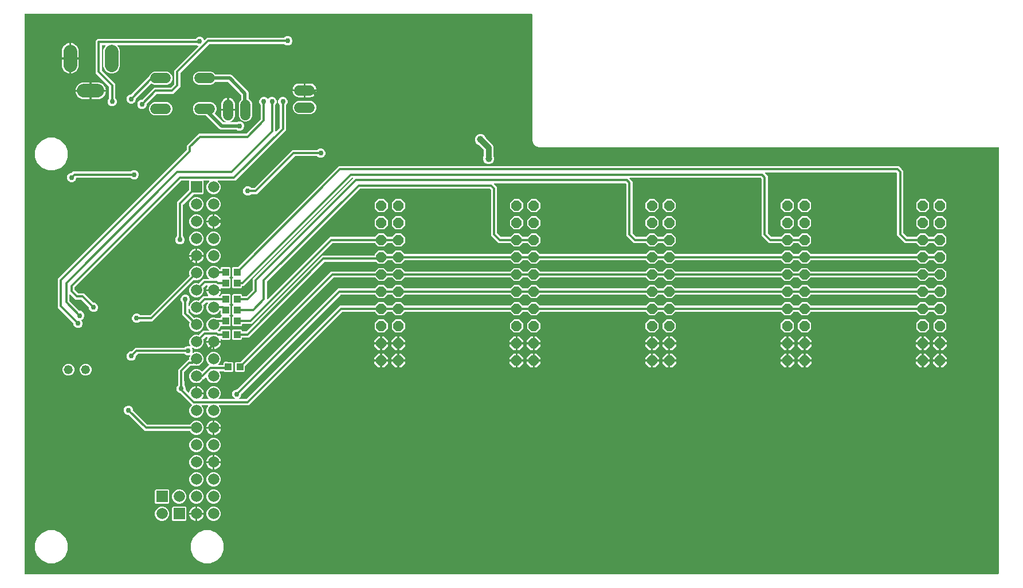
<source format=gbr>
G04 EAGLE Gerber RS-274X export*
G75*
%MOMM*%
%FSLAX34Y34*%
%LPD*%
%INBottom Copper*%
%IPPOS*%
%AMOC8*
5,1,8,0,0,1.08239X$1,22.5*%
G01*
%ADD10R,1.665000X1.665000*%
%ADD11C,1.665000*%
%ADD12P,1.649562X8X292.500000*%
%ADD13C,1.320800*%
%ADD14C,2.000000*%
%ADD15C,1.524000*%
%ADD16R,1.000000X1.100000*%
%ADD17C,0.304800*%
%ADD18C,0.756400*%
%ADD19C,1.006400*%
%ADD20C,0.812800*%
%ADD21C,0.508000*%

G36*
X1449098Y10164D02*
X1449098Y10164D01*
X1449117Y10162D01*
X1449219Y10184D01*
X1449321Y10200D01*
X1449338Y10210D01*
X1449358Y10214D01*
X1449447Y10267D01*
X1449538Y10316D01*
X1449552Y10330D01*
X1449569Y10340D01*
X1449636Y10419D01*
X1449708Y10494D01*
X1449716Y10512D01*
X1449729Y10527D01*
X1449768Y10623D01*
X1449811Y10717D01*
X1449813Y10737D01*
X1449821Y10755D01*
X1449839Y10922D01*
X1449839Y639554D01*
X1449836Y639574D01*
X1449838Y639593D01*
X1449816Y639695D01*
X1449800Y639797D01*
X1449790Y639814D01*
X1449786Y639834D01*
X1449733Y639923D01*
X1449684Y640014D01*
X1449670Y640028D01*
X1449660Y640045D01*
X1449581Y640112D01*
X1449506Y640184D01*
X1449488Y640192D01*
X1449473Y640205D01*
X1449377Y640244D01*
X1449283Y640287D01*
X1449263Y640289D01*
X1449245Y640297D01*
X1449078Y640315D01*
X769676Y640315D01*
X765381Y642094D01*
X762094Y645381D01*
X760315Y649676D01*
X760315Y837078D01*
X760312Y837098D01*
X760314Y837117D01*
X760292Y837219D01*
X760276Y837321D01*
X760266Y837338D01*
X760262Y837358D01*
X760209Y837447D01*
X760160Y837538D01*
X760146Y837552D01*
X760136Y837569D01*
X760057Y837636D01*
X759982Y837708D01*
X759964Y837716D01*
X759949Y837729D01*
X759853Y837768D01*
X759759Y837811D01*
X759739Y837813D01*
X759721Y837821D01*
X759554Y837839D01*
X10922Y837839D01*
X10902Y837836D01*
X10883Y837838D01*
X10781Y837816D01*
X10679Y837800D01*
X10662Y837790D01*
X10642Y837786D01*
X10553Y837733D01*
X10462Y837684D01*
X10448Y837670D01*
X10431Y837660D01*
X10364Y837581D01*
X10292Y837506D01*
X10284Y837488D01*
X10271Y837473D01*
X10232Y837377D01*
X10189Y837283D01*
X10187Y837263D01*
X10179Y837245D01*
X10161Y837078D01*
X10161Y10922D01*
X10164Y10902D01*
X10162Y10883D01*
X10184Y10781D01*
X10200Y10679D01*
X10210Y10662D01*
X10214Y10642D01*
X10267Y10553D01*
X10316Y10462D01*
X10330Y10448D01*
X10340Y10431D01*
X10419Y10364D01*
X10494Y10292D01*
X10512Y10284D01*
X10527Y10271D01*
X10623Y10232D01*
X10717Y10189D01*
X10737Y10187D01*
X10755Y10179D01*
X10922Y10161D01*
X1449078Y10161D01*
X1449098Y10164D01*
G37*
%LPC*%
G36*
X318658Y376467D02*
X318658Y376467D01*
X317467Y377658D01*
X317467Y390342D01*
X318587Y391462D01*
X318599Y391478D01*
X318614Y391490D01*
X318670Y391578D01*
X318731Y391661D01*
X318736Y391680D01*
X318747Y391697D01*
X318772Y391798D01*
X318803Y391897D01*
X318802Y391916D01*
X318807Y391936D01*
X318799Y392039D01*
X318797Y392142D01*
X318790Y392161D01*
X318788Y392181D01*
X318748Y392276D01*
X318712Y392373D01*
X318700Y392389D01*
X318692Y392407D01*
X318587Y392538D01*
X317467Y393658D01*
X317467Y406342D01*
X318587Y407462D01*
X318599Y407478D01*
X318614Y407490D01*
X318670Y407578D01*
X318731Y407661D01*
X318736Y407680D01*
X318747Y407697D01*
X318772Y407798D01*
X318803Y407897D01*
X318802Y407916D01*
X318807Y407936D01*
X318799Y408039D01*
X318797Y408142D01*
X318790Y408161D01*
X318788Y408181D01*
X318748Y408276D01*
X318712Y408373D01*
X318700Y408389D01*
X318692Y408407D01*
X318587Y408538D01*
X317467Y409658D01*
X317467Y422342D01*
X318658Y423533D01*
X330342Y423533D01*
X331533Y422342D01*
X331533Y421334D01*
X331536Y421314D01*
X331534Y421295D01*
X331556Y421193D01*
X331572Y421091D01*
X331582Y421074D01*
X331586Y421054D01*
X331639Y420965D01*
X331688Y420874D01*
X331702Y420860D01*
X331712Y420843D01*
X331791Y420776D01*
X331866Y420704D01*
X331884Y420696D01*
X331899Y420683D01*
X331995Y420644D01*
X332089Y420601D01*
X332109Y420599D01*
X332127Y420591D01*
X332294Y420573D01*
X337791Y420573D01*
X337881Y420587D01*
X337972Y420595D01*
X338001Y420607D01*
X338033Y420612D01*
X338114Y420655D01*
X338198Y420691D01*
X338230Y420717D01*
X338251Y420728D01*
X338273Y420751D01*
X338329Y420796D01*
X347204Y429671D01*
X347257Y429745D01*
X347317Y429815D01*
X347329Y429845D01*
X347348Y429871D01*
X347375Y429958D01*
X347409Y430043D01*
X347413Y430084D01*
X347420Y430106D01*
X347419Y430138D01*
X347427Y430209D01*
X347427Y445894D01*
X495204Y593671D01*
X495661Y594128D01*
X495703Y594186D01*
X495752Y594238D01*
X495774Y594285D01*
X495804Y594327D01*
X495826Y594396D01*
X495856Y594461D01*
X495861Y594513D01*
X495877Y594563D01*
X495875Y594634D01*
X495883Y594705D01*
X495872Y594756D01*
X495870Y594808D01*
X495846Y594876D01*
X495831Y594946D01*
X495804Y594991D01*
X495786Y595039D01*
X495741Y595095D01*
X495704Y595157D01*
X495665Y595191D01*
X495632Y595231D01*
X495572Y595270D01*
X495518Y595317D01*
X495469Y595336D01*
X495425Y595364D01*
X495356Y595382D01*
X495289Y595409D01*
X495218Y595417D01*
X495187Y595425D01*
X495164Y595423D01*
X495123Y595427D01*
X494209Y595427D01*
X494119Y595413D01*
X494028Y595405D01*
X493999Y595393D01*
X493967Y595388D01*
X493886Y595345D01*
X493802Y595309D01*
X493770Y595283D01*
X493749Y595272D01*
X493727Y595249D01*
X493671Y595204D01*
X333894Y435427D01*
X332294Y435427D01*
X332274Y435424D01*
X332255Y435426D01*
X332153Y435404D01*
X332051Y435388D01*
X332034Y435378D01*
X332014Y435374D01*
X331925Y435321D01*
X331834Y435272D01*
X331820Y435258D01*
X331803Y435248D01*
X331736Y435169D01*
X331664Y435094D01*
X331656Y435076D01*
X331643Y435061D01*
X331604Y434965D01*
X331561Y434871D01*
X331559Y434851D01*
X331551Y434833D01*
X331533Y434666D01*
X331533Y433658D01*
X330342Y432467D01*
X318658Y432467D01*
X317467Y433658D01*
X317467Y446342D01*
X318587Y447462D01*
X318599Y447478D01*
X318614Y447490D01*
X318670Y447578D01*
X318731Y447661D01*
X318736Y447680D01*
X318747Y447697D01*
X318772Y447798D01*
X318803Y447897D01*
X318802Y447916D01*
X318807Y447936D01*
X318799Y448039D01*
X318797Y448142D01*
X318790Y448161D01*
X318788Y448181D01*
X318748Y448276D01*
X318712Y448373D01*
X318700Y448389D01*
X318692Y448407D01*
X318587Y448538D01*
X317467Y449658D01*
X317467Y462342D01*
X318658Y463533D01*
X325251Y463533D01*
X325341Y463547D01*
X325432Y463555D01*
X325461Y463567D01*
X325493Y463572D01*
X325574Y463615D01*
X325658Y463651D01*
X325690Y463677D01*
X325711Y463688D01*
X325733Y463711D01*
X325789Y463756D01*
X471704Y609671D01*
X474606Y612573D01*
X1301894Y612573D01*
X1304796Y609671D01*
X1305671Y608796D01*
X1308573Y605894D01*
X1308573Y514209D01*
X1308587Y514119D01*
X1308595Y514028D01*
X1308607Y513999D01*
X1308612Y513967D01*
X1308655Y513886D01*
X1308691Y513802D01*
X1308717Y513770D01*
X1308728Y513749D01*
X1308751Y513727D01*
X1308796Y513671D01*
X1314171Y508296D01*
X1314245Y508243D01*
X1314315Y508183D01*
X1314345Y508171D01*
X1314371Y508152D01*
X1314458Y508125D01*
X1314543Y508091D01*
X1314584Y508087D01*
X1314606Y508080D01*
X1314638Y508081D01*
X1314709Y508073D01*
X1327906Y508073D01*
X1327996Y508087D01*
X1328087Y508095D01*
X1328117Y508107D01*
X1328149Y508112D01*
X1328230Y508155D01*
X1328314Y508191D01*
X1328346Y508217D01*
X1328367Y508228D01*
X1328389Y508251D01*
X1328445Y508296D01*
X1333302Y513153D01*
X1341298Y513153D01*
X1346155Y508296D01*
X1346229Y508243D01*
X1346299Y508183D01*
X1346329Y508171D01*
X1346355Y508152D01*
X1346442Y508125D01*
X1346527Y508091D01*
X1346568Y508087D01*
X1346590Y508080D01*
X1346622Y508081D01*
X1346694Y508073D01*
X1353306Y508073D01*
X1353397Y508087D01*
X1353487Y508095D01*
X1353517Y508107D01*
X1353549Y508112D01*
X1353630Y508155D01*
X1353714Y508191D01*
X1353746Y508217D01*
X1353767Y508228D01*
X1353789Y508251D01*
X1353845Y508296D01*
X1358702Y513153D01*
X1366698Y513153D01*
X1372353Y507498D01*
X1372353Y499502D01*
X1366698Y493847D01*
X1358702Y493847D01*
X1353845Y498704D01*
X1353771Y498757D01*
X1353701Y498817D01*
X1353671Y498829D01*
X1353645Y498848D01*
X1353558Y498875D01*
X1353473Y498909D01*
X1353432Y498913D01*
X1353410Y498920D01*
X1353378Y498919D01*
X1353306Y498927D01*
X1346694Y498927D01*
X1346603Y498913D01*
X1346513Y498905D01*
X1346483Y498893D01*
X1346451Y498888D01*
X1346370Y498845D01*
X1346286Y498809D01*
X1346254Y498783D01*
X1346233Y498772D01*
X1346211Y498749D01*
X1346155Y498704D01*
X1341298Y493847D01*
X1333302Y493847D01*
X1328445Y498704D01*
X1328371Y498757D01*
X1328301Y498817D01*
X1328271Y498829D01*
X1328245Y498848D01*
X1328158Y498875D01*
X1328073Y498909D01*
X1328032Y498913D01*
X1328010Y498920D01*
X1327978Y498919D01*
X1327906Y498927D01*
X1310606Y498927D01*
X1302329Y507204D01*
X1299427Y510106D01*
X1299427Y601791D01*
X1299413Y601880D01*
X1299405Y601972D01*
X1299393Y602001D01*
X1299388Y602033D01*
X1299345Y602114D01*
X1299309Y602198D01*
X1299283Y602230D01*
X1299272Y602251D01*
X1299249Y602273D01*
X1299204Y602329D01*
X1298329Y603204D01*
X1298255Y603257D01*
X1298185Y603317D01*
X1298155Y603329D01*
X1298129Y603348D01*
X1298042Y603375D01*
X1297957Y603409D01*
X1297916Y603413D01*
X1297894Y603420D01*
X1297862Y603419D01*
X1297791Y603427D01*
X1104877Y603427D01*
X1104807Y603416D01*
X1104735Y603414D01*
X1104686Y603396D01*
X1104635Y603388D01*
X1104571Y603354D01*
X1104504Y603329D01*
X1104463Y603297D01*
X1104417Y603272D01*
X1104368Y603220D01*
X1104312Y603176D01*
X1104284Y603132D01*
X1104248Y603094D01*
X1104218Y603029D01*
X1104179Y602969D01*
X1104166Y602918D01*
X1104144Y602871D01*
X1104136Y602800D01*
X1104119Y602730D01*
X1104123Y602678D01*
X1104117Y602627D01*
X1104132Y602556D01*
X1104138Y602485D01*
X1104158Y602437D01*
X1104169Y602386D01*
X1104206Y602325D01*
X1104234Y602259D01*
X1104279Y602203D01*
X1104296Y602175D01*
X1104313Y602160D01*
X1104339Y602128D01*
X1104796Y601671D01*
X1108573Y597894D01*
X1108573Y514209D01*
X1108587Y514119D01*
X1108595Y514028D01*
X1108607Y513999D01*
X1108612Y513967D01*
X1108655Y513886D01*
X1108691Y513802D01*
X1108717Y513770D01*
X1108728Y513749D01*
X1108751Y513727D01*
X1108796Y513671D01*
X1114171Y508296D01*
X1114245Y508243D01*
X1114315Y508183D01*
X1114345Y508171D01*
X1114371Y508152D01*
X1114458Y508125D01*
X1114543Y508091D01*
X1114584Y508087D01*
X1114606Y508080D01*
X1114638Y508081D01*
X1114709Y508073D01*
X1127906Y508073D01*
X1127997Y508087D01*
X1128087Y508095D01*
X1128117Y508107D01*
X1128149Y508112D01*
X1128230Y508155D01*
X1128314Y508191D01*
X1128346Y508217D01*
X1128367Y508228D01*
X1128389Y508251D01*
X1128445Y508296D01*
X1133302Y513153D01*
X1141298Y513153D01*
X1146155Y508296D01*
X1146229Y508243D01*
X1146299Y508183D01*
X1146329Y508171D01*
X1146355Y508152D01*
X1146442Y508125D01*
X1146527Y508091D01*
X1146568Y508087D01*
X1146590Y508080D01*
X1146622Y508081D01*
X1146694Y508073D01*
X1153306Y508073D01*
X1153396Y508087D01*
X1153487Y508095D01*
X1153517Y508107D01*
X1153549Y508112D01*
X1153630Y508155D01*
X1153714Y508191D01*
X1153746Y508217D01*
X1153767Y508228D01*
X1153789Y508251D01*
X1153845Y508296D01*
X1158702Y513153D01*
X1166698Y513153D01*
X1172353Y507498D01*
X1172353Y499502D01*
X1166698Y493847D01*
X1158702Y493847D01*
X1153845Y498704D01*
X1153771Y498757D01*
X1153701Y498817D01*
X1153671Y498829D01*
X1153645Y498848D01*
X1153558Y498875D01*
X1153473Y498909D01*
X1153432Y498913D01*
X1153410Y498920D01*
X1153378Y498919D01*
X1153306Y498927D01*
X1146694Y498927D01*
X1146603Y498913D01*
X1146513Y498905D01*
X1146483Y498893D01*
X1146451Y498888D01*
X1146370Y498845D01*
X1146286Y498809D01*
X1146254Y498783D01*
X1146233Y498772D01*
X1146211Y498749D01*
X1146155Y498704D01*
X1141298Y493847D01*
X1133302Y493847D01*
X1128445Y498704D01*
X1128371Y498757D01*
X1128301Y498817D01*
X1128271Y498829D01*
X1128245Y498848D01*
X1128158Y498875D01*
X1128073Y498909D01*
X1128032Y498913D01*
X1128010Y498920D01*
X1127978Y498919D01*
X1127906Y498927D01*
X1110606Y498927D01*
X1099427Y510106D01*
X1099427Y593791D01*
X1099413Y593881D01*
X1099405Y593972D01*
X1099393Y594001D01*
X1099388Y594033D01*
X1099345Y594114D01*
X1099309Y594198D01*
X1099283Y594230D01*
X1099272Y594251D01*
X1099249Y594273D01*
X1099204Y594329D01*
X1098329Y595204D01*
X1098255Y595257D01*
X1098185Y595317D01*
X1098155Y595329D01*
X1098129Y595348D01*
X1098042Y595375D01*
X1097957Y595409D01*
X1097916Y595413D01*
X1097894Y595420D01*
X1097862Y595419D01*
X1097791Y595427D01*
X904877Y595427D01*
X904807Y595416D01*
X904735Y595414D01*
X904686Y595396D01*
X904635Y595388D01*
X904571Y595354D01*
X904504Y595329D01*
X904463Y595297D01*
X904417Y595272D01*
X904368Y595220D01*
X904312Y595176D01*
X904284Y595132D01*
X904248Y595094D01*
X904218Y595029D01*
X904179Y594969D01*
X904166Y594918D01*
X904144Y594871D01*
X904136Y594800D01*
X904119Y594730D01*
X904123Y594678D01*
X904117Y594627D01*
X904132Y594556D01*
X904138Y594485D01*
X904158Y594437D01*
X904169Y594386D01*
X904206Y594325D01*
X904234Y594259D01*
X904279Y594203D01*
X904296Y594175D01*
X904313Y594160D01*
X904339Y594128D01*
X904796Y593671D01*
X908573Y589894D01*
X908573Y514209D01*
X908587Y514119D01*
X908595Y514028D01*
X908607Y513999D01*
X908612Y513967D01*
X908655Y513886D01*
X908691Y513802D01*
X908717Y513770D01*
X908728Y513749D01*
X908751Y513727D01*
X908796Y513671D01*
X914171Y508296D01*
X914245Y508243D01*
X914315Y508183D01*
X914345Y508171D01*
X914371Y508152D01*
X914458Y508125D01*
X914543Y508091D01*
X914584Y508087D01*
X914606Y508080D01*
X914638Y508081D01*
X914709Y508073D01*
X927906Y508073D01*
X927996Y508087D01*
X928087Y508095D01*
X928117Y508107D01*
X928149Y508112D01*
X928230Y508155D01*
X928314Y508191D01*
X928346Y508217D01*
X928367Y508228D01*
X928389Y508251D01*
X928445Y508296D01*
X933302Y513153D01*
X941298Y513153D01*
X946155Y508296D01*
X946229Y508243D01*
X946299Y508183D01*
X946329Y508171D01*
X946355Y508152D01*
X946442Y508125D01*
X946527Y508091D01*
X946568Y508087D01*
X946590Y508080D01*
X946622Y508081D01*
X946694Y508073D01*
X953306Y508073D01*
X953396Y508087D01*
X953487Y508095D01*
X953517Y508107D01*
X953549Y508112D01*
X953630Y508155D01*
X953714Y508191D01*
X953746Y508217D01*
X953767Y508228D01*
X953789Y508251D01*
X953845Y508296D01*
X958702Y513153D01*
X966698Y513153D01*
X972353Y507498D01*
X972353Y499502D01*
X966698Y493847D01*
X958702Y493847D01*
X953845Y498704D01*
X953771Y498757D01*
X953701Y498817D01*
X953671Y498829D01*
X953645Y498848D01*
X953558Y498875D01*
X953473Y498909D01*
X953432Y498913D01*
X953410Y498920D01*
X953378Y498919D01*
X953306Y498927D01*
X946694Y498927D01*
X946604Y498913D01*
X946513Y498905D01*
X946483Y498893D01*
X946451Y498888D01*
X946370Y498845D01*
X946286Y498809D01*
X946254Y498783D01*
X946233Y498772D01*
X946211Y498749D01*
X946155Y498704D01*
X941298Y493847D01*
X933302Y493847D01*
X928445Y498704D01*
X928371Y498757D01*
X928301Y498817D01*
X928271Y498829D01*
X928245Y498848D01*
X928158Y498875D01*
X928073Y498909D01*
X928032Y498913D01*
X928010Y498920D01*
X927978Y498919D01*
X927906Y498927D01*
X910606Y498927D01*
X899427Y510106D01*
X899427Y585791D01*
X899413Y585881D01*
X899405Y585972D01*
X899393Y586001D01*
X899388Y586033D01*
X899345Y586114D01*
X899309Y586198D01*
X899283Y586230D01*
X899272Y586251D01*
X899249Y586273D01*
X899204Y586329D01*
X898329Y587204D01*
X898255Y587257D01*
X898185Y587317D01*
X898155Y587329D01*
X898129Y587348D01*
X898042Y587375D01*
X897957Y587409D01*
X897916Y587413D01*
X897894Y587420D01*
X897862Y587419D01*
X897791Y587427D01*
X704877Y587427D01*
X704807Y587416D01*
X704735Y587414D01*
X704686Y587396D01*
X704635Y587388D01*
X704571Y587354D01*
X704504Y587329D01*
X704463Y587297D01*
X704417Y587272D01*
X704368Y587220D01*
X704312Y587176D01*
X704284Y587132D01*
X704248Y587094D01*
X704218Y587029D01*
X704179Y586969D01*
X704166Y586918D01*
X704144Y586871D01*
X704136Y586800D01*
X704119Y586730D01*
X704123Y586678D01*
X704117Y586627D01*
X704132Y586556D01*
X704138Y586485D01*
X704158Y586437D01*
X704169Y586386D01*
X704206Y586325D01*
X704234Y586259D01*
X704279Y586203D01*
X704296Y586175D01*
X704313Y586160D01*
X704339Y586128D01*
X704796Y585671D01*
X708573Y581894D01*
X708573Y514209D01*
X708587Y514119D01*
X708595Y514028D01*
X708607Y513999D01*
X708612Y513967D01*
X708655Y513886D01*
X708691Y513802D01*
X708717Y513770D01*
X708728Y513749D01*
X708751Y513727D01*
X708796Y513671D01*
X714171Y508296D01*
X714245Y508243D01*
X714315Y508183D01*
X714345Y508171D01*
X714371Y508152D01*
X714458Y508125D01*
X714543Y508091D01*
X714584Y508087D01*
X714606Y508080D01*
X714638Y508081D01*
X714709Y508073D01*
X727906Y508073D01*
X727996Y508087D01*
X728087Y508095D01*
X728117Y508107D01*
X728149Y508112D01*
X728230Y508155D01*
X728314Y508191D01*
X728346Y508217D01*
X728367Y508228D01*
X728389Y508251D01*
X728445Y508296D01*
X733302Y513153D01*
X741298Y513153D01*
X746155Y508296D01*
X746229Y508243D01*
X746299Y508183D01*
X746329Y508171D01*
X746355Y508152D01*
X746442Y508125D01*
X746527Y508091D01*
X746568Y508087D01*
X746590Y508080D01*
X746622Y508081D01*
X746694Y508073D01*
X753306Y508073D01*
X753396Y508087D01*
X753487Y508095D01*
X753517Y508107D01*
X753549Y508112D01*
X753630Y508155D01*
X753714Y508191D01*
X753746Y508217D01*
X753767Y508228D01*
X753789Y508251D01*
X753845Y508296D01*
X758702Y513153D01*
X766698Y513153D01*
X772353Y507498D01*
X772353Y499502D01*
X766698Y493847D01*
X758702Y493847D01*
X753845Y498704D01*
X753771Y498757D01*
X753701Y498817D01*
X753671Y498829D01*
X753645Y498848D01*
X753558Y498875D01*
X753473Y498909D01*
X753432Y498913D01*
X753410Y498920D01*
X753378Y498919D01*
X753306Y498927D01*
X746694Y498927D01*
X746604Y498913D01*
X746513Y498905D01*
X746483Y498893D01*
X746451Y498888D01*
X746370Y498845D01*
X746286Y498809D01*
X746254Y498783D01*
X746233Y498772D01*
X746211Y498749D01*
X746155Y498704D01*
X741298Y493847D01*
X733302Y493847D01*
X728445Y498704D01*
X728371Y498757D01*
X728301Y498817D01*
X728271Y498829D01*
X728245Y498848D01*
X728158Y498875D01*
X728073Y498909D01*
X728032Y498913D01*
X728010Y498920D01*
X727978Y498919D01*
X727906Y498927D01*
X710606Y498927D01*
X699427Y510106D01*
X699427Y577791D01*
X699413Y577881D01*
X699405Y577972D01*
X699393Y578001D01*
X699388Y578033D01*
X699345Y578114D01*
X699309Y578198D01*
X699283Y578230D01*
X699272Y578251D01*
X699249Y578273D01*
X699204Y578329D01*
X698329Y579204D01*
X698255Y579257D01*
X698185Y579317D01*
X698155Y579329D01*
X698129Y579348D01*
X698042Y579375D01*
X697957Y579409D01*
X697916Y579413D01*
X697894Y579420D01*
X697862Y579419D01*
X697791Y579427D01*
X506209Y579427D01*
X506119Y579413D01*
X506028Y579405D01*
X505999Y579393D01*
X505967Y579388D01*
X505886Y579345D01*
X505802Y579309D01*
X505770Y579283D01*
X505749Y579272D01*
X505727Y579249D01*
X505671Y579204D01*
X368796Y442329D01*
X368751Y442266D01*
X368704Y442218D01*
X368697Y442202D01*
X368683Y442185D01*
X368671Y442155D01*
X368652Y442129D01*
X368630Y442057D01*
X368601Y441994D01*
X368599Y441976D01*
X368591Y441957D01*
X368587Y441916D01*
X368580Y441894D01*
X368581Y441862D01*
X368573Y441791D01*
X368573Y416877D01*
X368584Y416807D01*
X368586Y416735D01*
X368604Y416686D01*
X368612Y416635D01*
X368646Y416571D01*
X368671Y416504D01*
X368703Y416463D01*
X368728Y416417D01*
X368780Y416368D01*
X368824Y416312D01*
X368868Y416284D01*
X368906Y416248D01*
X368971Y416218D01*
X369031Y416179D01*
X369082Y416166D01*
X369129Y416144D01*
X369200Y416136D01*
X369270Y416119D01*
X369322Y416123D01*
X369373Y416117D01*
X369444Y416132D01*
X369515Y416138D01*
X369563Y416158D01*
X369614Y416169D01*
X369675Y416206D01*
X369741Y416234D01*
X369797Y416279D01*
X369825Y416296D01*
X369840Y416313D01*
X369872Y416339D01*
X458704Y505171D01*
X461606Y508073D01*
X527906Y508073D01*
X527996Y508087D01*
X528087Y508095D01*
X528117Y508107D01*
X528149Y508112D01*
X528230Y508155D01*
X528314Y508191D01*
X528346Y508217D01*
X528367Y508228D01*
X528389Y508251D01*
X528445Y508296D01*
X533302Y513153D01*
X541298Y513153D01*
X546155Y508296D01*
X546229Y508243D01*
X546299Y508183D01*
X546329Y508171D01*
X546355Y508152D01*
X546442Y508125D01*
X546527Y508091D01*
X546568Y508087D01*
X546590Y508080D01*
X546622Y508081D01*
X546694Y508073D01*
X553306Y508073D01*
X553396Y508087D01*
X553487Y508095D01*
X553517Y508107D01*
X553549Y508112D01*
X553630Y508155D01*
X553714Y508191D01*
X553746Y508217D01*
X553767Y508228D01*
X553789Y508251D01*
X553845Y508296D01*
X558702Y513153D01*
X566698Y513153D01*
X572353Y507498D01*
X572353Y499502D01*
X566698Y493847D01*
X558702Y493847D01*
X553845Y498704D01*
X553771Y498757D01*
X553701Y498817D01*
X553671Y498829D01*
X553645Y498848D01*
X553558Y498875D01*
X553473Y498909D01*
X553432Y498913D01*
X553410Y498920D01*
X553378Y498919D01*
X553306Y498927D01*
X546694Y498927D01*
X546604Y498913D01*
X546513Y498905D01*
X546483Y498893D01*
X546451Y498888D01*
X546370Y498845D01*
X546286Y498809D01*
X546254Y498783D01*
X546233Y498772D01*
X546211Y498749D01*
X546155Y498704D01*
X541298Y493847D01*
X533302Y493847D01*
X528445Y498704D01*
X528371Y498757D01*
X528301Y498817D01*
X528271Y498829D01*
X528245Y498848D01*
X528158Y498875D01*
X528073Y498909D01*
X528032Y498913D01*
X528010Y498920D01*
X527978Y498919D01*
X527906Y498927D01*
X465709Y498927D01*
X465619Y498913D01*
X465528Y498905D01*
X465499Y498893D01*
X465467Y498888D01*
X465386Y498845D01*
X465302Y498809D01*
X465270Y498783D01*
X465249Y498772D01*
X465227Y498749D01*
X465171Y498704D01*
X345894Y379427D01*
X332294Y379427D01*
X332274Y379424D01*
X332255Y379426D01*
X332153Y379404D01*
X332051Y379388D01*
X332034Y379378D01*
X332014Y379374D01*
X331925Y379321D01*
X331834Y379272D01*
X331820Y379258D01*
X331803Y379248D01*
X331736Y379169D01*
X331664Y379094D01*
X331656Y379076D01*
X331643Y379061D01*
X331604Y378965D01*
X331561Y378871D01*
X331559Y378851D01*
X331551Y378833D01*
X331533Y378666D01*
X331533Y377658D01*
X330342Y376467D01*
X318658Y376467D01*
G37*
%LPD*%
%LPC*%
G36*
X262240Y241192D02*
X262240Y241192D01*
X258433Y242769D01*
X255519Y245683D01*
X253942Y249490D01*
X253942Y253610D01*
X255519Y257417D01*
X257503Y259401D01*
X257515Y259417D01*
X257530Y259430D01*
X257586Y259517D01*
X257647Y259601D01*
X257653Y259620D01*
X257663Y259637D01*
X257689Y259737D01*
X257719Y259836D01*
X257719Y259856D01*
X257723Y259875D01*
X257715Y259978D01*
X257713Y260082D01*
X257706Y260101D01*
X257704Y260120D01*
X257664Y260215D01*
X257628Y260313D01*
X257616Y260329D01*
X257608Y260347D01*
X257503Y260478D01*
X255652Y262329D01*
X241035Y276946D01*
X240961Y276999D01*
X240891Y277059D01*
X240861Y277071D01*
X240835Y277090D01*
X240748Y277117D01*
X240663Y277151D01*
X240622Y277155D01*
X240600Y277162D01*
X240568Y277161D01*
X240563Y277162D01*
X238035Y278209D01*
X236113Y280131D01*
X235073Y282641D01*
X235073Y285359D01*
X236113Y287869D01*
X237108Y288864D01*
X237161Y288938D01*
X237221Y289008D01*
X237233Y289038D01*
X237252Y289064D01*
X237279Y289151D01*
X237313Y289236D01*
X237317Y289277D01*
X237324Y289299D01*
X237323Y289331D01*
X237331Y289403D01*
X237331Y312419D01*
X251581Y326669D01*
X253181Y326669D01*
X253201Y326672D01*
X253220Y326670D01*
X253322Y326692D01*
X253424Y326708D01*
X253441Y326718D01*
X253461Y326722D01*
X253550Y326775D01*
X253641Y326824D01*
X253655Y326838D01*
X253672Y326848D01*
X253739Y326927D01*
X253811Y327002D01*
X253819Y327020D01*
X253832Y327035D01*
X253871Y327131D01*
X253914Y327225D01*
X253916Y327245D01*
X253924Y327263D01*
X253942Y327430D01*
X253942Y329810D01*
X255039Y332459D01*
X255056Y332529D01*
X255081Y332596D01*
X255084Y332648D01*
X255095Y332698D01*
X255089Y332770D01*
X255092Y332841D01*
X255077Y332891D01*
X255072Y332943D01*
X255043Y333009D01*
X255023Y333077D01*
X254994Y333120D01*
X254972Y333168D01*
X254924Y333221D01*
X254883Y333280D01*
X254841Y333311D01*
X254806Y333349D01*
X254743Y333384D01*
X254686Y333426D01*
X254636Y333442D01*
X254590Y333468D01*
X254520Y333480D01*
X254452Y333503D01*
X254400Y333502D01*
X254348Y333511D01*
X254277Y333501D01*
X254206Y333500D01*
X254137Y333480D01*
X254105Y333475D01*
X254084Y333465D01*
X254045Y333453D01*
X253359Y333169D01*
X250641Y333169D01*
X248131Y334209D01*
X247136Y335204D01*
X247062Y335257D01*
X246992Y335317D01*
X246962Y335329D01*
X246936Y335348D01*
X246849Y335375D01*
X246764Y335409D01*
X246723Y335413D01*
X246701Y335420D01*
X246669Y335419D01*
X246597Y335427D01*
X178209Y335427D01*
X178119Y335413D01*
X178028Y335405D01*
X177999Y335393D01*
X177967Y335388D01*
X177886Y335345D01*
X177802Y335309D01*
X177770Y335283D01*
X177749Y335272D01*
X177727Y335249D01*
X177671Y335204D01*
X175054Y332587D01*
X175001Y332513D01*
X174941Y332443D01*
X174929Y332413D01*
X174910Y332387D01*
X174883Y332300D01*
X174849Y332215D01*
X174845Y332174D01*
X174838Y332152D01*
X174839Y332120D01*
X174831Y332049D01*
X174831Y330641D01*
X173791Y328131D01*
X171869Y326209D01*
X169359Y325169D01*
X166641Y325169D01*
X164131Y326209D01*
X162209Y328131D01*
X161169Y330641D01*
X161169Y333359D01*
X162209Y335869D01*
X164131Y337791D01*
X166641Y338831D01*
X168049Y338831D01*
X168139Y338845D01*
X168230Y338853D01*
X168259Y338865D01*
X168291Y338870D01*
X168372Y338913D01*
X168456Y338949D01*
X168488Y338975D01*
X168509Y338986D01*
X168531Y339009D01*
X168587Y339054D01*
X174106Y344573D01*
X246597Y344573D01*
X246687Y344587D01*
X246778Y344595D01*
X246808Y344607D01*
X246840Y344612D01*
X246921Y344655D01*
X247005Y344691D01*
X247037Y344717D01*
X247057Y344728D01*
X247080Y344751D01*
X247136Y344796D01*
X248131Y345791D01*
X250641Y346831D01*
X253359Y346831D01*
X254495Y346360D01*
X254565Y346344D01*
X254631Y346318D01*
X254683Y346316D01*
X254734Y346304D01*
X254805Y346311D01*
X254877Y346308D01*
X254927Y346322D01*
X254979Y346327D01*
X255045Y346356D01*
X255113Y346376D01*
X255156Y346406D01*
X255204Y346427D01*
X255257Y346476D01*
X255315Y346516D01*
X255347Y346558D01*
X255385Y346594D01*
X255419Y346656D01*
X255462Y346714D01*
X255478Y346763D01*
X255503Y346809D01*
X255516Y346880D01*
X255538Y346948D01*
X255538Y347000D01*
X255547Y347051D01*
X255537Y347122D01*
X255536Y347194D01*
X255516Y347263D01*
X255511Y347294D01*
X255501Y347315D01*
X255489Y347355D01*
X253942Y351090D01*
X253942Y355210D01*
X255519Y359017D01*
X258433Y361931D01*
X262240Y363508D01*
X266360Y363508D01*
X267185Y363166D01*
X267298Y363140D01*
X267412Y363111D01*
X267418Y363111D01*
X267424Y363110D01*
X267541Y363121D01*
X267657Y363130D01*
X267663Y363133D01*
X267669Y363133D01*
X267777Y363181D01*
X267883Y363226D01*
X267889Y363231D01*
X267894Y363233D01*
X267908Y363246D01*
X268014Y363331D01*
X274287Y369604D01*
X282160Y369604D01*
X282231Y369615D01*
X282303Y369617D01*
X282352Y369635D01*
X282403Y369643D01*
X282467Y369677D01*
X282534Y369702D01*
X282575Y369734D01*
X282621Y369759D01*
X282670Y369811D01*
X282726Y369855D01*
X282754Y369899D01*
X282790Y369937D01*
X282820Y370002D01*
X282859Y370062D01*
X282872Y370113D01*
X282894Y370160D01*
X282901Y370231D01*
X282919Y370301D01*
X282915Y370353D01*
X282921Y370404D01*
X282905Y370475D01*
X282900Y370546D01*
X282879Y370594D01*
X282868Y370645D01*
X282832Y370706D01*
X282804Y370772D01*
X282759Y370828D01*
X282742Y370856D01*
X282724Y370871D01*
X282699Y370903D01*
X280919Y372683D01*
X279342Y376490D01*
X279342Y380610D01*
X280919Y384417D01*
X283833Y387331D01*
X287640Y388908D01*
X291760Y388908D01*
X292585Y388566D01*
X292698Y388540D01*
X292812Y388511D01*
X292818Y388511D01*
X292824Y388510D01*
X292941Y388521D01*
X293057Y388530D01*
X293063Y388533D01*
X293069Y388533D01*
X293158Y388573D01*
X299706Y388573D01*
X299726Y388576D01*
X299745Y388574D01*
X299847Y388596D01*
X299949Y388612D01*
X299966Y388622D01*
X299986Y388626D01*
X300075Y388679D01*
X300166Y388728D01*
X300180Y388742D01*
X300197Y388752D01*
X300264Y388831D01*
X300336Y388906D01*
X300344Y388924D01*
X300357Y388939D01*
X300396Y389035D01*
X300439Y389129D01*
X300441Y389149D01*
X300449Y389167D01*
X300467Y389334D01*
X300467Y390342D01*
X301587Y391462D01*
X301599Y391478D01*
X301614Y391490D01*
X301670Y391578D01*
X301731Y391661D01*
X301736Y391680D01*
X301747Y391697D01*
X301772Y391798D01*
X301803Y391897D01*
X301802Y391916D01*
X301807Y391936D01*
X301799Y392039D01*
X301797Y392142D01*
X301790Y392161D01*
X301788Y392181D01*
X301748Y392276D01*
X301712Y392373D01*
X301700Y392389D01*
X301692Y392407D01*
X301587Y392538D01*
X300467Y393658D01*
X300467Y398616D01*
X300464Y398636D01*
X300466Y398655D01*
X300444Y398757D01*
X300428Y398859D01*
X300418Y398876D01*
X300414Y398896D01*
X300361Y398985D01*
X300312Y399076D01*
X300298Y399090D01*
X300288Y399107D01*
X300209Y399174D01*
X300134Y399246D01*
X300116Y399254D01*
X300101Y399267D01*
X300005Y399306D01*
X299911Y399349D01*
X299891Y399351D01*
X299873Y399359D01*
X299706Y399377D01*
X299526Y399377D01*
X299411Y399358D01*
X299295Y399341D01*
X299289Y399339D01*
X299283Y399338D01*
X299180Y399283D01*
X299076Y399230D01*
X299071Y399225D01*
X299066Y399222D01*
X298986Y399138D01*
X298903Y399054D01*
X298900Y399048D01*
X298896Y399044D01*
X298888Y399027D01*
X298822Y398907D01*
X298481Y398083D01*
X295567Y395169D01*
X291760Y393592D01*
X287640Y393592D01*
X283833Y395169D01*
X280919Y398083D01*
X279342Y401890D01*
X279342Y406010D01*
X280919Y409817D01*
X281230Y410128D01*
X281272Y410186D01*
X281321Y410238D01*
X281343Y410285D01*
X281373Y410327D01*
X281394Y410396D01*
X281425Y410461D01*
X281430Y410513D01*
X281446Y410563D01*
X281444Y410634D01*
X281452Y410705D01*
X281441Y410756D01*
X281439Y410808D01*
X281415Y410876D01*
X281399Y410946D01*
X281373Y410991D01*
X281355Y411039D01*
X281310Y411095D01*
X281273Y411157D01*
X281234Y411191D01*
X281201Y411231D01*
X281141Y411270D01*
X281086Y411317D01*
X281038Y411336D01*
X280994Y411364D01*
X280925Y411382D01*
X280858Y411409D01*
X280787Y411417D01*
X280756Y411425D01*
X280732Y411423D01*
X280691Y411427D01*
X278559Y411427D01*
X278469Y411413D01*
X278378Y411405D01*
X278349Y411393D01*
X278317Y411388D01*
X278236Y411345D01*
X278152Y411309D01*
X278120Y411283D01*
X278099Y411272D01*
X278077Y411249D01*
X278021Y411204D01*
X274481Y407664D01*
X274414Y407570D01*
X274343Y407476D01*
X274341Y407470D01*
X274338Y407465D01*
X274304Y407354D01*
X274267Y407242D01*
X274267Y407236D01*
X274265Y407230D01*
X274268Y407113D01*
X274269Y406996D01*
X274272Y406989D01*
X274272Y406984D01*
X274278Y406966D01*
X274316Y406835D01*
X274658Y406010D01*
X274658Y401890D01*
X273081Y398083D01*
X270167Y395169D01*
X266360Y393592D01*
X262240Y393592D01*
X258433Y395169D01*
X255519Y398083D01*
X254037Y401660D01*
X253986Y401743D01*
X253940Y401829D01*
X253922Y401847D01*
X253908Y401869D01*
X253832Y401932D01*
X253762Y401999D01*
X253738Y402010D01*
X253718Y402026D01*
X253627Y402061D01*
X253539Y402102D01*
X253513Y402105D01*
X253489Y402114D01*
X253391Y402119D01*
X253295Y402129D01*
X253269Y402124D01*
X253243Y402125D01*
X253149Y402098D01*
X253054Y402077D01*
X253032Y402064D01*
X253007Y402056D01*
X252927Y402001D01*
X252843Y401951D01*
X252826Y401931D01*
X252805Y401916D01*
X252746Y401838D01*
X252683Y401764D01*
X252673Y401740D01*
X252658Y401719D01*
X252628Y401626D01*
X252591Y401536D01*
X252588Y401503D01*
X252582Y401485D01*
X252582Y401452D01*
X252573Y401369D01*
X252573Y397059D01*
X252587Y396969D01*
X252595Y396878D01*
X252607Y396849D01*
X252612Y396817D01*
X252655Y396736D01*
X252691Y396652D01*
X252717Y396620D01*
X252728Y396599D01*
X252751Y396577D01*
X252796Y396521D01*
X260586Y388731D01*
X260680Y388664D01*
X260774Y388593D01*
X260780Y388591D01*
X260785Y388588D01*
X260896Y388554D01*
X261008Y388517D01*
X261014Y388517D01*
X261020Y388515D01*
X261137Y388518D01*
X261254Y388519D01*
X261261Y388522D01*
X261266Y388522D01*
X261284Y388528D01*
X261415Y388566D01*
X262240Y388908D01*
X266360Y388908D01*
X270167Y387331D01*
X273081Y384417D01*
X274658Y380610D01*
X274658Y376490D01*
X273081Y372683D01*
X270167Y369769D01*
X266360Y368192D01*
X262240Y368192D01*
X258433Y369769D01*
X255519Y372683D01*
X253942Y376490D01*
X253942Y380610D01*
X254284Y381435D01*
X254310Y381548D01*
X254339Y381662D01*
X254339Y381668D01*
X254340Y381674D01*
X254329Y381791D01*
X254320Y381907D01*
X254317Y381913D01*
X254317Y381919D01*
X254269Y382027D01*
X254224Y382133D01*
X254219Y382139D01*
X254217Y382144D01*
X254204Y382158D01*
X254119Y382264D01*
X243427Y392956D01*
X243427Y410597D01*
X243425Y410609D01*
X243426Y410618D01*
X243417Y410661D01*
X243413Y410687D01*
X243405Y410778D01*
X243393Y410808D01*
X243388Y410840D01*
X243345Y410921D01*
X243309Y411005D01*
X243283Y411037D01*
X243272Y411057D01*
X243249Y411080D01*
X243204Y411136D01*
X242209Y412131D01*
X241169Y414641D01*
X241169Y417359D01*
X242209Y419869D01*
X244131Y421791D01*
X246641Y422831D01*
X249359Y422831D01*
X251869Y421791D01*
X253791Y419869D01*
X254831Y417359D01*
X254831Y414641D01*
X253791Y412131D01*
X252796Y411136D01*
X252743Y411062D01*
X252683Y410992D01*
X252671Y410962D01*
X252652Y410936D01*
X252625Y410849D01*
X252591Y410764D01*
X252587Y410723D01*
X252580Y410701D01*
X252581Y410669D01*
X252573Y410597D01*
X252573Y406531D01*
X252588Y406435D01*
X252598Y406338D01*
X252608Y406314D01*
X252612Y406288D01*
X252658Y406202D01*
X252698Y406113D01*
X252715Y406094D01*
X252728Y406071D01*
X252798Y406004D01*
X252864Y405932D01*
X252887Y405919D01*
X252906Y405901D01*
X252994Y405860D01*
X253080Y405813D01*
X253105Y405809D01*
X253129Y405798D01*
X253226Y405787D01*
X253322Y405770D01*
X253348Y405774D01*
X253373Y405771D01*
X253469Y405791D01*
X253565Y405806D01*
X253588Y405817D01*
X253614Y405823D01*
X253697Y405873D01*
X253784Y405917D01*
X253803Y405936D01*
X253825Y405949D01*
X253888Y406023D01*
X253956Y406093D01*
X253972Y406121D01*
X253985Y406136D01*
X253997Y406167D01*
X254037Y406240D01*
X255519Y409817D01*
X258433Y412731D01*
X262240Y414308D01*
X266360Y414308D01*
X267185Y413966D01*
X267298Y413940D01*
X267412Y413911D01*
X267418Y413911D01*
X267424Y413910D01*
X267541Y413921D01*
X267657Y413930D01*
X267663Y413933D01*
X267669Y413933D01*
X267777Y413981D01*
X267883Y414026D01*
X267889Y414031D01*
X267894Y414033D01*
X267908Y414046D01*
X268014Y414131D01*
X274456Y420573D01*
X281273Y420573D01*
X281344Y420584D01*
X281415Y420586D01*
X281464Y420604D01*
X281516Y420612D01*
X281579Y420646D01*
X281646Y420671D01*
X281687Y420703D01*
X281733Y420728D01*
X281782Y420779D01*
X281838Y420824D01*
X281867Y420868D01*
X281902Y420906D01*
X281933Y420971D01*
X281971Y421031D01*
X281984Y421082D01*
X282006Y421129D01*
X282014Y421200D01*
X282032Y421270D01*
X282027Y421322D01*
X282033Y421373D01*
X282018Y421444D01*
X282012Y421515D01*
X281992Y421563D01*
X281981Y421614D01*
X281944Y421675D01*
X281916Y421741D01*
X281871Y421797D01*
X281855Y421825D01*
X281837Y421840D01*
X281811Y421872D01*
X281412Y422272D01*
X280407Y423655D01*
X279630Y425179D01*
X279102Y426806D01*
X278940Y427827D01*
X288938Y427827D01*
X288958Y427830D01*
X288977Y427828D01*
X289079Y427850D01*
X289181Y427867D01*
X289198Y427876D01*
X289218Y427880D01*
X289307Y427933D01*
X289398Y427982D01*
X289412Y427996D01*
X289429Y428006D01*
X289496Y428085D01*
X289567Y428160D01*
X289576Y428178D01*
X289589Y428193D01*
X289627Y428289D01*
X289671Y428383D01*
X289673Y428403D01*
X289681Y428421D01*
X289699Y428588D01*
X289699Y430112D01*
X289696Y430132D01*
X289698Y430151D01*
X289676Y430253D01*
X289659Y430355D01*
X289650Y430372D01*
X289646Y430392D01*
X289593Y430481D01*
X289544Y430572D01*
X289530Y430586D01*
X289520Y430603D01*
X289441Y430670D01*
X289366Y430741D01*
X289348Y430750D01*
X289333Y430763D01*
X289237Y430802D01*
X289143Y430845D01*
X289123Y430847D01*
X289105Y430855D01*
X288938Y430873D01*
X278940Y430873D01*
X279102Y431894D01*
X279630Y433521D01*
X280407Y435045D01*
X280701Y435450D01*
X280706Y435460D01*
X280714Y435469D01*
X280761Y435570D01*
X280811Y435669D01*
X280813Y435681D01*
X280818Y435692D01*
X280830Y435802D01*
X280846Y435913D01*
X280844Y435925D01*
X280845Y435936D01*
X280822Y436045D01*
X280801Y436155D01*
X280795Y436165D01*
X280793Y436177D01*
X280736Y436272D01*
X280682Y436370D01*
X280673Y436378D01*
X280667Y436388D01*
X280583Y436460D01*
X280500Y436535D01*
X280489Y436540D01*
X280480Y436548D01*
X280376Y436590D01*
X280275Y436634D01*
X280263Y436635D01*
X280252Y436640D01*
X280085Y436658D01*
X278390Y436658D01*
X278300Y436644D01*
X278209Y436636D01*
X278180Y436624D01*
X278148Y436619D01*
X278067Y436576D01*
X277983Y436540D01*
X277951Y436514D01*
X277930Y436503D01*
X277908Y436480D01*
X277852Y436435D01*
X274481Y433064D01*
X274414Y432970D01*
X274343Y432876D01*
X274341Y432870D01*
X274338Y432865D01*
X274304Y432754D01*
X274267Y432642D01*
X274267Y432636D01*
X274265Y432630D01*
X274268Y432513D01*
X274269Y432396D01*
X274272Y432389D01*
X274272Y432384D01*
X274278Y432366D01*
X274316Y432235D01*
X274658Y431410D01*
X274658Y427290D01*
X273081Y423483D01*
X270167Y420569D01*
X266360Y418992D01*
X262240Y418992D01*
X258433Y420569D01*
X255519Y423483D01*
X253942Y427290D01*
X253942Y431410D01*
X255519Y435217D01*
X258433Y438131D01*
X262240Y439708D01*
X266360Y439708D01*
X267185Y439366D01*
X267298Y439340D01*
X267412Y439311D01*
X267418Y439311D01*
X267424Y439310D01*
X267541Y439321D01*
X267657Y439330D01*
X267663Y439333D01*
X267669Y439333D01*
X267777Y439381D01*
X267883Y439426D01*
X267889Y439431D01*
X267894Y439433D01*
X267908Y439446D01*
X268014Y439531D01*
X274287Y445804D01*
X282160Y445804D01*
X282231Y445815D01*
X282303Y445817D01*
X282352Y445835D01*
X282403Y445843D01*
X282467Y445877D01*
X282534Y445902D01*
X282575Y445934D01*
X282621Y445959D01*
X282670Y446011D01*
X282726Y446055D01*
X282754Y446099D01*
X282790Y446137D01*
X282820Y446202D01*
X282859Y446262D01*
X282872Y446313D01*
X282894Y446360D01*
X282901Y446431D01*
X282919Y446501D01*
X282915Y446553D01*
X282921Y446604D01*
X282905Y446675D01*
X282900Y446746D01*
X282879Y446794D01*
X282868Y446845D01*
X282832Y446906D01*
X282804Y446972D01*
X282759Y447028D01*
X282742Y447056D01*
X282724Y447071D01*
X282699Y447103D01*
X280919Y448883D01*
X279342Y452690D01*
X279342Y456810D01*
X280919Y460617D01*
X283833Y463531D01*
X287640Y465108D01*
X291760Y465108D01*
X295567Y463531D01*
X298302Y460796D01*
X298376Y460743D01*
X298446Y460683D01*
X298476Y460671D01*
X298502Y460652D01*
X298589Y460625D01*
X298674Y460591D01*
X298715Y460587D01*
X298737Y460580D01*
X298769Y460581D01*
X298841Y460573D01*
X299706Y460573D01*
X299726Y460576D01*
X299745Y460574D01*
X299847Y460596D01*
X299949Y460612D01*
X299966Y460622D01*
X299986Y460626D01*
X300075Y460679D01*
X300166Y460728D01*
X300180Y460742D01*
X300197Y460752D01*
X300264Y460831D01*
X300336Y460906D01*
X300344Y460924D01*
X300357Y460939D01*
X300396Y461035D01*
X300439Y461129D01*
X300441Y461149D01*
X300449Y461167D01*
X300467Y461334D01*
X300467Y462342D01*
X301658Y463533D01*
X313342Y463533D01*
X314533Y462342D01*
X314533Y449658D01*
X313413Y448538D01*
X313401Y448522D01*
X313386Y448510D01*
X313330Y448422D01*
X313269Y448339D01*
X313264Y448320D01*
X313253Y448303D01*
X313228Y448202D01*
X313197Y448103D01*
X313198Y448084D01*
X313193Y448064D01*
X313201Y447961D01*
X313203Y447858D01*
X313210Y447839D01*
X313212Y447819D01*
X313252Y447724D01*
X313288Y447627D01*
X313300Y447611D01*
X313308Y447593D01*
X313413Y447462D01*
X314533Y446342D01*
X314533Y433658D01*
X313342Y432467D01*
X301658Y432467D01*
X301591Y432534D01*
X301585Y432539D01*
X301580Y432545D01*
X301485Y432610D01*
X301391Y432678D01*
X301384Y432680D01*
X301377Y432685D01*
X301267Y432716D01*
X301156Y432750D01*
X301148Y432750D01*
X301141Y432752D01*
X301026Y432747D01*
X300910Y432744D01*
X300903Y432741D01*
X300895Y432741D01*
X300788Y432699D01*
X300679Y432659D01*
X300673Y432654D01*
X300666Y432651D01*
X300577Y432578D01*
X300487Y432506D01*
X300483Y432499D01*
X300477Y432494D01*
X300417Y432396D01*
X300354Y432299D01*
X300352Y432291D01*
X300348Y432284D01*
X300322Y432171D01*
X300294Y432060D01*
X300295Y432052D01*
X300293Y432044D01*
X300301Y431877D01*
X300460Y430873D01*
X290462Y430873D01*
X290442Y430870D01*
X290423Y430872D01*
X290321Y430850D01*
X290219Y430833D01*
X290202Y430824D01*
X290182Y430820D01*
X290093Y430767D01*
X290002Y430718D01*
X289988Y430704D01*
X289971Y430694D01*
X289904Y430615D01*
X289833Y430540D01*
X289824Y430522D01*
X289811Y430507D01*
X289773Y430411D01*
X289729Y430317D01*
X289727Y430297D01*
X289719Y430279D01*
X289701Y430112D01*
X289701Y428588D01*
X289704Y428568D01*
X289702Y428549D01*
X289724Y428447D01*
X289741Y428345D01*
X289750Y428328D01*
X289754Y428308D01*
X289807Y428219D01*
X289856Y428128D01*
X289870Y428114D01*
X289880Y428097D01*
X289959Y428030D01*
X290034Y427959D01*
X290052Y427950D01*
X290067Y427937D01*
X290163Y427898D01*
X290257Y427855D01*
X290277Y427853D01*
X290295Y427845D01*
X290462Y427827D01*
X300460Y427827D01*
X300298Y426806D01*
X299770Y425179D01*
X298993Y423655D01*
X297988Y422272D01*
X297589Y421872D01*
X297547Y421814D01*
X297498Y421762D01*
X297476Y421715D01*
X297445Y421673D01*
X297424Y421604D01*
X297394Y421539D01*
X297388Y421487D01*
X297373Y421437D01*
X297375Y421366D01*
X297367Y421295D01*
X297378Y421244D01*
X297379Y421192D01*
X297404Y421124D01*
X297419Y421054D01*
X297446Y421009D01*
X297464Y420961D01*
X297508Y420905D01*
X297545Y420843D01*
X297585Y420809D01*
X297617Y420769D01*
X297678Y420730D01*
X297732Y420683D01*
X297781Y420664D01*
X297824Y420636D01*
X297894Y420618D01*
X297960Y420591D01*
X298032Y420583D01*
X298063Y420575D01*
X298086Y420577D01*
X298127Y420573D01*
X299706Y420573D01*
X299726Y420576D01*
X299745Y420574D01*
X299847Y420596D01*
X299949Y420612D01*
X299966Y420622D01*
X299986Y420626D01*
X300075Y420679D01*
X300166Y420728D01*
X300180Y420742D01*
X300197Y420752D01*
X300264Y420831D01*
X300336Y420906D01*
X300344Y420924D01*
X300357Y420939D01*
X300396Y421035D01*
X300439Y421129D01*
X300441Y421149D01*
X300449Y421167D01*
X300467Y421334D01*
X300467Y422342D01*
X301658Y423533D01*
X313342Y423533D01*
X314533Y422342D01*
X314533Y409658D01*
X313413Y408538D01*
X313401Y408522D01*
X313386Y408510D01*
X313330Y408422D01*
X313269Y408339D01*
X313264Y408320D01*
X313253Y408303D01*
X313228Y408202D01*
X313197Y408103D01*
X313198Y408084D01*
X313193Y408064D01*
X313201Y407961D01*
X313203Y407858D01*
X313210Y407839D01*
X313212Y407819D01*
X313252Y407724D01*
X313288Y407627D01*
X313300Y407611D01*
X313308Y407593D01*
X313413Y407462D01*
X314533Y406342D01*
X314533Y393658D01*
X313413Y392538D01*
X313401Y392522D01*
X313386Y392510D01*
X313330Y392422D01*
X313269Y392339D01*
X313264Y392320D01*
X313253Y392303D01*
X313228Y392202D01*
X313197Y392103D01*
X313198Y392084D01*
X313193Y392064D01*
X313201Y391961D01*
X313203Y391858D01*
X313210Y391839D01*
X313212Y391819D01*
X313252Y391724D01*
X313288Y391627D01*
X313300Y391611D01*
X313308Y391593D01*
X313413Y391462D01*
X314533Y390342D01*
X314533Y377658D01*
X313342Y376467D01*
X301658Y376467D01*
X301325Y376800D01*
X301288Y376827D01*
X301257Y376860D01*
X301189Y376898D01*
X301126Y376943D01*
X301082Y376957D01*
X301042Y376979D01*
X300965Y376993D01*
X300891Y377016D01*
X300845Y377015D01*
X300800Y377023D01*
X300723Y377011D01*
X300645Y377009D01*
X300602Y376994D01*
X300556Y376987D01*
X300487Y376952D01*
X300414Y376925D01*
X300378Y376896D01*
X300337Y376875D01*
X300282Y376820D01*
X300222Y376771D01*
X300197Y376733D01*
X300165Y376700D01*
X300099Y376580D01*
X300089Y376564D01*
X300088Y376560D01*
X300084Y376553D01*
X298481Y372683D01*
X296497Y370699D01*
X296485Y370683D01*
X296470Y370670D01*
X296414Y370583D01*
X296353Y370499D01*
X296348Y370480D01*
X296337Y370463D01*
X296311Y370363D01*
X296281Y370264D01*
X296282Y370244D01*
X296277Y370225D01*
X296285Y370122D01*
X296287Y370018D01*
X296294Y369999D01*
X296296Y369980D01*
X296336Y369885D01*
X296372Y369787D01*
X296384Y369771D01*
X296392Y369753D01*
X296497Y369622D01*
X297323Y368796D01*
X297397Y368743D01*
X297467Y368683D01*
X297497Y368671D01*
X297523Y368652D01*
X297610Y368625D01*
X297695Y368591D01*
X297736Y368587D01*
X297758Y368580D01*
X297790Y368581D01*
X297862Y368573D01*
X299706Y368573D01*
X299726Y368576D01*
X299745Y368574D01*
X299847Y368596D01*
X299949Y368612D01*
X299966Y368622D01*
X299986Y368626D01*
X300075Y368679D01*
X300166Y368728D01*
X300180Y368742D01*
X300197Y368752D01*
X300264Y368831D01*
X300336Y368906D01*
X300344Y368924D01*
X300357Y368939D01*
X300396Y369035D01*
X300439Y369129D01*
X300441Y369149D01*
X300449Y369167D01*
X300467Y369334D01*
X300467Y370342D01*
X301658Y371533D01*
X313342Y371533D01*
X314533Y370342D01*
X314533Y357658D01*
X313342Y356467D01*
X301658Y356467D01*
X301514Y356611D01*
X301459Y356651D01*
X301410Y356698D01*
X301360Y356722D01*
X301314Y356755D01*
X301249Y356775D01*
X301188Y356804D01*
X301133Y356811D01*
X301079Y356827D01*
X301011Y356826D01*
X300944Y356834D01*
X300889Y356822D01*
X300833Y356821D01*
X300770Y356798D01*
X300703Y356784D01*
X300655Y356756D01*
X300602Y356737D01*
X300549Y356694D01*
X300491Y356660D01*
X300454Y356618D01*
X300410Y356583D01*
X300373Y356526D01*
X300329Y356475D01*
X300307Y356423D01*
X300277Y356376D01*
X300261Y356310D01*
X300235Y356248D01*
X300231Y356192D01*
X300217Y356137D01*
X300222Y356070D01*
X300218Y356002D01*
X300234Y355925D01*
X300236Y355892D01*
X300244Y355873D01*
X300252Y355838D01*
X300298Y355694D01*
X300460Y354673D01*
X290462Y354673D01*
X290442Y354670D01*
X290423Y354672D01*
X290321Y354650D01*
X290219Y354633D01*
X290202Y354624D01*
X290182Y354620D01*
X290093Y354567D01*
X290002Y354518D01*
X289988Y354504D01*
X289971Y354494D01*
X289904Y354415D01*
X289833Y354340D01*
X289824Y354322D01*
X289811Y354307D01*
X289773Y354211D01*
X289729Y354117D01*
X289727Y354097D01*
X289719Y354079D01*
X289701Y353912D01*
X289701Y353149D01*
X289699Y353149D01*
X289699Y353912D01*
X289696Y353932D01*
X289698Y353951D01*
X289676Y354053D01*
X289659Y354155D01*
X289650Y354172D01*
X289646Y354192D01*
X289593Y354281D01*
X289544Y354372D01*
X289530Y354386D01*
X289520Y354403D01*
X289441Y354470D01*
X289366Y354541D01*
X289348Y354550D01*
X289333Y354563D01*
X289237Y354602D01*
X289143Y354645D01*
X289123Y354647D01*
X289105Y354655D01*
X288938Y354673D01*
X278940Y354673D01*
X279102Y355694D01*
X279630Y357321D01*
X280407Y358845D01*
X280701Y359250D01*
X280706Y359260D01*
X280714Y359269D01*
X280761Y359369D01*
X280811Y359469D01*
X280813Y359481D01*
X280818Y359492D01*
X280830Y359602D01*
X280846Y359713D01*
X280844Y359725D01*
X280845Y359736D01*
X280822Y359845D01*
X280801Y359955D01*
X280795Y359965D01*
X280793Y359977D01*
X280736Y360072D01*
X280682Y360170D01*
X280673Y360178D01*
X280667Y360188D01*
X280583Y360260D01*
X280500Y360335D01*
X280489Y360340D01*
X280480Y360348D01*
X280376Y360390D01*
X280275Y360434D01*
X280263Y360435D01*
X280252Y360440D01*
X280085Y360458D01*
X278390Y360458D01*
X278300Y360444D01*
X278209Y360436D01*
X278180Y360424D01*
X278148Y360419D01*
X278067Y360376D01*
X277983Y360340D01*
X277951Y360314D01*
X277930Y360303D01*
X277908Y360280D01*
X277852Y360235D01*
X274481Y356864D01*
X274413Y356770D01*
X274343Y356676D01*
X274341Y356670D01*
X274338Y356665D01*
X274303Y356553D01*
X274267Y356442D01*
X274267Y356436D01*
X274265Y356430D01*
X274268Y356312D01*
X274269Y356196D01*
X274272Y356189D01*
X274272Y356184D01*
X274278Y356166D01*
X274316Y356035D01*
X274658Y355210D01*
X274658Y351090D01*
X273081Y347283D01*
X270167Y344369D01*
X266360Y342792D01*
X262240Y342792D01*
X259106Y344090D01*
X259036Y344107D01*
X258969Y344132D01*
X258917Y344135D01*
X258866Y344147D01*
X258795Y344140D01*
X258723Y344143D01*
X258673Y344128D01*
X258621Y344123D01*
X258556Y344094D01*
X258487Y344074D01*
X258444Y344045D01*
X258397Y344023D01*
X258344Y343975D01*
X258285Y343934D01*
X258254Y343892D01*
X258216Y343857D01*
X258181Y343794D01*
X258138Y343737D01*
X258122Y343687D01*
X258097Y343642D01*
X258084Y343571D01*
X258062Y343503D01*
X258063Y343451D01*
X258053Y343399D01*
X258064Y343329D01*
X258064Y343257D01*
X258084Y343188D01*
X258089Y343156D01*
X258100Y343135D01*
X258111Y343096D01*
X258831Y341359D01*
X258831Y338641D01*
X258561Y337991D01*
X258545Y337921D01*
X258519Y337854D01*
X258517Y337802D01*
X258505Y337751D01*
X258512Y337680D01*
X258509Y337608D01*
X258523Y337558D01*
X258528Y337506D01*
X258557Y337441D01*
X258577Y337372D01*
X258607Y337329D01*
X258628Y337282D01*
X258677Y337229D01*
X258718Y337170D01*
X258759Y337139D01*
X258795Y337100D01*
X258857Y337066D01*
X258915Y337023D01*
X258964Y337007D01*
X259010Y336982D01*
X259081Y336969D01*
X259149Y336947D01*
X259201Y336947D01*
X259252Y336938D01*
X259323Y336949D01*
X259395Y336949D01*
X259464Y336969D01*
X259495Y336974D01*
X259516Y336985D01*
X259556Y336996D01*
X262240Y338108D01*
X266360Y338108D01*
X270167Y336531D01*
X273081Y333617D01*
X274658Y329810D01*
X274658Y325690D01*
X273081Y321883D01*
X270167Y318969D01*
X266360Y317392D01*
X262240Y317392D01*
X261415Y317734D01*
X261302Y317760D01*
X261188Y317789D01*
X261182Y317789D01*
X261176Y317790D01*
X261059Y317779D01*
X260943Y317770D01*
X260937Y317767D01*
X260931Y317767D01*
X260824Y317719D01*
X260717Y317674D01*
X260711Y317669D01*
X260706Y317667D01*
X260692Y317654D01*
X260586Y317569D01*
X260540Y317523D01*
X255684Y317523D01*
X255594Y317509D01*
X255503Y317501D01*
X255474Y317489D01*
X255442Y317484D01*
X255361Y317441D01*
X255277Y317405D01*
X255245Y317379D01*
X255224Y317368D01*
X255202Y317345D01*
X255146Y317300D01*
X246700Y308854D01*
X246647Y308780D01*
X246587Y308711D01*
X246575Y308680D01*
X246556Y308654D01*
X246529Y308567D01*
X246495Y308482D01*
X246491Y308441D01*
X246484Y308419D01*
X246485Y308387D01*
X246477Y308316D01*
X246477Y289403D01*
X246491Y289313D01*
X246499Y289222D01*
X246511Y289192D01*
X246516Y289160D01*
X246559Y289079D01*
X246595Y288995D01*
X246621Y288963D01*
X246632Y288943D01*
X246655Y288920D01*
X246700Y288864D01*
X247695Y287869D01*
X248735Y285359D01*
X248735Y282495D01*
X248749Y282405D01*
X248757Y282314D01*
X248769Y282284D01*
X248774Y282252D01*
X248817Y282172D01*
X248853Y282088D01*
X248879Y282056D01*
X248890Y282035D01*
X248913Y282013D01*
X248958Y281957D01*
X252333Y278581D01*
X252343Y278574D01*
X252350Y278565D01*
X252443Y278502D01*
X252533Y278438D01*
X252545Y278434D01*
X252555Y278427D01*
X252662Y278398D01*
X252768Y278365D01*
X252780Y278366D01*
X252792Y278362D01*
X252902Y278369D01*
X253014Y278372D01*
X253025Y278376D01*
X253037Y278376D01*
X253140Y278418D01*
X253245Y278456D01*
X253255Y278464D01*
X253266Y278468D01*
X253350Y278540D01*
X253437Y278610D01*
X253444Y278620D01*
X253453Y278628D01*
X253510Y278723D01*
X253570Y278817D01*
X253573Y278828D01*
X253579Y278839D01*
X253624Y279000D01*
X253702Y279494D01*
X254230Y281121D01*
X255007Y282645D01*
X256012Y284029D01*
X257221Y285238D01*
X258605Y286243D01*
X260129Y287020D01*
X261756Y287548D01*
X262777Y287710D01*
X262777Y277712D01*
X262780Y277692D01*
X262778Y277673D01*
X262800Y277571D01*
X262817Y277469D01*
X262826Y277452D01*
X262830Y277432D01*
X262883Y277343D01*
X262932Y277252D01*
X262946Y277238D01*
X262956Y277221D01*
X263035Y277154D01*
X263110Y277083D01*
X263128Y277074D01*
X263143Y277061D01*
X263239Y277023D01*
X263333Y276979D01*
X263353Y276977D01*
X263371Y276969D01*
X263538Y276951D01*
X264301Y276951D01*
X264301Y276188D01*
X264304Y276168D01*
X264302Y276149D01*
X264324Y276047D01*
X264341Y275945D01*
X264350Y275928D01*
X264354Y275908D01*
X264407Y275819D01*
X264456Y275728D01*
X264470Y275714D01*
X264480Y275697D01*
X264559Y275630D01*
X264634Y275559D01*
X264652Y275550D01*
X264667Y275537D01*
X264763Y275498D01*
X264857Y275455D01*
X264877Y275453D01*
X264895Y275445D01*
X265062Y275427D01*
X275060Y275427D01*
X274898Y274406D01*
X274370Y272779D01*
X273593Y271255D01*
X272553Y269823D01*
X272551Y269820D01*
X272547Y269814D01*
X272498Y269762D01*
X272476Y269715D01*
X272445Y269673D01*
X272424Y269604D01*
X272394Y269539D01*
X272388Y269487D01*
X272373Y269438D01*
X272375Y269366D01*
X272367Y269295D01*
X272378Y269244D01*
X272379Y269192D01*
X272404Y269124D01*
X272419Y269054D01*
X272446Y269010D01*
X272464Y268961D01*
X272508Y268905D01*
X272545Y268843D01*
X272585Y268809D01*
X272617Y268769D01*
X272678Y268730D01*
X272732Y268683D01*
X272780Y268664D01*
X272824Y268636D01*
X272894Y268618D01*
X272960Y268591D01*
X273031Y268583D01*
X273063Y268575D01*
X273086Y268577D01*
X273127Y268573D01*
X281591Y268573D01*
X281662Y268584D01*
X281734Y268586D01*
X281783Y268604D01*
X281834Y268612D01*
X281898Y268646D01*
X281965Y268671D01*
X282006Y268703D01*
X282052Y268728D01*
X282101Y268780D01*
X282157Y268824D01*
X282185Y268868D01*
X282221Y268906D01*
X282251Y268971D01*
X282290Y269031D01*
X282303Y269082D01*
X282325Y269129D01*
X282332Y269200D01*
X282350Y269270D01*
X282346Y269322D01*
X282352Y269373D01*
X282336Y269444D01*
X282331Y269515D01*
X282310Y269563D01*
X282299Y269614D01*
X282263Y269675D01*
X282235Y269741D01*
X282190Y269797D01*
X282173Y269825D01*
X282155Y269840D01*
X282130Y269872D01*
X280919Y271083D01*
X279342Y274890D01*
X279342Y279010D01*
X280919Y282817D01*
X283833Y285731D01*
X287640Y287308D01*
X291760Y287308D01*
X295567Y285731D01*
X298481Y282817D01*
X300058Y279010D01*
X300058Y274890D01*
X298481Y271083D01*
X297270Y269872D01*
X297228Y269814D01*
X297179Y269762D01*
X297157Y269715D01*
X297127Y269673D01*
X297106Y269604D01*
X297075Y269539D01*
X297070Y269487D01*
X297054Y269437D01*
X297056Y269366D01*
X297048Y269295D01*
X297059Y269244D01*
X297061Y269192D01*
X297085Y269124D01*
X297101Y269054D01*
X297127Y269009D01*
X297145Y268961D01*
X297190Y268905D01*
X297227Y268843D01*
X297266Y268809D01*
X297299Y268769D01*
X297359Y268730D01*
X297414Y268683D01*
X297462Y268664D01*
X297506Y268636D01*
X297575Y268618D01*
X297642Y268591D01*
X297713Y268583D01*
X297744Y268575D01*
X297768Y268577D01*
X297809Y268573D01*
X320254Y268573D01*
X320350Y268588D01*
X320447Y268598D01*
X320471Y268608D01*
X320497Y268612D01*
X320583Y268658D01*
X320672Y268698D01*
X320692Y268715D01*
X320715Y268728D01*
X320782Y268798D01*
X320853Y268864D01*
X320866Y268887D01*
X320884Y268906D01*
X320925Y268994D01*
X320972Y269080D01*
X320977Y269105D01*
X320988Y269129D01*
X320998Y269226D01*
X321016Y269322D01*
X321012Y269348D01*
X321015Y269373D01*
X320994Y269468D01*
X320980Y269565D01*
X320968Y269588D01*
X320962Y269614D01*
X320912Y269698D01*
X320868Y269784D01*
X320850Y269802D01*
X320836Y269825D01*
X320762Y269888D01*
X320693Y269956D01*
X320664Y269972D01*
X320649Y269985D01*
X320619Y269997D01*
X320546Y270037D01*
X320131Y270209D01*
X318209Y272131D01*
X317169Y274641D01*
X317169Y277359D01*
X318209Y279869D01*
X320131Y281791D01*
X322641Y282831D01*
X324049Y282831D01*
X324139Y282845D01*
X324230Y282853D01*
X324259Y282865D01*
X324291Y282870D01*
X324372Y282913D01*
X324456Y282949D01*
X324488Y282975D01*
X324509Y282986D01*
X324531Y283009D01*
X324587Y283054D01*
X473406Y431873D01*
X527906Y431873D01*
X527996Y431887D01*
X528087Y431895D01*
X528117Y431907D01*
X528149Y431912D01*
X528230Y431955D01*
X528314Y431991D01*
X528346Y432017D01*
X528367Y432028D01*
X528385Y432047D01*
X528387Y432048D01*
X528393Y432054D01*
X528445Y432096D01*
X533302Y436953D01*
X541298Y436953D01*
X546155Y432096D01*
X546229Y432043D01*
X546299Y431983D01*
X546329Y431971D01*
X546355Y431952D01*
X546442Y431925D01*
X546527Y431891D01*
X546568Y431887D01*
X546590Y431880D01*
X546622Y431881D01*
X546694Y431873D01*
X553306Y431873D01*
X553396Y431887D01*
X553487Y431895D01*
X553517Y431907D01*
X553549Y431912D01*
X553630Y431955D01*
X553714Y431991D01*
X553746Y432017D01*
X553767Y432028D01*
X553785Y432047D01*
X553787Y432048D01*
X553793Y432054D01*
X553845Y432096D01*
X558702Y436953D01*
X566698Y436953D01*
X571555Y432096D01*
X571629Y432043D01*
X571699Y431983D01*
X571729Y431971D01*
X571755Y431952D01*
X571842Y431925D01*
X571927Y431891D01*
X571968Y431887D01*
X571990Y431880D01*
X572022Y431881D01*
X572094Y431873D01*
X727906Y431873D01*
X727996Y431887D01*
X728087Y431895D01*
X728117Y431907D01*
X728149Y431912D01*
X728230Y431955D01*
X728314Y431991D01*
X728346Y432017D01*
X728367Y432028D01*
X728385Y432047D01*
X728387Y432048D01*
X728393Y432054D01*
X728445Y432096D01*
X733302Y436953D01*
X741298Y436953D01*
X746155Y432096D01*
X746229Y432043D01*
X746299Y431983D01*
X746329Y431971D01*
X746355Y431952D01*
X746442Y431925D01*
X746527Y431891D01*
X746568Y431887D01*
X746590Y431880D01*
X746622Y431881D01*
X746694Y431873D01*
X753306Y431873D01*
X753396Y431887D01*
X753487Y431895D01*
X753517Y431907D01*
X753549Y431912D01*
X753630Y431955D01*
X753714Y431991D01*
X753746Y432017D01*
X753767Y432028D01*
X753785Y432047D01*
X753787Y432048D01*
X753793Y432054D01*
X753845Y432096D01*
X758702Y436953D01*
X766698Y436953D01*
X771555Y432096D01*
X771629Y432043D01*
X771699Y431983D01*
X771729Y431971D01*
X771755Y431952D01*
X771842Y431925D01*
X771927Y431891D01*
X771968Y431887D01*
X771990Y431880D01*
X772022Y431881D01*
X772094Y431873D01*
X927906Y431873D01*
X927996Y431887D01*
X928087Y431895D01*
X928117Y431907D01*
X928149Y431912D01*
X928230Y431955D01*
X928314Y431991D01*
X928346Y432017D01*
X928367Y432028D01*
X928385Y432047D01*
X928387Y432048D01*
X928393Y432054D01*
X928445Y432096D01*
X933302Y436953D01*
X941298Y436953D01*
X946155Y432096D01*
X946229Y432043D01*
X946299Y431983D01*
X946329Y431971D01*
X946355Y431952D01*
X946442Y431925D01*
X946527Y431891D01*
X946568Y431887D01*
X946590Y431880D01*
X946622Y431881D01*
X946694Y431873D01*
X953306Y431873D01*
X953396Y431887D01*
X953487Y431895D01*
X953517Y431907D01*
X953549Y431912D01*
X953630Y431955D01*
X953714Y431991D01*
X953746Y432017D01*
X953767Y432028D01*
X953785Y432047D01*
X953787Y432048D01*
X953793Y432054D01*
X953845Y432096D01*
X958702Y436953D01*
X966698Y436953D01*
X971555Y432096D01*
X971629Y432043D01*
X971699Y431983D01*
X971729Y431971D01*
X971755Y431952D01*
X971842Y431925D01*
X971927Y431891D01*
X971968Y431887D01*
X971990Y431880D01*
X972022Y431881D01*
X972094Y431873D01*
X1127906Y431873D01*
X1127996Y431887D01*
X1128087Y431895D01*
X1128117Y431907D01*
X1128149Y431912D01*
X1128230Y431955D01*
X1128314Y431991D01*
X1128346Y432017D01*
X1128367Y432028D01*
X1128385Y432047D01*
X1128387Y432048D01*
X1128393Y432054D01*
X1128445Y432096D01*
X1133302Y436953D01*
X1141298Y436953D01*
X1146155Y432096D01*
X1146229Y432043D01*
X1146299Y431983D01*
X1146329Y431971D01*
X1146355Y431952D01*
X1146442Y431925D01*
X1146527Y431891D01*
X1146568Y431887D01*
X1146590Y431880D01*
X1146622Y431881D01*
X1146694Y431873D01*
X1153306Y431873D01*
X1153396Y431887D01*
X1153487Y431895D01*
X1153517Y431907D01*
X1153549Y431912D01*
X1153630Y431955D01*
X1153714Y431991D01*
X1153746Y432017D01*
X1153767Y432028D01*
X1153785Y432047D01*
X1153787Y432048D01*
X1153793Y432054D01*
X1153845Y432096D01*
X1158702Y436953D01*
X1166698Y436953D01*
X1171555Y432096D01*
X1171629Y432043D01*
X1171699Y431983D01*
X1171729Y431971D01*
X1171755Y431952D01*
X1171842Y431925D01*
X1171927Y431891D01*
X1171968Y431887D01*
X1171990Y431880D01*
X1172022Y431881D01*
X1172094Y431873D01*
X1327906Y431873D01*
X1327996Y431887D01*
X1328087Y431895D01*
X1328117Y431907D01*
X1328149Y431912D01*
X1328230Y431955D01*
X1328314Y431991D01*
X1328346Y432017D01*
X1328367Y432028D01*
X1328385Y432047D01*
X1328387Y432048D01*
X1328393Y432054D01*
X1328445Y432096D01*
X1333302Y436953D01*
X1341298Y436953D01*
X1346155Y432096D01*
X1346229Y432043D01*
X1346299Y431983D01*
X1346329Y431971D01*
X1346355Y431952D01*
X1346442Y431925D01*
X1346527Y431891D01*
X1346568Y431887D01*
X1346590Y431880D01*
X1346622Y431881D01*
X1346694Y431873D01*
X1353306Y431873D01*
X1353396Y431887D01*
X1353487Y431895D01*
X1353517Y431907D01*
X1353549Y431912D01*
X1353630Y431955D01*
X1353714Y431991D01*
X1353746Y432017D01*
X1353767Y432028D01*
X1353785Y432047D01*
X1353787Y432048D01*
X1353793Y432054D01*
X1353845Y432096D01*
X1358702Y436953D01*
X1366698Y436953D01*
X1372353Y431298D01*
X1372353Y423302D01*
X1366698Y417647D01*
X1358702Y417647D01*
X1353845Y422504D01*
X1353771Y422557D01*
X1353701Y422617D01*
X1353671Y422629D01*
X1353645Y422648D01*
X1353558Y422675D01*
X1353473Y422709D01*
X1353432Y422713D01*
X1353410Y422720D01*
X1353378Y422719D01*
X1353306Y422727D01*
X1346694Y422727D01*
X1346604Y422713D01*
X1346513Y422705D01*
X1346483Y422693D01*
X1346451Y422688D01*
X1346370Y422645D01*
X1346286Y422609D01*
X1346254Y422583D01*
X1346233Y422572D01*
X1346211Y422549D01*
X1346155Y422504D01*
X1341298Y417647D01*
X1333302Y417647D01*
X1328445Y422504D01*
X1328371Y422557D01*
X1328301Y422617D01*
X1328271Y422629D01*
X1328245Y422648D01*
X1328158Y422675D01*
X1328073Y422709D01*
X1328032Y422713D01*
X1328010Y422720D01*
X1327978Y422719D01*
X1327906Y422727D01*
X1172094Y422727D01*
X1172004Y422713D01*
X1171913Y422705D01*
X1171883Y422693D01*
X1171851Y422688D01*
X1171770Y422645D01*
X1171686Y422609D01*
X1171654Y422583D01*
X1171633Y422572D01*
X1171611Y422549D01*
X1171555Y422504D01*
X1166698Y417647D01*
X1158702Y417647D01*
X1153845Y422504D01*
X1153771Y422557D01*
X1153701Y422617D01*
X1153671Y422629D01*
X1153645Y422648D01*
X1153558Y422675D01*
X1153473Y422709D01*
X1153432Y422713D01*
X1153410Y422720D01*
X1153378Y422719D01*
X1153306Y422727D01*
X1146694Y422727D01*
X1146604Y422713D01*
X1146513Y422705D01*
X1146483Y422693D01*
X1146451Y422688D01*
X1146370Y422645D01*
X1146286Y422609D01*
X1146254Y422583D01*
X1146233Y422572D01*
X1146211Y422549D01*
X1146155Y422504D01*
X1141298Y417647D01*
X1133302Y417647D01*
X1128445Y422504D01*
X1128371Y422557D01*
X1128301Y422617D01*
X1128271Y422629D01*
X1128245Y422648D01*
X1128158Y422675D01*
X1128073Y422709D01*
X1128032Y422713D01*
X1128010Y422720D01*
X1127978Y422719D01*
X1127906Y422727D01*
X972094Y422727D01*
X972004Y422713D01*
X971913Y422705D01*
X971883Y422693D01*
X971851Y422688D01*
X971770Y422645D01*
X971686Y422609D01*
X971654Y422583D01*
X971633Y422572D01*
X971611Y422549D01*
X971555Y422504D01*
X966698Y417647D01*
X958702Y417647D01*
X953845Y422504D01*
X953771Y422557D01*
X953701Y422617D01*
X953671Y422629D01*
X953645Y422648D01*
X953558Y422675D01*
X953473Y422709D01*
X953432Y422713D01*
X953410Y422720D01*
X953378Y422719D01*
X953306Y422727D01*
X946694Y422727D01*
X946604Y422713D01*
X946513Y422705D01*
X946483Y422693D01*
X946451Y422688D01*
X946370Y422645D01*
X946286Y422609D01*
X946254Y422583D01*
X946233Y422572D01*
X946211Y422549D01*
X946155Y422504D01*
X941298Y417647D01*
X933302Y417647D01*
X928445Y422504D01*
X928371Y422557D01*
X928301Y422617D01*
X928271Y422629D01*
X928245Y422648D01*
X928158Y422675D01*
X928073Y422709D01*
X928032Y422713D01*
X928010Y422720D01*
X927978Y422719D01*
X927906Y422727D01*
X772094Y422727D01*
X772004Y422713D01*
X771913Y422705D01*
X771883Y422693D01*
X771851Y422688D01*
X771770Y422645D01*
X771686Y422609D01*
X771654Y422583D01*
X771633Y422572D01*
X771611Y422549D01*
X771555Y422504D01*
X766698Y417647D01*
X758702Y417647D01*
X753845Y422504D01*
X753771Y422557D01*
X753701Y422617D01*
X753671Y422629D01*
X753645Y422648D01*
X753558Y422675D01*
X753473Y422709D01*
X753432Y422713D01*
X753410Y422720D01*
X753378Y422719D01*
X753306Y422727D01*
X746694Y422727D01*
X746604Y422713D01*
X746513Y422705D01*
X746483Y422693D01*
X746451Y422688D01*
X746370Y422645D01*
X746286Y422609D01*
X746254Y422583D01*
X746233Y422572D01*
X746211Y422549D01*
X746155Y422504D01*
X741298Y417647D01*
X733302Y417647D01*
X728445Y422504D01*
X728371Y422557D01*
X728301Y422617D01*
X728271Y422629D01*
X728245Y422648D01*
X728158Y422675D01*
X728073Y422709D01*
X728032Y422713D01*
X728010Y422720D01*
X727978Y422719D01*
X727906Y422727D01*
X572094Y422727D01*
X572004Y422713D01*
X571913Y422705D01*
X571883Y422693D01*
X571851Y422688D01*
X571770Y422645D01*
X571686Y422609D01*
X571654Y422583D01*
X571633Y422572D01*
X571611Y422549D01*
X571555Y422504D01*
X566698Y417647D01*
X558702Y417647D01*
X553845Y422504D01*
X553771Y422557D01*
X553701Y422617D01*
X553671Y422629D01*
X553645Y422648D01*
X553558Y422675D01*
X553473Y422709D01*
X553432Y422713D01*
X553410Y422720D01*
X553378Y422719D01*
X553306Y422727D01*
X546694Y422727D01*
X546604Y422713D01*
X546513Y422705D01*
X546483Y422693D01*
X546451Y422688D01*
X546370Y422645D01*
X546286Y422609D01*
X546254Y422583D01*
X546233Y422572D01*
X546211Y422549D01*
X546155Y422504D01*
X541298Y417647D01*
X533302Y417647D01*
X528445Y422504D01*
X528371Y422557D01*
X528301Y422617D01*
X528271Y422629D01*
X528245Y422648D01*
X528158Y422675D01*
X528073Y422709D01*
X528032Y422713D01*
X528010Y422720D01*
X527978Y422719D01*
X527906Y422727D01*
X477509Y422727D01*
X477419Y422713D01*
X477328Y422705D01*
X477299Y422693D01*
X477267Y422688D01*
X477186Y422645D01*
X477102Y422609D01*
X477070Y422583D01*
X477049Y422572D01*
X477027Y422549D01*
X476971Y422504D01*
X331054Y276587D01*
X331001Y276513D01*
X330941Y276443D01*
X330929Y276413D01*
X330910Y276387D01*
X330883Y276300D01*
X330849Y276215D01*
X330845Y276174D01*
X330838Y276152D01*
X330839Y276120D01*
X330831Y276049D01*
X330831Y274641D01*
X329791Y272131D01*
X327869Y270209D01*
X327454Y270037D01*
X327371Y269986D01*
X327285Y269940D01*
X327267Y269921D01*
X327245Y269908D01*
X327183Y269833D01*
X327116Y269762D01*
X327105Y269738D01*
X327088Y269718D01*
X327053Y269627D01*
X327012Y269539D01*
X327010Y269513D01*
X327000Y269489D01*
X326996Y269391D01*
X326985Y269295D01*
X326991Y269269D01*
X326990Y269243D01*
X327017Y269149D01*
X327038Y269054D01*
X327051Y269032D01*
X327058Y269007D01*
X327114Y268927D01*
X327164Y268843D01*
X327184Y268826D01*
X327199Y268805D01*
X327277Y268746D01*
X327351Y268683D01*
X327375Y268673D01*
X327396Y268658D01*
X327488Y268628D01*
X327579Y268591D01*
X327611Y268588D01*
X327630Y268582D01*
X327663Y268582D01*
X327746Y268573D01*
X337791Y268573D01*
X337881Y268587D01*
X337972Y268595D01*
X338001Y268607D01*
X338033Y268612D01*
X338114Y268655D01*
X338198Y268691D01*
X338230Y268717D01*
X338251Y268728D01*
X338273Y268751D01*
X338329Y268796D01*
X476006Y406473D01*
X527906Y406473D01*
X527996Y406487D01*
X528087Y406495D01*
X528117Y406507D01*
X528149Y406512D01*
X528230Y406555D01*
X528314Y406591D01*
X528346Y406617D01*
X528367Y406628D01*
X528389Y406651D01*
X528445Y406696D01*
X533302Y411553D01*
X541298Y411553D01*
X546155Y406696D01*
X546229Y406643D01*
X546299Y406583D01*
X546329Y406571D01*
X546355Y406552D01*
X546442Y406525D01*
X546527Y406491D01*
X546568Y406487D01*
X546590Y406480D01*
X546622Y406481D01*
X546694Y406473D01*
X553306Y406473D01*
X553396Y406487D01*
X553487Y406495D01*
X553517Y406507D01*
X553549Y406512D01*
X553630Y406555D01*
X553714Y406591D01*
X553746Y406617D01*
X553767Y406628D01*
X553789Y406651D01*
X553845Y406696D01*
X558702Y411553D01*
X566698Y411553D01*
X571555Y406696D01*
X571629Y406643D01*
X571699Y406583D01*
X571729Y406571D01*
X571755Y406552D01*
X571842Y406525D01*
X571927Y406491D01*
X571968Y406487D01*
X571990Y406480D01*
X572022Y406481D01*
X572094Y406473D01*
X727906Y406473D01*
X727996Y406487D01*
X728087Y406495D01*
X728117Y406507D01*
X728149Y406512D01*
X728230Y406555D01*
X728314Y406591D01*
X728346Y406617D01*
X728367Y406628D01*
X728389Y406651D01*
X728445Y406696D01*
X733302Y411553D01*
X741298Y411553D01*
X746155Y406696D01*
X746229Y406643D01*
X746299Y406583D01*
X746329Y406571D01*
X746355Y406552D01*
X746442Y406525D01*
X746527Y406491D01*
X746568Y406487D01*
X746590Y406480D01*
X746622Y406481D01*
X746694Y406473D01*
X753306Y406473D01*
X753396Y406487D01*
X753487Y406495D01*
X753517Y406507D01*
X753549Y406512D01*
X753630Y406555D01*
X753714Y406591D01*
X753746Y406617D01*
X753767Y406628D01*
X753789Y406651D01*
X753845Y406696D01*
X758702Y411553D01*
X766698Y411553D01*
X771555Y406696D01*
X771629Y406643D01*
X771699Y406583D01*
X771729Y406571D01*
X771755Y406552D01*
X771842Y406525D01*
X771927Y406491D01*
X771968Y406487D01*
X771990Y406480D01*
X772022Y406481D01*
X772094Y406473D01*
X927906Y406473D01*
X927996Y406487D01*
X928087Y406495D01*
X928117Y406507D01*
X928149Y406512D01*
X928230Y406555D01*
X928314Y406591D01*
X928346Y406617D01*
X928367Y406628D01*
X928389Y406651D01*
X928445Y406696D01*
X933302Y411553D01*
X941298Y411553D01*
X946155Y406696D01*
X946229Y406643D01*
X946299Y406583D01*
X946329Y406571D01*
X946355Y406552D01*
X946442Y406525D01*
X946527Y406491D01*
X946568Y406487D01*
X946590Y406480D01*
X946622Y406481D01*
X946694Y406473D01*
X953306Y406473D01*
X953396Y406487D01*
X953487Y406495D01*
X953517Y406507D01*
X953549Y406512D01*
X953630Y406555D01*
X953714Y406591D01*
X953746Y406617D01*
X953767Y406628D01*
X953789Y406651D01*
X953845Y406696D01*
X958702Y411553D01*
X966698Y411553D01*
X971555Y406696D01*
X971629Y406643D01*
X971699Y406583D01*
X971729Y406571D01*
X971755Y406552D01*
X971842Y406525D01*
X971927Y406491D01*
X971968Y406487D01*
X971990Y406480D01*
X972022Y406481D01*
X972094Y406473D01*
X1127906Y406473D01*
X1127996Y406487D01*
X1128087Y406495D01*
X1128117Y406507D01*
X1128149Y406512D01*
X1128230Y406555D01*
X1128314Y406591D01*
X1128346Y406617D01*
X1128367Y406628D01*
X1128389Y406651D01*
X1128445Y406696D01*
X1133302Y411553D01*
X1141298Y411553D01*
X1146155Y406696D01*
X1146229Y406643D01*
X1146299Y406583D01*
X1146329Y406571D01*
X1146355Y406552D01*
X1146442Y406525D01*
X1146527Y406491D01*
X1146568Y406487D01*
X1146590Y406480D01*
X1146622Y406481D01*
X1146694Y406473D01*
X1153306Y406473D01*
X1153396Y406487D01*
X1153487Y406495D01*
X1153517Y406507D01*
X1153549Y406512D01*
X1153630Y406555D01*
X1153714Y406591D01*
X1153746Y406617D01*
X1153767Y406628D01*
X1153789Y406651D01*
X1153845Y406696D01*
X1158702Y411553D01*
X1166698Y411553D01*
X1171555Y406696D01*
X1171629Y406643D01*
X1171699Y406583D01*
X1171729Y406571D01*
X1171755Y406552D01*
X1171842Y406525D01*
X1171927Y406491D01*
X1171968Y406487D01*
X1171990Y406480D01*
X1172022Y406481D01*
X1172094Y406473D01*
X1327906Y406473D01*
X1327996Y406487D01*
X1328087Y406495D01*
X1328117Y406507D01*
X1328149Y406512D01*
X1328230Y406555D01*
X1328314Y406591D01*
X1328346Y406617D01*
X1328367Y406628D01*
X1328389Y406651D01*
X1328445Y406696D01*
X1333302Y411553D01*
X1341298Y411553D01*
X1346155Y406696D01*
X1346229Y406643D01*
X1346299Y406583D01*
X1346329Y406571D01*
X1346355Y406552D01*
X1346442Y406525D01*
X1346527Y406491D01*
X1346568Y406487D01*
X1346590Y406480D01*
X1346622Y406481D01*
X1346694Y406473D01*
X1353306Y406473D01*
X1353396Y406487D01*
X1353487Y406495D01*
X1353517Y406507D01*
X1353549Y406512D01*
X1353630Y406555D01*
X1353714Y406591D01*
X1353746Y406617D01*
X1353767Y406628D01*
X1353789Y406651D01*
X1353845Y406696D01*
X1358702Y411553D01*
X1366698Y411553D01*
X1372353Y405898D01*
X1372353Y397902D01*
X1366698Y392247D01*
X1358702Y392247D01*
X1353845Y397104D01*
X1353771Y397157D01*
X1353701Y397217D01*
X1353671Y397229D01*
X1353645Y397248D01*
X1353558Y397275D01*
X1353473Y397309D01*
X1353432Y397313D01*
X1353410Y397320D01*
X1353378Y397319D01*
X1353306Y397327D01*
X1346694Y397327D01*
X1346604Y397313D01*
X1346513Y397305D01*
X1346483Y397293D01*
X1346451Y397288D01*
X1346370Y397245D01*
X1346286Y397209D01*
X1346254Y397183D01*
X1346233Y397172D01*
X1346211Y397149D01*
X1346155Y397104D01*
X1341298Y392247D01*
X1333302Y392247D01*
X1328445Y397104D01*
X1328371Y397157D01*
X1328301Y397217D01*
X1328271Y397229D01*
X1328245Y397248D01*
X1328158Y397275D01*
X1328073Y397309D01*
X1328032Y397313D01*
X1328010Y397320D01*
X1327978Y397319D01*
X1327906Y397327D01*
X1172094Y397327D01*
X1172004Y397313D01*
X1171913Y397305D01*
X1171883Y397293D01*
X1171851Y397288D01*
X1171770Y397245D01*
X1171686Y397209D01*
X1171654Y397183D01*
X1171633Y397172D01*
X1171611Y397149D01*
X1171555Y397104D01*
X1166698Y392247D01*
X1158702Y392247D01*
X1153845Y397104D01*
X1153771Y397157D01*
X1153701Y397217D01*
X1153671Y397229D01*
X1153645Y397248D01*
X1153558Y397275D01*
X1153473Y397309D01*
X1153432Y397313D01*
X1153410Y397320D01*
X1153378Y397319D01*
X1153306Y397327D01*
X1146694Y397327D01*
X1146604Y397313D01*
X1146513Y397305D01*
X1146483Y397293D01*
X1146451Y397288D01*
X1146370Y397245D01*
X1146286Y397209D01*
X1146254Y397183D01*
X1146233Y397172D01*
X1146211Y397149D01*
X1146155Y397104D01*
X1141298Y392247D01*
X1133302Y392247D01*
X1128445Y397104D01*
X1128371Y397157D01*
X1128301Y397217D01*
X1128271Y397229D01*
X1128245Y397248D01*
X1128158Y397275D01*
X1128073Y397309D01*
X1128032Y397313D01*
X1128010Y397320D01*
X1127978Y397319D01*
X1127906Y397327D01*
X972094Y397327D01*
X972004Y397313D01*
X971913Y397305D01*
X971883Y397293D01*
X971851Y397288D01*
X971770Y397245D01*
X971686Y397209D01*
X971654Y397183D01*
X971633Y397172D01*
X971611Y397149D01*
X971555Y397104D01*
X966698Y392247D01*
X958702Y392247D01*
X953845Y397104D01*
X953771Y397157D01*
X953701Y397217D01*
X953671Y397229D01*
X953645Y397248D01*
X953558Y397275D01*
X953473Y397309D01*
X953432Y397313D01*
X953410Y397320D01*
X953378Y397319D01*
X953306Y397327D01*
X946694Y397327D01*
X946604Y397313D01*
X946513Y397305D01*
X946483Y397293D01*
X946451Y397288D01*
X946370Y397245D01*
X946286Y397209D01*
X946254Y397183D01*
X946233Y397172D01*
X946211Y397149D01*
X946155Y397104D01*
X941298Y392247D01*
X933302Y392247D01*
X928445Y397104D01*
X928371Y397157D01*
X928301Y397217D01*
X928271Y397229D01*
X928245Y397248D01*
X928158Y397275D01*
X928073Y397309D01*
X928032Y397313D01*
X928010Y397320D01*
X927978Y397319D01*
X927906Y397327D01*
X772094Y397327D01*
X772004Y397313D01*
X771913Y397305D01*
X771883Y397293D01*
X771851Y397288D01*
X771770Y397245D01*
X771686Y397209D01*
X771654Y397183D01*
X771633Y397172D01*
X771611Y397149D01*
X771555Y397104D01*
X766698Y392247D01*
X758702Y392247D01*
X753845Y397104D01*
X753771Y397157D01*
X753701Y397217D01*
X753671Y397229D01*
X753645Y397248D01*
X753558Y397275D01*
X753473Y397309D01*
X753432Y397313D01*
X753410Y397320D01*
X753378Y397319D01*
X753306Y397327D01*
X746694Y397327D01*
X746604Y397313D01*
X746513Y397305D01*
X746483Y397293D01*
X746451Y397288D01*
X746370Y397245D01*
X746286Y397209D01*
X746254Y397183D01*
X746233Y397172D01*
X746211Y397149D01*
X746155Y397104D01*
X741298Y392247D01*
X733302Y392247D01*
X728445Y397104D01*
X728371Y397157D01*
X728301Y397217D01*
X728271Y397229D01*
X728245Y397248D01*
X728158Y397275D01*
X728073Y397309D01*
X728032Y397313D01*
X728010Y397320D01*
X727978Y397319D01*
X727906Y397327D01*
X572094Y397327D01*
X572004Y397313D01*
X571913Y397305D01*
X571883Y397293D01*
X571851Y397288D01*
X571770Y397245D01*
X571686Y397209D01*
X571654Y397183D01*
X571633Y397172D01*
X571611Y397149D01*
X571555Y397104D01*
X566698Y392247D01*
X558702Y392247D01*
X553845Y397104D01*
X553771Y397157D01*
X553701Y397217D01*
X553671Y397229D01*
X553645Y397248D01*
X553558Y397275D01*
X553473Y397309D01*
X553432Y397313D01*
X553410Y397320D01*
X553378Y397319D01*
X553306Y397327D01*
X546694Y397327D01*
X546604Y397313D01*
X546513Y397305D01*
X546483Y397293D01*
X546451Y397288D01*
X546370Y397245D01*
X546286Y397209D01*
X546254Y397183D01*
X546233Y397172D01*
X546211Y397149D01*
X546155Y397104D01*
X541298Y392247D01*
X533302Y392247D01*
X528445Y397104D01*
X528371Y397157D01*
X528301Y397217D01*
X528271Y397229D01*
X528245Y397248D01*
X528158Y397275D01*
X528073Y397309D01*
X528032Y397313D01*
X528010Y397320D01*
X527978Y397319D01*
X527906Y397327D01*
X480109Y397327D01*
X480019Y397313D01*
X479928Y397305D01*
X479899Y397293D01*
X479867Y397288D01*
X479786Y397245D01*
X479702Y397209D01*
X479670Y397183D01*
X479649Y397172D01*
X479627Y397149D01*
X479571Y397104D01*
X341894Y259427D01*
X298309Y259427D01*
X298238Y259416D01*
X298166Y259414D01*
X298117Y259396D01*
X298066Y259388D01*
X298002Y259354D01*
X297935Y259329D01*
X297894Y259297D01*
X297848Y259272D01*
X297799Y259220D01*
X297743Y259176D01*
X297715Y259132D01*
X297679Y259094D01*
X297649Y259029D01*
X297610Y258969D01*
X297597Y258918D01*
X297575Y258871D01*
X297568Y258800D01*
X297550Y258730D01*
X297554Y258678D01*
X297548Y258627D01*
X297564Y258556D01*
X297569Y258485D01*
X297590Y258437D01*
X297601Y258386D01*
X297637Y258325D01*
X297665Y258259D01*
X297710Y258203D01*
X297727Y258175D01*
X297745Y258160D01*
X297770Y258128D01*
X298481Y257417D01*
X300058Y253610D01*
X300058Y249490D01*
X298481Y245683D01*
X295567Y242769D01*
X291760Y241192D01*
X287640Y241192D01*
X283833Y242769D01*
X280919Y245683D01*
X279342Y249490D01*
X279342Y253610D01*
X280919Y257417D01*
X281630Y258128D01*
X281672Y258186D01*
X281721Y258238D01*
X281743Y258285D01*
X281773Y258327D01*
X281794Y258396D01*
X281825Y258461D01*
X281830Y258513D01*
X281846Y258563D01*
X281844Y258634D01*
X281852Y258705D01*
X281841Y258756D01*
X281839Y258808D01*
X281815Y258876D01*
X281799Y258946D01*
X281773Y258991D01*
X281755Y259039D01*
X281710Y259095D01*
X281673Y259157D01*
X281634Y259191D01*
X281601Y259231D01*
X281541Y259270D01*
X281486Y259317D01*
X281438Y259336D01*
X281394Y259364D01*
X281325Y259382D01*
X281258Y259409D01*
X281187Y259417D01*
X281156Y259425D01*
X281132Y259423D01*
X281091Y259427D01*
X272909Y259427D01*
X272838Y259416D01*
X272766Y259414D01*
X272717Y259396D01*
X272666Y259388D01*
X272602Y259354D01*
X272535Y259329D01*
X272494Y259297D01*
X272448Y259272D01*
X272399Y259220D01*
X272343Y259176D01*
X272315Y259132D01*
X272279Y259094D01*
X272249Y259029D01*
X272210Y258969D01*
X272197Y258918D01*
X272175Y258871D01*
X272168Y258800D01*
X272150Y258730D01*
X272154Y258678D01*
X272148Y258627D01*
X272164Y258556D01*
X272169Y258485D01*
X272190Y258437D01*
X272201Y258386D01*
X272237Y258325D01*
X272265Y258259D01*
X272310Y258203D01*
X272327Y258175D01*
X272345Y258160D01*
X272370Y258128D01*
X273081Y257417D01*
X274658Y253610D01*
X274658Y249490D01*
X273081Y245683D01*
X270167Y242769D01*
X266360Y241192D01*
X262240Y241192D01*
G37*
%LPD*%
%LPC*%
G36*
X88060Y373523D02*
X88060Y373523D01*
X85549Y374563D01*
X83628Y376485D01*
X82588Y378995D01*
X82588Y380403D01*
X82573Y380493D01*
X82566Y380584D01*
X82553Y380613D01*
X82548Y380645D01*
X82505Y380726D01*
X82469Y380810D01*
X82444Y380842D01*
X82433Y380863D01*
X82409Y380885D01*
X82365Y380941D01*
X59427Y403878D01*
X59427Y445894D01*
X249620Y636087D01*
X249673Y636161D01*
X249733Y636231D01*
X249745Y636261D01*
X249764Y636287D01*
X249791Y636374D01*
X249825Y636459D01*
X249829Y636500D01*
X249836Y636522D01*
X249835Y636554D01*
X249843Y636625D01*
X249843Y642983D01*
X267567Y660707D01*
X292660Y660707D01*
X292687Y660683D01*
X292717Y660671D01*
X292744Y660652D01*
X292831Y660625D01*
X292915Y660591D01*
X292956Y660587D01*
X292979Y660580D01*
X293011Y660581D01*
X293082Y660573D01*
X337791Y660573D01*
X337881Y660587D01*
X337972Y660595D01*
X338001Y660607D01*
X338033Y660612D01*
X338114Y660655D01*
X338198Y660691D01*
X338230Y660717D01*
X338251Y660728D01*
X338273Y660751D01*
X338329Y660796D01*
X359204Y681671D01*
X359257Y681745D01*
X359317Y681815D01*
X359329Y681845D01*
X359348Y681871D01*
X359375Y681958D01*
X359409Y682043D01*
X359413Y682084D01*
X359420Y682106D01*
X359419Y682138D01*
X359427Y682209D01*
X359427Y702597D01*
X359413Y702687D01*
X359405Y702778D01*
X359393Y702808D01*
X359388Y702840D01*
X359345Y702921D01*
X359309Y703005D01*
X359283Y703037D01*
X359272Y703057D01*
X359249Y703080D01*
X359204Y703136D01*
X358209Y704131D01*
X357169Y706641D01*
X357169Y709359D01*
X358209Y711869D01*
X360131Y713791D01*
X362641Y714831D01*
X365359Y714831D01*
X367869Y713791D01*
X369462Y712198D01*
X369478Y712187D01*
X369490Y712171D01*
X369578Y712115D01*
X369661Y712055D01*
X369680Y712049D01*
X369697Y712038D01*
X369798Y712013D01*
X369897Y711982D01*
X369916Y711983D01*
X369936Y711978D01*
X370039Y711986D01*
X370142Y711989D01*
X370161Y711996D01*
X370181Y711997D01*
X370276Y712038D01*
X370373Y712073D01*
X370389Y712086D01*
X370407Y712094D01*
X370538Y712198D01*
X372131Y713791D01*
X374641Y714831D01*
X377359Y714831D01*
X379869Y713791D01*
X381791Y711869D01*
X382831Y709359D01*
X382831Y706641D01*
X381791Y704131D01*
X380796Y703136D01*
X380743Y703062D01*
X380683Y702992D01*
X380671Y702962D01*
X380652Y702936D01*
X380625Y702849D01*
X380591Y702764D01*
X380587Y702723D01*
X380580Y702701D01*
X380581Y702669D01*
X380573Y702597D01*
X380573Y664877D01*
X380584Y664807D01*
X380586Y664735D01*
X380604Y664686D01*
X380612Y664635D01*
X380646Y664571D01*
X380671Y664504D01*
X380703Y664463D01*
X380728Y664417D01*
X380780Y664368D01*
X380824Y664312D01*
X380868Y664284D01*
X380906Y664248D01*
X380971Y664218D01*
X381031Y664179D01*
X381082Y664166D01*
X381129Y664144D01*
X381200Y664136D01*
X381270Y664119D01*
X381322Y664123D01*
X381373Y664117D01*
X381444Y664132D01*
X381515Y664138D01*
X381563Y664158D01*
X381614Y664169D01*
X381675Y664206D01*
X381741Y664234D01*
X381797Y664279D01*
X381825Y664296D01*
X381840Y664313D01*
X381872Y664339D01*
X387204Y669671D01*
X387257Y669745D01*
X387317Y669815D01*
X387329Y669845D01*
X387348Y669871D01*
X387375Y669958D01*
X387409Y670043D01*
X387413Y670084D01*
X387420Y670106D01*
X387419Y670138D01*
X387427Y670209D01*
X387427Y702597D01*
X387413Y702687D01*
X387405Y702778D01*
X387393Y702808D01*
X387388Y702840D01*
X387345Y702921D01*
X387309Y703005D01*
X387283Y703037D01*
X387272Y703057D01*
X387249Y703080D01*
X387204Y703136D01*
X386209Y704131D01*
X385169Y706641D01*
X385169Y709359D01*
X386209Y711869D01*
X388131Y713791D01*
X390641Y714831D01*
X393359Y714831D01*
X395869Y713791D01*
X397791Y711869D01*
X398831Y709359D01*
X398831Y706641D01*
X397791Y704131D01*
X396796Y703136D01*
X396743Y703062D01*
X396683Y702992D01*
X396671Y702962D01*
X396652Y702936D01*
X396625Y702849D01*
X396591Y702764D01*
X396587Y702723D01*
X396580Y702701D01*
X396581Y702669D01*
X396573Y702597D01*
X396573Y666106D01*
X321894Y591427D01*
X296509Y591427D01*
X296438Y591416D01*
X296366Y591414D01*
X296317Y591396D01*
X296266Y591388D01*
X296202Y591354D01*
X296135Y591329D01*
X296094Y591297D01*
X296048Y591272D01*
X295999Y591220D01*
X295943Y591176D01*
X295915Y591132D01*
X295879Y591094D01*
X295849Y591029D01*
X295810Y590969D01*
X295797Y590918D01*
X295775Y590871D01*
X295768Y590800D01*
X295750Y590730D01*
X295754Y590678D01*
X295748Y590627D01*
X295764Y590556D01*
X295769Y590485D01*
X295790Y590437D01*
X295801Y590386D01*
X295837Y590325D01*
X295865Y590259D01*
X295910Y590203D01*
X295927Y590175D01*
X295945Y590160D01*
X295970Y590128D01*
X298481Y587617D01*
X300058Y583810D01*
X300058Y579690D01*
X298481Y575883D01*
X295567Y572969D01*
X291760Y571392D01*
X287640Y571392D01*
X283833Y572969D01*
X280919Y575883D01*
X279342Y579690D01*
X279342Y583810D01*
X280919Y587617D01*
X283430Y590128D01*
X283472Y590186D01*
X283521Y590238D01*
X283543Y590285D01*
X283573Y590327D01*
X283594Y590396D01*
X283625Y590461D01*
X283630Y590513D01*
X283646Y590563D01*
X283644Y590634D01*
X283652Y590705D01*
X283641Y590756D01*
X283639Y590808D01*
X283615Y590876D01*
X283599Y590946D01*
X283573Y590991D01*
X283555Y591039D01*
X283510Y591095D01*
X283473Y591157D01*
X283434Y591191D01*
X283401Y591231D01*
X283341Y591270D01*
X283286Y591317D01*
X283238Y591336D01*
X283194Y591364D01*
X283125Y591382D01*
X283058Y591409D01*
X282987Y591417D01*
X282956Y591425D01*
X282932Y591423D01*
X282891Y591427D01*
X275419Y591427D01*
X275399Y591424D01*
X275380Y591426D01*
X275278Y591404D01*
X275176Y591388D01*
X275159Y591378D01*
X275139Y591374D01*
X275050Y591321D01*
X274959Y591272D01*
X274945Y591258D01*
X274928Y591248D01*
X274861Y591169D01*
X274789Y591094D01*
X274781Y591076D01*
X274768Y591061D01*
X274729Y590965D01*
X274686Y590871D01*
X274684Y590851D01*
X274676Y590833D01*
X274658Y590666D01*
X274658Y572583D01*
X273467Y571392D01*
X260724Y571392D01*
X260634Y571378D01*
X260543Y571370D01*
X260514Y571358D01*
X260482Y571353D01*
X260401Y571310D01*
X260317Y571274D01*
X260285Y571248D01*
X260264Y571237D01*
X260242Y571214D01*
X260186Y571169D01*
X244796Y555779D01*
X244743Y555705D01*
X244683Y555635D01*
X244671Y555605D01*
X244652Y555579D01*
X244625Y555492D01*
X244591Y555407D01*
X244587Y555366D01*
X244580Y555344D01*
X244581Y555312D01*
X244573Y555241D01*
X244573Y509403D01*
X244587Y509313D01*
X244595Y509222D01*
X244607Y509192D01*
X244612Y509160D01*
X244655Y509079D01*
X244691Y508995D01*
X244717Y508963D01*
X244728Y508943D01*
X244751Y508920D01*
X244796Y508864D01*
X245791Y507869D01*
X246831Y505359D01*
X246831Y502641D01*
X245791Y500131D01*
X243869Y498209D01*
X241359Y497169D01*
X238641Y497169D01*
X236131Y498209D01*
X234209Y500131D01*
X233169Y502641D01*
X233169Y505359D01*
X234209Y507869D01*
X235204Y508864D01*
X235257Y508938D01*
X235317Y509008D01*
X235329Y509038D01*
X235348Y509064D01*
X235375Y509151D01*
X235409Y509236D01*
X235413Y509277D01*
X235420Y509299D01*
X235419Y509331D01*
X235427Y509403D01*
X235427Y559344D01*
X253719Y577636D01*
X253772Y577710D01*
X253832Y577780D01*
X253844Y577810D01*
X253863Y577836D01*
X253890Y577923D01*
X253924Y578008D01*
X253928Y578049D01*
X253935Y578071D01*
X253934Y578103D01*
X253942Y578174D01*
X253942Y590666D01*
X253939Y590686D01*
X253941Y590705D01*
X253919Y590807D01*
X253903Y590909D01*
X253893Y590926D01*
X253889Y590946D01*
X253836Y591035D01*
X253787Y591126D01*
X253773Y591140D01*
X253763Y591157D01*
X253684Y591224D01*
X253609Y591296D01*
X253591Y591304D01*
X253576Y591317D01*
X253480Y591356D01*
X253386Y591399D01*
X253366Y591401D01*
X253348Y591409D01*
X253181Y591427D01*
X242209Y591427D01*
X242119Y591413D01*
X242028Y591405D01*
X241999Y591393D01*
X241967Y591388D01*
X241886Y591345D01*
X241802Y591309D01*
X241770Y591283D01*
X241749Y591272D01*
X241727Y591249D01*
X241671Y591204D01*
X84796Y434329D01*
X84743Y434255D01*
X84683Y434185D01*
X84671Y434155D01*
X84652Y434129D01*
X84625Y434042D01*
X84591Y433957D01*
X84587Y433916D01*
X84580Y433894D01*
X84581Y433862D01*
X84573Y433791D01*
X84573Y430209D01*
X84587Y430119D01*
X84595Y430028D01*
X84607Y429999D01*
X84612Y429967D01*
X84655Y429886D01*
X84691Y429802D01*
X84717Y429770D01*
X84728Y429749D01*
X84751Y429727D01*
X84796Y429671D01*
X89671Y424796D01*
X89745Y424743D01*
X89815Y424683D01*
X89845Y424671D01*
X89871Y424652D01*
X89958Y424625D01*
X90043Y424591D01*
X90084Y424587D01*
X90106Y424580D01*
X90138Y424581D01*
X90209Y424573D01*
X98224Y424573D01*
X111743Y411054D01*
X111817Y411001D01*
X111887Y410941D01*
X111917Y410929D01*
X111943Y410910D01*
X112030Y410883D01*
X112115Y410849D01*
X112156Y410845D01*
X112178Y410838D01*
X112210Y410839D01*
X112281Y410831D01*
X113689Y410831D01*
X116199Y409791D01*
X118121Y407869D01*
X119161Y405359D01*
X119161Y402641D01*
X118121Y400131D01*
X116199Y398209D01*
X113689Y397169D01*
X110971Y397169D01*
X108461Y398209D01*
X106539Y400131D01*
X105499Y402641D01*
X105499Y404049D01*
X105485Y404139D01*
X105477Y404230D01*
X105465Y404259D01*
X105460Y404291D01*
X105417Y404372D01*
X105381Y404456D01*
X105355Y404488D01*
X105344Y404509D01*
X105321Y404531D01*
X105276Y404587D01*
X94659Y415204D01*
X94585Y415257D01*
X94515Y415317D01*
X94485Y415329D01*
X94459Y415348D01*
X94372Y415375D01*
X94287Y415409D01*
X94246Y415413D01*
X94224Y415420D01*
X94192Y415419D01*
X94121Y415427D01*
X86106Y415427D01*
X77872Y423661D01*
X77814Y423703D01*
X77762Y423752D01*
X77715Y423774D01*
X77673Y423804D01*
X77604Y423826D01*
X77539Y423856D01*
X77487Y423861D01*
X77437Y423877D01*
X77366Y423875D01*
X77295Y423883D01*
X77244Y423872D01*
X77192Y423870D01*
X77124Y423846D01*
X77054Y423831D01*
X77009Y423804D01*
X76961Y423786D01*
X76905Y423741D01*
X76843Y423704D01*
X76809Y423665D01*
X76769Y423632D01*
X76730Y423572D01*
X76683Y423518D01*
X76664Y423469D01*
X76636Y423425D01*
X76618Y423356D01*
X76591Y423289D01*
X76583Y423218D01*
X76575Y423187D01*
X76577Y423164D01*
X76573Y423123D01*
X76573Y414209D01*
X76587Y414119D01*
X76595Y414028D01*
X76607Y413999D01*
X76612Y413967D01*
X76655Y413886D01*
X76691Y413802D01*
X76717Y413770D01*
X76728Y413749D01*
X76751Y413727D01*
X76796Y413671D01*
X91413Y399054D01*
X91487Y399001D01*
X91557Y398941D01*
X91587Y398929D01*
X91613Y398910D01*
X91700Y398883D01*
X91785Y398849D01*
X91826Y398845D01*
X91848Y398838D01*
X91880Y398839D01*
X91951Y398831D01*
X93359Y398831D01*
X95869Y397791D01*
X97791Y395869D01*
X98831Y393359D01*
X98831Y390641D01*
X97791Y388131D01*
X95869Y386209D01*
X95051Y385870D01*
X95012Y385846D01*
X94969Y385830D01*
X94908Y385782D01*
X94842Y385741D01*
X94812Y385705D01*
X94777Y385677D01*
X94735Y385611D01*
X94685Y385551D01*
X94668Y385508D01*
X94644Y385470D01*
X94625Y385394D01*
X94597Y385322D01*
X94595Y385276D01*
X94584Y385231D01*
X94590Y385154D01*
X94586Y385076D01*
X94599Y385032D01*
X94603Y384986D01*
X94633Y384914D01*
X94655Y384840D01*
X94681Y384802D01*
X94699Y384760D01*
X94785Y384653D01*
X94795Y384637D01*
X94799Y384634D01*
X94804Y384629D01*
X95209Y384223D01*
X96249Y381713D01*
X96249Y378995D01*
X95209Y376485D01*
X93288Y374563D01*
X90777Y373523D01*
X88060Y373523D01*
G37*
%LPD*%
%LPC*%
G36*
X322658Y308467D02*
X322658Y308467D01*
X321467Y309658D01*
X321467Y322342D01*
X322658Y323533D01*
X329251Y323533D01*
X329341Y323547D01*
X329432Y323555D01*
X329461Y323567D01*
X329493Y323572D01*
X329574Y323615D01*
X329658Y323651D01*
X329690Y323677D01*
X329711Y323688D01*
X329733Y323711D01*
X329789Y323756D01*
X463306Y457273D01*
X527906Y457273D01*
X527996Y457287D01*
X528087Y457295D01*
X528117Y457307D01*
X528149Y457312D01*
X528230Y457355D01*
X528314Y457391D01*
X528346Y457417D01*
X528367Y457428D01*
X528389Y457451D01*
X528445Y457496D01*
X533302Y462353D01*
X541298Y462353D01*
X546155Y457496D01*
X546229Y457443D01*
X546299Y457383D01*
X546329Y457371D01*
X546355Y457352D01*
X546442Y457325D01*
X546527Y457291D01*
X546568Y457287D01*
X546590Y457280D01*
X546622Y457281D01*
X546694Y457273D01*
X553306Y457273D01*
X553396Y457287D01*
X553487Y457295D01*
X553517Y457307D01*
X553549Y457312D01*
X553630Y457355D01*
X553714Y457391D01*
X553746Y457417D01*
X553767Y457428D01*
X553789Y457451D01*
X553845Y457496D01*
X558702Y462353D01*
X566698Y462353D01*
X571555Y457496D01*
X571629Y457443D01*
X571699Y457383D01*
X571729Y457371D01*
X571755Y457352D01*
X571842Y457325D01*
X571927Y457291D01*
X571968Y457287D01*
X571990Y457280D01*
X572022Y457281D01*
X572094Y457273D01*
X727906Y457273D01*
X727996Y457287D01*
X728087Y457295D01*
X728117Y457307D01*
X728149Y457312D01*
X728230Y457355D01*
X728314Y457391D01*
X728346Y457417D01*
X728367Y457428D01*
X728389Y457451D01*
X728445Y457496D01*
X733302Y462353D01*
X741298Y462353D01*
X746155Y457496D01*
X746229Y457443D01*
X746299Y457383D01*
X746329Y457371D01*
X746355Y457352D01*
X746442Y457325D01*
X746527Y457291D01*
X746568Y457287D01*
X746590Y457280D01*
X746622Y457281D01*
X746694Y457273D01*
X753306Y457273D01*
X753396Y457287D01*
X753487Y457295D01*
X753517Y457307D01*
X753549Y457312D01*
X753630Y457355D01*
X753714Y457391D01*
X753746Y457417D01*
X753767Y457428D01*
X753789Y457451D01*
X753845Y457496D01*
X758702Y462353D01*
X766698Y462353D01*
X771555Y457496D01*
X771629Y457443D01*
X771699Y457383D01*
X771729Y457371D01*
X771755Y457352D01*
X771842Y457325D01*
X771927Y457291D01*
X771968Y457287D01*
X771990Y457280D01*
X772022Y457281D01*
X772094Y457273D01*
X927906Y457273D01*
X927996Y457287D01*
X928087Y457295D01*
X928117Y457307D01*
X928149Y457312D01*
X928230Y457355D01*
X928314Y457391D01*
X928346Y457417D01*
X928367Y457428D01*
X928389Y457451D01*
X928445Y457496D01*
X933302Y462353D01*
X941298Y462353D01*
X946155Y457496D01*
X946229Y457443D01*
X946299Y457383D01*
X946329Y457371D01*
X946355Y457352D01*
X946442Y457325D01*
X946527Y457291D01*
X946568Y457287D01*
X946590Y457280D01*
X946622Y457281D01*
X946694Y457273D01*
X953306Y457273D01*
X953396Y457287D01*
X953487Y457295D01*
X953517Y457307D01*
X953549Y457312D01*
X953630Y457355D01*
X953714Y457391D01*
X953746Y457417D01*
X953767Y457428D01*
X953789Y457451D01*
X953845Y457496D01*
X958702Y462353D01*
X966698Y462353D01*
X971555Y457496D01*
X971629Y457443D01*
X971699Y457383D01*
X971729Y457371D01*
X971755Y457352D01*
X971842Y457325D01*
X971927Y457291D01*
X971968Y457287D01*
X971990Y457280D01*
X972022Y457281D01*
X972094Y457273D01*
X1127906Y457273D01*
X1127997Y457287D01*
X1128087Y457295D01*
X1128117Y457307D01*
X1128149Y457312D01*
X1128230Y457355D01*
X1128314Y457391D01*
X1128346Y457417D01*
X1128367Y457428D01*
X1128389Y457451D01*
X1128445Y457496D01*
X1133302Y462353D01*
X1141298Y462353D01*
X1146155Y457496D01*
X1146229Y457443D01*
X1146299Y457383D01*
X1146329Y457371D01*
X1146355Y457352D01*
X1146442Y457325D01*
X1146527Y457291D01*
X1146568Y457287D01*
X1146590Y457280D01*
X1146622Y457281D01*
X1146694Y457273D01*
X1153306Y457273D01*
X1153397Y457287D01*
X1153487Y457295D01*
X1153517Y457307D01*
X1153549Y457312D01*
X1153630Y457355D01*
X1153714Y457391D01*
X1153746Y457417D01*
X1153767Y457428D01*
X1153789Y457451D01*
X1153845Y457496D01*
X1158702Y462353D01*
X1166698Y462353D01*
X1171555Y457496D01*
X1171629Y457443D01*
X1171699Y457383D01*
X1171729Y457371D01*
X1171755Y457352D01*
X1171842Y457325D01*
X1171927Y457291D01*
X1171968Y457287D01*
X1171990Y457280D01*
X1172022Y457281D01*
X1172094Y457273D01*
X1327906Y457273D01*
X1327997Y457287D01*
X1328087Y457295D01*
X1328117Y457307D01*
X1328149Y457312D01*
X1328230Y457355D01*
X1328314Y457391D01*
X1328346Y457417D01*
X1328367Y457428D01*
X1328389Y457451D01*
X1328445Y457496D01*
X1333302Y462353D01*
X1341298Y462353D01*
X1346155Y457496D01*
X1346229Y457443D01*
X1346299Y457383D01*
X1346329Y457371D01*
X1346355Y457352D01*
X1346442Y457325D01*
X1346527Y457291D01*
X1346568Y457287D01*
X1346590Y457280D01*
X1346622Y457281D01*
X1346694Y457273D01*
X1353306Y457273D01*
X1353396Y457287D01*
X1353487Y457295D01*
X1353517Y457307D01*
X1353549Y457312D01*
X1353630Y457355D01*
X1353714Y457391D01*
X1353746Y457417D01*
X1353767Y457428D01*
X1353789Y457451D01*
X1353845Y457496D01*
X1358702Y462353D01*
X1366698Y462353D01*
X1372353Y456698D01*
X1372353Y448702D01*
X1366698Y443047D01*
X1358702Y443047D01*
X1353845Y447904D01*
X1353771Y447957D01*
X1353701Y448017D01*
X1353671Y448029D01*
X1353645Y448048D01*
X1353558Y448075D01*
X1353473Y448109D01*
X1353432Y448113D01*
X1353410Y448120D01*
X1353378Y448119D01*
X1353306Y448127D01*
X1346694Y448127D01*
X1346604Y448113D01*
X1346513Y448105D01*
X1346483Y448093D01*
X1346451Y448088D01*
X1346370Y448045D01*
X1346286Y448009D01*
X1346254Y447983D01*
X1346233Y447972D01*
X1346211Y447949D01*
X1346155Y447904D01*
X1341298Y443047D01*
X1333302Y443047D01*
X1328445Y447904D01*
X1328371Y447957D01*
X1328301Y448017D01*
X1328271Y448029D01*
X1328245Y448048D01*
X1328158Y448075D01*
X1328073Y448109D01*
X1328032Y448113D01*
X1328010Y448120D01*
X1327978Y448119D01*
X1327906Y448127D01*
X1172094Y448127D01*
X1172003Y448113D01*
X1171913Y448105D01*
X1171883Y448093D01*
X1171851Y448088D01*
X1171770Y448045D01*
X1171686Y448009D01*
X1171654Y447983D01*
X1171633Y447972D01*
X1171611Y447949D01*
X1171555Y447904D01*
X1166698Y443047D01*
X1158702Y443047D01*
X1153845Y447904D01*
X1153771Y447957D01*
X1153701Y448017D01*
X1153671Y448029D01*
X1153645Y448048D01*
X1153558Y448075D01*
X1153473Y448109D01*
X1153432Y448113D01*
X1153410Y448120D01*
X1153378Y448119D01*
X1153306Y448127D01*
X1146694Y448127D01*
X1146603Y448113D01*
X1146513Y448105D01*
X1146483Y448093D01*
X1146451Y448088D01*
X1146370Y448045D01*
X1146286Y448009D01*
X1146254Y447983D01*
X1146233Y447972D01*
X1146211Y447949D01*
X1146155Y447904D01*
X1141298Y443047D01*
X1133302Y443047D01*
X1128445Y447904D01*
X1128371Y447957D01*
X1128301Y448017D01*
X1128271Y448029D01*
X1128245Y448048D01*
X1128158Y448075D01*
X1128073Y448109D01*
X1128032Y448113D01*
X1128010Y448120D01*
X1127978Y448119D01*
X1127906Y448127D01*
X972094Y448127D01*
X972003Y448113D01*
X971913Y448105D01*
X971883Y448093D01*
X971851Y448088D01*
X971770Y448045D01*
X971686Y448009D01*
X971654Y447983D01*
X971633Y447972D01*
X971611Y447949D01*
X971555Y447904D01*
X966698Y443047D01*
X958702Y443047D01*
X953845Y447904D01*
X953771Y447957D01*
X953701Y448017D01*
X953671Y448029D01*
X953645Y448048D01*
X953558Y448075D01*
X953473Y448109D01*
X953432Y448113D01*
X953410Y448120D01*
X953378Y448119D01*
X953306Y448127D01*
X946694Y448127D01*
X946603Y448113D01*
X946513Y448105D01*
X946483Y448093D01*
X946451Y448088D01*
X946370Y448045D01*
X946286Y448009D01*
X946254Y447983D01*
X946233Y447972D01*
X946211Y447949D01*
X946155Y447904D01*
X941298Y443047D01*
X933302Y443047D01*
X928445Y447904D01*
X928371Y447957D01*
X928301Y448017D01*
X928271Y448029D01*
X928245Y448048D01*
X928158Y448075D01*
X928073Y448109D01*
X928032Y448113D01*
X928010Y448120D01*
X927978Y448119D01*
X927906Y448127D01*
X772094Y448127D01*
X772004Y448113D01*
X771913Y448105D01*
X771883Y448093D01*
X771851Y448088D01*
X771770Y448045D01*
X771686Y448009D01*
X771654Y447983D01*
X771633Y447972D01*
X771611Y447949D01*
X771555Y447904D01*
X766698Y443047D01*
X758702Y443047D01*
X753845Y447904D01*
X753771Y447957D01*
X753701Y448017D01*
X753671Y448029D01*
X753645Y448048D01*
X753558Y448075D01*
X753473Y448109D01*
X753432Y448113D01*
X753410Y448120D01*
X753378Y448119D01*
X753306Y448127D01*
X746694Y448127D01*
X746604Y448113D01*
X746513Y448105D01*
X746483Y448093D01*
X746451Y448088D01*
X746370Y448045D01*
X746286Y448009D01*
X746254Y447983D01*
X746233Y447972D01*
X746211Y447949D01*
X746155Y447904D01*
X741298Y443047D01*
X733302Y443047D01*
X728445Y447904D01*
X728371Y447957D01*
X728301Y448017D01*
X728271Y448029D01*
X728245Y448048D01*
X728158Y448075D01*
X728073Y448109D01*
X728032Y448113D01*
X728010Y448120D01*
X727978Y448119D01*
X727906Y448127D01*
X572094Y448127D01*
X572004Y448113D01*
X571913Y448105D01*
X571883Y448093D01*
X571851Y448088D01*
X571770Y448045D01*
X571686Y448009D01*
X571654Y447983D01*
X571633Y447972D01*
X571611Y447949D01*
X571555Y447904D01*
X566698Y443047D01*
X558702Y443047D01*
X553845Y447904D01*
X553771Y447957D01*
X553701Y448017D01*
X553671Y448029D01*
X553645Y448048D01*
X553558Y448075D01*
X553473Y448109D01*
X553432Y448113D01*
X553410Y448120D01*
X553378Y448119D01*
X553306Y448127D01*
X546694Y448127D01*
X546604Y448113D01*
X546513Y448105D01*
X546483Y448093D01*
X546451Y448088D01*
X546370Y448045D01*
X546286Y448009D01*
X546254Y447983D01*
X546233Y447972D01*
X546211Y447949D01*
X546155Y447904D01*
X541298Y443047D01*
X533302Y443047D01*
X528445Y447904D01*
X528371Y447957D01*
X528301Y448017D01*
X528271Y448029D01*
X528245Y448048D01*
X528158Y448075D01*
X528073Y448109D01*
X528032Y448113D01*
X528010Y448120D01*
X527978Y448119D01*
X527906Y448127D01*
X467409Y448127D01*
X467319Y448113D01*
X467228Y448105D01*
X467199Y448093D01*
X467167Y448088D01*
X467086Y448045D01*
X467002Y448009D01*
X466970Y447983D01*
X466949Y447972D01*
X466927Y447949D01*
X466871Y447904D01*
X335756Y316789D01*
X335703Y316715D01*
X335643Y316645D01*
X335631Y316615D01*
X335612Y316589D01*
X335585Y316502D01*
X335551Y316417D01*
X335547Y316376D01*
X335540Y316354D01*
X335541Y316322D01*
X335533Y316251D01*
X335533Y309658D01*
X334342Y308467D01*
X322658Y308467D01*
G37*
%LPD*%
%LPC*%
G36*
X318658Y356467D02*
X318658Y356467D01*
X317467Y357658D01*
X317467Y370342D01*
X318658Y371533D01*
X330342Y371533D01*
X331533Y370342D01*
X331533Y369334D01*
X331536Y369314D01*
X331534Y369295D01*
X331556Y369193D01*
X331572Y369091D01*
X331582Y369074D01*
X331586Y369054D01*
X331639Y368965D01*
X331688Y368874D01*
X331702Y368860D01*
X331712Y368843D01*
X331791Y368776D01*
X331866Y368704D01*
X331884Y368696D01*
X331899Y368683D01*
X331995Y368644D01*
X332089Y368601D01*
X332109Y368599D01*
X332127Y368591D01*
X332294Y368573D01*
X337791Y368573D01*
X337881Y368587D01*
X337972Y368595D01*
X338001Y368607D01*
X338033Y368612D01*
X338114Y368655D01*
X338198Y368691D01*
X338230Y368717D01*
X338251Y368728D01*
X338273Y368751D01*
X338329Y368796D01*
X450106Y480573D01*
X526886Y480573D01*
X526906Y480576D01*
X526925Y480574D01*
X527027Y480596D01*
X527129Y480612D01*
X527146Y480622D01*
X527166Y480626D01*
X527255Y480679D01*
X527346Y480728D01*
X527360Y480742D01*
X527377Y480752D01*
X527444Y480831D01*
X527516Y480906D01*
X527524Y480924D01*
X527537Y480939D01*
X527576Y481035D01*
X527619Y481129D01*
X527621Y481149D01*
X527629Y481167D01*
X527647Y481334D01*
X527647Y482098D01*
X533302Y487753D01*
X541298Y487753D01*
X546155Y482896D01*
X546229Y482843D01*
X546299Y482783D01*
X546329Y482771D01*
X546355Y482752D01*
X546442Y482725D01*
X546527Y482691D01*
X546568Y482687D01*
X546590Y482680D01*
X546622Y482681D01*
X546694Y482673D01*
X553306Y482673D01*
X553397Y482687D01*
X553487Y482695D01*
X553517Y482707D01*
X553549Y482712D01*
X553630Y482755D01*
X553714Y482791D01*
X553746Y482817D01*
X553767Y482828D01*
X553789Y482851D01*
X553845Y482896D01*
X558702Y487753D01*
X566698Y487753D01*
X571555Y482896D01*
X571629Y482843D01*
X571699Y482783D01*
X571729Y482771D01*
X571755Y482752D01*
X571842Y482725D01*
X571927Y482691D01*
X571968Y482687D01*
X571990Y482680D01*
X572022Y482681D01*
X572094Y482673D01*
X727906Y482673D01*
X727997Y482687D01*
X728087Y482695D01*
X728117Y482707D01*
X728149Y482712D01*
X728230Y482755D01*
X728314Y482791D01*
X728346Y482817D01*
X728367Y482828D01*
X728389Y482851D01*
X728445Y482896D01*
X733302Y487753D01*
X741298Y487753D01*
X746155Y482896D01*
X746229Y482843D01*
X746299Y482783D01*
X746329Y482771D01*
X746355Y482752D01*
X746442Y482725D01*
X746527Y482691D01*
X746568Y482687D01*
X746590Y482680D01*
X746622Y482681D01*
X746694Y482673D01*
X753306Y482673D01*
X753397Y482687D01*
X753487Y482695D01*
X753517Y482707D01*
X753549Y482712D01*
X753630Y482755D01*
X753714Y482791D01*
X753746Y482817D01*
X753767Y482828D01*
X753789Y482851D01*
X753845Y482896D01*
X758702Y487753D01*
X766698Y487753D01*
X771555Y482896D01*
X771629Y482843D01*
X771699Y482783D01*
X771729Y482771D01*
X771755Y482752D01*
X771842Y482725D01*
X771927Y482691D01*
X771968Y482687D01*
X771990Y482680D01*
X772022Y482681D01*
X772094Y482673D01*
X927906Y482673D01*
X927997Y482687D01*
X928087Y482695D01*
X928117Y482707D01*
X928149Y482712D01*
X928230Y482755D01*
X928314Y482791D01*
X928346Y482817D01*
X928367Y482828D01*
X928389Y482851D01*
X928445Y482896D01*
X933302Y487753D01*
X941298Y487753D01*
X946155Y482896D01*
X946229Y482843D01*
X946299Y482783D01*
X946329Y482771D01*
X946355Y482752D01*
X946442Y482725D01*
X946527Y482691D01*
X946568Y482687D01*
X946590Y482680D01*
X946622Y482681D01*
X946694Y482673D01*
X953306Y482673D01*
X953396Y482687D01*
X953487Y482695D01*
X953517Y482707D01*
X953549Y482712D01*
X953630Y482755D01*
X953714Y482791D01*
X953746Y482817D01*
X953767Y482828D01*
X953789Y482851D01*
X953845Y482896D01*
X958702Y487753D01*
X966698Y487753D01*
X971555Y482896D01*
X971629Y482843D01*
X971699Y482783D01*
X971729Y482771D01*
X971755Y482752D01*
X971842Y482725D01*
X971927Y482691D01*
X971968Y482687D01*
X971990Y482680D01*
X972022Y482681D01*
X972094Y482673D01*
X1127906Y482673D01*
X1127996Y482687D01*
X1128087Y482695D01*
X1128117Y482707D01*
X1128149Y482712D01*
X1128230Y482755D01*
X1128314Y482791D01*
X1128346Y482817D01*
X1128367Y482828D01*
X1128389Y482851D01*
X1128445Y482896D01*
X1133302Y487753D01*
X1141298Y487753D01*
X1146155Y482896D01*
X1146229Y482843D01*
X1146299Y482783D01*
X1146329Y482771D01*
X1146355Y482752D01*
X1146442Y482725D01*
X1146527Y482691D01*
X1146568Y482687D01*
X1146590Y482680D01*
X1146622Y482681D01*
X1146694Y482673D01*
X1153306Y482673D01*
X1153396Y482687D01*
X1153487Y482695D01*
X1153517Y482707D01*
X1153549Y482712D01*
X1153630Y482755D01*
X1153714Y482791D01*
X1153746Y482817D01*
X1153767Y482828D01*
X1153789Y482851D01*
X1153845Y482896D01*
X1158702Y487753D01*
X1166698Y487753D01*
X1171555Y482896D01*
X1171629Y482843D01*
X1171699Y482783D01*
X1171729Y482771D01*
X1171755Y482752D01*
X1171842Y482725D01*
X1171927Y482691D01*
X1171968Y482687D01*
X1171990Y482680D01*
X1172022Y482681D01*
X1172094Y482673D01*
X1327906Y482673D01*
X1327996Y482687D01*
X1328087Y482695D01*
X1328117Y482707D01*
X1328149Y482712D01*
X1328230Y482755D01*
X1328314Y482791D01*
X1328346Y482817D01*
X1328367Y482828D01*
X1328389Y482851D01*
X1328445Y482896D01*
X1333302Y487753D01*
X1341298Y487753D01*
X1346155Y482896D01*
X1346229Y482843D01*
X1346299Y482783D01*
X1346329Y482771D01*
X1346355Y482752D01*
X1346442Y482725D01*
X1346527Y482691D01*
X1346568Y482687D01*
X1346590Y482680D01*
X1346622Y482681D01*
X1346694Y482673D01*
X1353306Y482673D01*
X1353396Y482687D01*
X1353487Y482695D01*
X1353517Y482707D01*
X1353549Y482712D01*
X1353630Y482755D01*
X1353714Y482791D01*
X1353746Y482817D01*
X1353767Y482828D01*
X1353789Y482851D01*
X1353845Y482896D01*
X1358702Y487753D01*
X1366698Y487753D01*
X1372353Y482098D01*
X1372353Y474102D01*
X1366698Y468447D01*
X1358702Y468447D01*
X1353845Y473304D01*
X1353771Y473357D01*
X1353701Y473417D01*
X1353671Y473429D01*
X1353645Y473448D01*
X1353558Y473475D01*
X1353473Y473509D01*
X1353432Y473513D01*
X1353410Y473520D01*
X1353378Y473519D01*
X1353306Y473527D01*
X1346694Y473527D01*
X1346604Y473513D01*
X1346513Y473505D01*
X1346483Y473493D01*
X1346451Y473488D01*
X1346370Y473445D01*
X1346286Y473409D01*
X1346254Y473383D01*
X1346233Y473372D01*
X1346211Y473349D01*
X1346155Y473304D01*
X1341298Y468447D01*
X1333302Y468447D01*
X1328445Y473304D01*
X1328371Y473357D01*
X1328301Y473417D01*
X1328271Y473429D01*
X1328245Y473448D01*
X1328158Y473475D01*
X1328073Y473509D01*
X1328032Y473513D01*
X1328010Y473520D01*
X1327978Y473519D01*
X1327906Y473527D01*
X1172094Y473527D01*
X1172004Y473513D01*
X1171913Y473505D01*
X1171883Y473493D01*
X1171851Y473488D01*
X1171770Y473445D01*
X1171686Y473409D01*
X1171654Y473383D01*
X1171633Y473372D01*
X1171611Y473349D01*
X1171555Y473304D01*
X1166698Y468447D01*
X1158702Y468447D01*
X1153845Y473304D01*
X1153771Y473357D01*
X1153701Y473417D01*
X1153671Y473429D01*
X1153645Y473448D01*
X1153558Y473475D01*
X1153473Y473509D01*
X1153432Y473513D01*
X1153410Y473520D01*
X1153378Y473519D01*
X1153306Y473527D01*
X1146694Y473527D01*
X1146604Y473513D01*
X1146513Y473505D01*
X1146483Y473493D01*
X1146451Y473488D01*
X1146370Y473445D01*
X1146286Y473409D01*
X1146254Y473383D01*
X1146233Y473372D01*
X1146211Y473349D01*
X1146155Y473304D01*
X1141298Y468447D01*
X1133302Y468447D01*
X1128445Y473304D01*
X1128371Y473357D01*
X1128301Y473417D01*
X1128271Y473429D01*
X1128245Y473448D01*
X1128158Y473475D01*
X1128073Y473509D01*
X1128032Y473513D01*
X1128010Y473520D01*
X1127978Y473519D01*
X1127906Y473527D01*
X972094Y473527D01*
X972004Y473513D01*
X971913Y473505D01*
X971883Y473493D01*
X971851Y473488D01*
X971770Y473445D01*
X971686Y473409D01*
X971654Y473383D01*
X971633Y473372D01*
X971611Y473349D01*
X971555Y473304D01*
X966698Y468447D01*
X958702Y468447D01*
X953845Y473304D01*
X953771Y473357D01*
X953701Y473417D01*
X953671Y473429D01*
X953645Y473448D01*
X953558Y473475D01*
X953473Y473509D01*
X953432Y473513D01*
X953410Y473520D01*
X953378Y473519D01*
X953306Y473527D01*
X946694Y473527D01*
X946604Y473513D01*
X946513Y473505D01*
X946483Y473493D01*
X946451Y473488D01*
X946370Y473445D01*
X946286Y473409D01*
X946254Y473383D01*
X946233Y473372D01*
X946211Y473349D01*
X946155Y473304D01*
X941298Y468447D01*
X933302Y468447D01*
X928445Y473304D01*
X928371Y473357D01*
X928301Y473417D01*
X928271Y473429D01*
X928245Y473448D01*
X928158Y473475D01*
X928073Y473509D01*
X928032Y473513D01*
X928010Y473520D01*
X927978Y473519D01*
X927906Y473527D01*
X772094Y473527D01*
X772003Y473513D01*
X771913Y473505D01*
X771883Y473493D01*
X771851Y473488D01*
X771770Y473445D01*
X771686Y473409D01*
X771654Y473383D01*
X771633Y473372D01*
X771611Y473349D01*
X771555Y473304D01*
X766698Y468447D01*
X758702Y468447D01*
X753845Y473304D01*
X753771Y473357D01*
X753701Y473417D01*
X753671Y473429D01*
X753645Y473448D01*
X753558Y473475D01*
X753473Y473509D01*
X753432Y473513D01*
X753410Y473520D01*
X753378Y473519D01*
X753306Y473527D01*
X746694Y473527D01*
X746603Y473513D01*
X746513Y473505D01*
X746483Y473493D01*
X746451Y473488D01*
X746370Y473445D01*
X746286Y473409D01*
X746254Y473383D01*
X746233Y473372D01*
X746211Y473349D01*
X746155Y473304D01*
X741298Y468447D01*
X733302Y468447D01*
X728445Y473304D01*
X728371Y473357D01*
X728301Y473417D01*
X728271Y473429D01*
X728245Y473448D01*
X728158Y473475D01*
X728073Y473509D01*
X728032Y473513D01*
X728010Y473520D01*
X727978Y473519D01*
X727906Y473527D01*
X572094Y473527D01*
X572003Y473513D01*
X571913Y473505D01*
X571883Y473493D01*
X571851Y473488D01*
X571770Y473445D01*
X571686Y473409D01*
X571654Y473383D01*
X571633Y473372D01*
X571611Y473349D01*
X571555Y473304D01*
X566698Y468447D01*
X558702Y468447D01*
X553845Y473304D01*
X553771Y473357D01*
X553701Y473417D01*
X553671Y473429D01*
X553645Y473448D01*
X553558Y473475D01*
X553473Y473509D01*
X553432Y473513D01*
X553410Y473520D01*
X553378Y473519D01*
X553306Y473527D01*
X546694Y473527D01*
X546603Y473513D01*
X546513Y473505D01*
X546483Y473493D01*
X546451Y473488D01*
X546370Y473445D01*
X546286Y473409D01*
X546254Y473383D01*
X546233Y473372D01*
X546211Y473349D01*
X546155Y473304D01*
X541298Y468447D01*
X533302Y468447D01*
X530545Y471204D01*
X530471Y471257D01*
X530401Y471317D01*
X530371Y471329D01*
X530345Y471348D01*
X530258Y471375D01*
X530173Y471409D01*
X530132Y471413D01*
X530110Y471420D01*
X530078Y471419D01*
X530006Y471427D01*
X454209Y471427D01*
X454119Y471413D01*
X454028Y471405D01*
X453999Y471393D01*
X453967Y471388D01*
X453886Y471345D01*
X453802Y471309D01*
X453770Y471283D01*
X453749Y471272D01*
X453727Y471249D01*
X453671Y471204D01*
X341894Y359427D01*
X332294Y359427D01*
X332274Y359424D01*
X332255Y359426D01*
X332153Y359404D01*
X332051Y359388D01*
X332034Y359378D01*
X332014Y359374D01*
X331925Y359321D01*
X331834Y359272D01*
X331820Y359258D01*
X331803Y359248D01*
X331736Y359169D01*
X331664Y359094D01*
X331656Y359076D01*
X331643Y359061D01*
X331604Y358965D01*
X331561Y358871D01*
X331559Y358851D01*
X331551Y358833D01*
X331533Y358666D01*
X331533Y357658D01*
X330342Y356467D01*
X318658Y356467D01*
G37*
%LPD*%
%LPC*%
G36*
X182641Y697169D02*
X182641Y697169D01*
X180131Y698209D01*
X178209Y700131D01*
X177169Y702641D01*
X177169Y705359D01*
X178209Y707869D01*
X180131Y709791D01*
X182641Y710831D01*
X184049Y710831D01*
X184139Y710845D01*
X184230Y710853D01*
X184259Y710865D01*
X184291Y710870D01*
X184372Y710913D01*
X184456Y710949D01*
X184488Y710975D01*
X184509Y710986D01*
X184531Y711009D01*
X184587Y711054D01*
X202106Y728573D01*
X225791Y728573D01*
X225881Y728587D01*
X225972Y728595D01*
X226001Y728607D01*
X226033Y728612D01*
X226114Y728655D01*
X226198Y728691D01*
X226230Y728717D01*
X226251Y728728D01*
X226273Y728751D01*
X226329Y728796D01*
X231204Y733671D01*
X231257Y733745D01*
X231317Y733815D01*
X231329Y733845D01*
X231348Y733871D01*
X231375Y733958D01*
X231409Y734043D01*
X231413Y734084D01*
X231420Y734106D01*
X231419Y734138D01*
X231427Y734209D01*
X231427Y753894D01*
X266864Y789331D01*
X266891Y789368D01*
X266924Y789399D01*
X266962Y789467D01*
X267007Y789530D01*
X267021Y789574D01*
X267043Y789614D01*
X267057Y789691D01*
X267080Y789765D01*
X267078Y789811D01*
X267087Y789856D01*
X267075Y789933D01*
X267073Y790011D01*
X267058Y790054D01*
X267051Y790100D01*
X267016Y790169D01*
X266989Y790242D01*
X266960Y790278D01*
X266939Y790319D01*
X266884Y790374D01*
X266835Y790434D01*
X266797Y790459D01*
X266764Y790491D01*
X266644Y790557D01*
X266628Y790567D01*
X266623Y790569D01*
X266617Y790572D01*
X265116Y791194D01*
X265105Y791204D01*
X265031Y791257D01*
X264962Y791317D01*
X264932Y791329D01*
X264906Y791348D01*
X264818Y791375D01*
X264734Y791409D01*
X264693Y791413D01*
X264671Y791420D01*
X264638Y791419D01*
X264567Y791427D01*
X148427Y791427D01*
X148357Y791416D01*
X148285Y791414D01*
X148236Y791396D01*
X148185Y791388D01*
X148121Y791354D01*
X148054Y791329D01*
X148013Y791297D01*
X147967Y791272D01*
X147918Y791220D01*
X147862Y791176D01*
X147834Y791132D01*
X147798Y791094D01*
X147768Y791029D01*
X147729Y790969D01*
X147716Y790918D01*
X147694Y790871D01*
X147686Y790800D01*
X147669Y790730D01*
X147673Y790678D01*
X147667Y790627D01*
X147682Y790556D01*
X147688Y790485D01*
X147708Y790437D01*
X147719Y790386D01*
X147756Y790325D01*
X147784Y790259D01*
X147829Y790203D01*
X147846Y790175D01*
X147863Y790160D01*
X147889Y790128D01*
X149201Y788816D01*
X151033Y784393D01*
X151033Y759607D01*
X149201Y755184D01*
X145816Y751799D01*
X141393Y749967D01*
X136607Y749967D01*
X132184Y751799D01*
X128799Y755184D01*
X126967Y759607D01*
X126967Y784393D01*
X128799Y788816D01*
X130111Y790128D01*
X130153Y790186D01*
X130202Y790238D01*
X130224Y790285D01*
X130254Y790327D01*
X130276Y790396D01*
X130306Y790461D01*
X130311Y790513D01*
X130327Y790563D01*
X130325Y790634D01*
X130333Y790705D01*
X130322Y790756D01*
X130320Y790808D01*
X130296Y790876D01*
X130281Y790946D01*
X130254Y790991D01*
X130236Y791039D01*
X130191Y791095D01*
X130154Y791157D01*
X130115Y791191D01*
X130082Y791231D01*
X130022Y791270D01*
X129968Y791317D01*
X129919Y791336D01*
X129875Y791364D01*
X129806Y791382D01*
X129739Y791409D01*
X129668Y791417D01*
X129637Y791425D01*
X129614Y791423D01*
X129573Y791427D01*
X125334Y791427D01*
X125314Y791424D01*
X125295Y791426D01*
X125193Y791404D01*
X125091Y791388D01*
X125074Y791378D01*
X125054Y791374D01*
X124965Y791321D01*
X124874Y791272D01*
X124860Y791258D01*
X124843Y791248D01*
X124776Y791169D01*
X124704Y791094D01*
X124696Y791076D01*
X124683Y791061D01*
X124644Y790965D01*
X124601Y790871D01*
X124599Y790851D01*
X124591Y790833D01*
X124573Y790666D01*
X124573Y754209D01*
X124587Y754119D01*
X124595Y754028D01*
X124607Y753999D01*
X124612Y753967D01*
X124655Y753886D01*
X124691Y753802D01*
X124717Y753770D01*
X124728Y753749D01*
X124751Y753727D01*
X124796Y753671D01*
X144573Y733894D01*
X144573Y713403D01*
X144587Y713313D01*
X144595Y713222D01*
X144607Y713192D01*
X144612Y713160D01*
X144655Y713079D01*
X144691Y712995D01*
X144717Y712963D01*
X144728Y712943D01*
X144751Y712920D01*
X144796Y712864D01*
X145791Y711869D01*
X146831Y709359D01*
X146831Y706641D01*
X145791Y704131D01*
X143869Y702209D01*
X141359Y701169D01*
X138641Y701169D01*
X136131Y702209D01*
X134209Y704131D01*
X133169Y706641D01*
X133169Y709359D01*
X134209Y711869D01*
X135204Y712864D01*
X135257Y712938D01*
X135317Y713008D01*
X135329Y713038D01*
X135348Y713064D01*
X135375Y713151D01*
X135409Y713236D01*
X135413Y713277D01*
X135420Y713299D01*
X135419Y713331D01*
X135427Y713403D01*
X135427Y729791D01*
X135413Y729881D01*
X135405Y729972D01*
X135393Y730001D01*
X135388Y730033D01*
X135345Y730114D01*
X135309Y730198D01*
X135283Y730230D01*
X135272Y730251D01*
X135249Y730273D01*
X135204Y730329D01*
X115427Y750106D01*
X115427Y797894D01*
X118106Y800573D01*
X262597Y800573D01*
X262687Y800587D01*
X262778Y800595D01*
X262808Y800607D01*
X262840Y800612D01*
X262921Y800655D01*
X263005Y800691D01*
X263037Y800717D01*
X263057Y800728D01*
X263080Y800751D01*
X263136Y800796D01*
X265115Y802776D01*
X267626Y803816D01*
X270344Y803816D01*
X272854Y802776D01*
X274776Y800854D01*
X275397Y799353D01*
X275422Y799314D01*
X275437Y799271D01*
X275486Y799210D01*
X275527Y799144D01*
X275562Y799114D01*
X275591Y799079D01*
X275657Y799037D01*
X275717Y798987D01*
X275759Y798970D01*
X275798Y798946D01*
X275874Y798927D01*
X275946Y798899D01*
X275992Y798897D01*
X276037Y798886D01*
X276114Y798892D01*
X276192Y798888D01*
X276236Y798901D01*
X276282Y798905D01*
X276353Y798935D01*
X276428Y798957D01*
X276466Y798983D01*
X276508Y799001D01*
X276615Y799086D01*
X276630Y799097D01*
X276633Y799101D01*
X276639Y799106D01*
X277034Y799501D01*
X279936Y802403D01*
X393760Y802403D01*
X393850Y802417D01*
X393941Y802425D01*
X393970Y802437D01*
X394002Y802442D01*
X394083Y802485D01*
X394167Y802521D01*
X394199Y802547D01*
X394220Y802558D01*
X394242Y802581D01*
X394298Y802626D01*
X395293Y803621D01*
X397804Y804661D01*
X400521Y804661D01*
X403032Y803621D01*
X404953Y801699D01*
X405993Y799189D01*
X405993Y796471D01*
X404953Y793961D01*
X403032Y792039D01*
X400521Y790999D01*
X397804Y790999D01*
X395293Y792039D01*
X394298Y793034D01*
X394224Y793087D01*
X394154Y793147D01*
X394124Y793159D01*
X394098Y793178D01*
X394011Y793205D01*
X393926Y793239D01*
X393885Y793243D01*
X393863Y793250D01*
X393831Y793249D01*
X393760Y793257D01*
X284039Y793257D01*
X283949Y793243D01*
X283858Y793235D01*
X283829Y793223D01*
X283797Y793218D01*
X283716Y793175D01*
X283632Y793139D01*
X283600Y793113D01*
X283579Y793102D01*
X283557Y793079D01*
X283501Y793034D01*
X240796Y750329D01*
X240743Y750255D01*
X240683Y750185D01*
X240671Y750155D01*
X240652Y750129D01*
X240625Y750042D01*
X240591Y749957D01*
X240587Y749916D01*
X240580Y749894D01*
X240581Y749862D01*
X240573Y749791D01*
X240573Y730106D01*
X229894Y719427D01*
X206209Y719427D01*
X206119Y719413D01*
X206028Y719405D01*
X205999Y719393D01*
X205967Y719388D01*
X205886Y719345D01*
X205802Y719309D01*
X205770Y719283D01*
X205749Y719272D01*
X205727Y719249D01*
X205671Y719204D01*
X191054Y704587D01*
X191001Y704513D01*
X190941Y704443D01*
X190929Y704413D01*
X190910Y704387D01*
X190883Y704300D01*
X190849Y704215D01*
X190845Y704174D01*
X190838Y704152D01*
X190839Y704120D01*
X190831Y704049D01*
X190831Y702641D01*
X189791Y700131D01*
X187869Y698209D01*
X185359Y697169D01*
X182641Y697169D01*
G37*
%LPD*%
%LPC*%
G36*
X275294Y26289D02*
X275294Y26289D01*
X266414Y29968D01*
X259618Y36764D01*
X255939Y45644D01*
X255939Y55256D01*
X259618Y64136D01*
X266414Y70932D01*
X275294Y74611D01*
X284906Y74611D01*
X293786Y70932D01*
X300582Y64136D01*
X304261Y55256D01*
X304261Y45644D01*
X300582Y36764D01*
X293786Y29968D01*
X284906Y26289D01*
X275294Y26289D01*
G37*
%LPD*%
%LPC*%
G36*
X45294Y606289D02*
X45294Y606289D01*
X36414Y609968D01*
X29618Y616764D01*
X25939Y625644D01*
X25939Y635256D01*
X29618Y644136D01*
X36414Y650932D01*
X45294Y654611D01*
X54906Y654611D01*
X63786Y650932D01*
X70582Y644136D01*
X74261Y635256D01*
X74261Y625644D01*
X70582Y616764D01*
X63786Y609968D01*
X54906Y606289D01*
X45294Y606289D01*
G37*
%LPD*%
%LPC*%
G36*
X45294Y26289D02*
X45294Y26289D01*
X36414Y29968D01*
X29618Y36764D01*
X25939Y45644D01*
X25939Y55256D01*
X29618Y64136D01*
X36414Y70932D01*
X45294Y74611D01*
X54906Y74611D01*
X63786Y70932D01*
X70582Y64136D01*
X74261Y55256D01*
X74261Y45644D01*
X70582Y36764D01*
X63786Y29968D01*
X54906Y26289D01*
X45294Y26289D01*
G37*
%LPD*%
%LPC*%
G36*
X334780Y678727D02*
X334780Y678727D01*
X331232Y680197D01*
X328517Y682912D01*
X327047Y686460D01*
X327047Y705540D01*
X328517Y709088D01*
X330188Y710759D01*
X330234Y710823D01*
X330254Y710844D01*
X330258Y710852D01*
X330301Y710903D01*
X330313Y710933D01*
X330332Y710959D01*
X330359Y711046D01*
X330393Y711131D01*
X330397Y711172D01*
X330404Y711194D01*
X330403Y711226D01*
X330411Y711298D01*
X330411Y717370D01*
X330409Y717386D01*
X330410Y717401D01*
X330396Y717467D01*
X330389Y717551D01*
X330377Y717581D01*
X330372Y717612D01*
X330359Y717635D01*
X330358Y717642D01*
X330341Y717671D01*
X330329Y717693D01*
X330293Y717777D01*
X330267Y717809D01*
X330256Y717830D01*
X330233Y717852D01*
X330188Y717908D01*
X311302Y736794D01*
X311228Y736847D01*
X311159Y736907D01*
X311128Y736919D01*
X311102Y736938D01*
X311015Y736965D01*
X310930Y736999D01*
X310890Y737003D01*
X310867Y737010D01*
X310835Y737009D01*
X310764Y737017D01*
X292510Y737017D01*
X292419Y737003D01*
X292329Y736995D01*
X292299Y736983D01*
X292267Y736978D01*
X292186Y736935D01*
X292102Y736899D01*
X292070Y736873D01*
X292049Y736862D01*
X292027Y736839D01*
X291971Y736794D01*
X289600Y734423D01*
X286052Y732953D01*
X266972Y732953D01*
X263424Y734423D01*
X260709Y737138D01*
X259239Y740686D01*
X259239Y744526D01*
X260709Y748074D01*
X263424Y750789D01*
X266972Y752259D01*
X286052Y752259D01*
X289600Y750789D01*
X291971Y748418D01*
X292045Y748365D01*
X292115Y748305D01*
X292145Y748293D01*
X292171Y748274D01*
X292258Y748247D01*
X292343Y748213D01*
X292384Y748209D01*
X292406Y748202D01*
X292438Y748203D01*
X292510Y748195D01*
X314506Y748195D01*
X316560Y747344D01*
X340738Y723166D01*
X341589Y721112D01*
X341589Y712552D01*
X341608Y712436D01*
X341625Y712321D01*
X341627Y712315D01*
X341628Y712309D01*
X341683Y712205D01*
X341736Y712102D01*
X341741Y712097D01*
X341744Y712092D01*
X341829Y712011D01*
X341912Y711929D01*
X341918Y711926D01*
X341922Y711922D01*
X341939Y711914D01*
X342059Y711848D01*
X342168Y711803D01*
X344883Y709088D01*
X346353Y705540D01*
X346353Y686460D01*
X344883Y682912D01*
X342168Y680197D01*
X338620Y678727D01*
X334780Y678727D01*
G37*
%LPD*%
%LPC*%
G36*
X326641Y665169D02*
X326641Y665169D01*
X324111Y666217D01*
X324078Y666241D01*
X324008Y666301D01*
X323978Y666313D01*
X323952Y666332D01*
X323865Y666359D01*
X323780Y666393D01*
X323739Y666397D01*
X323717Y666404D01*
X323685Y666403D01*
X323613Y666411D01*
X300794Y666411D01*
X298740Y667262D01*
X278484Y687518D01*
X278410Y687571D01*
X278341Y687631D01*
X278310Y687643D01*
X278284Y687662D01*
X278197Y687689D01*
X278112Y687723D01*
X278072Y687727D01*
X278049Y687734D01*
X278017Y687733D01*
X277946Y687741D01*
X266972Y687741D01*
X263424Y689211D01*
X260709Y691926D01*
X259239Y695474D01*
X259239Y699314D01*
X260709Y702862D01*
X263424Y705577D01*
X266972Y707047D01*
X286052Y707047D01*
X289600Y705577D01*
X292315Y702862D01*
X293785Y699314D01*
X293785Y695474D01*
X292315Y691926D01*
X291638Y691249D01*
X291626Y691232D01*
X291610Y691220D01*
X291581Y691175D01*
X291554Y691146D01*
X291536Y691108D01*
X291494Y691049D01*
X291488Y691030D01*
X291477Y691013D01*
X291460Y690943D01*
X291451Y690923D01*
X291448Y690899D01*
X291422Y690814D01*
X291422Y690794D01*
X291417Y690775D01*
X291424Y690685D01*
X291424Y690679D01*
X291425Y690670D01*
X291428Y690568D01*
X291435Y690549D01*
X291436Y690529D01*
X291477Y690434D01*
X291513Y690337D01*
X291525Y690321D01*
X291533Y690303D01*
X291638Y690172D01*
X303998Y677812D01*
X304072Y677759D01*
X304141Y677699D01*
X304172Y677687D01*
X304198Y677668D01*
X304285Y677641D01*
X304370Y677607D01*
X304410Y677603D01*
X304433Y677596D01*
X304465Y677597D01*
X304536Y677589D01*
X306927Y677589D01*
X306994Y677600D01*
X307062Y677601D01*
X307115Y677619D01*
X307170Y677628D01*
X307230Y677660D01*
X307294Y677683D01*
X307338Y677717D01*
X307387Y677744D01*
X307434Y677793D01*
X307487Y677835D01*
X307518Y677881D01*
X307557Y677922D01*
X307585Y677983D01*
X307623Y678040D01*
X307637Y678094D01*
X307660Y678145D01*
X307668Y678212D01*
X307685Y678278D01*
X307681Y678334D01*
X307688Y678389D01*
X307673Y678456D01*
X307669Y678523D01*
X307647Y678575D01*
X307635Y678630D01*
X307600Y678688D01*
X307575Y678751D01*
X307538Y678793D01*
X307509Y678841D01*
X307458Y678885D01*
X307413Y678936D01*
X307347Y678979D01*
X307322Y679001D01*
X307303Y679009D01*
X307273Y679028D01*
X305975Y679690D01*
X304681Y680630D01*
X303550Y681761D01*
X302610Y683055D01*
X301884Y684480D01*
X301389Y686001D01*
X301139Y687580D01*
X301139Y694477D01*
X310538Y694477D01*
X310558Y694480D01*
X310577Y694478D01*
X310679Y694500D01*
X310781Y694517D01*
X310798Y694526D01*
X310818Y694530D01*
X310907Y694583D01*
X310998Y694632D01*
X311012Y694646D01*
X311029Y694656D01*
X311096Y694735D01*
X311167Y694810D01*
X311176Y694828D01*
X311189Y694843D01*
X311227Y694939D01*
X311271Y695033D01*
X311273Y695053D01*
X311281Y695071D01*
X311299Y695238D01*
X311299Y696001D01*
X311301Y696001D01*
X311301Y695238D01*
X311304Y695218D01*
X311302Y695199D01*
X311324Y695097D01*
X311341Y694995D01*
X311350Y694978D01*
X311354Y694958D01*
X311407Y694869D01*
X311456Y694778D01*
X311470Y694764D01*
X311480Y694747D01*
X311559Y694680D01*
X311634Y694609D01*
X311652Y694600D01*
X311667Y694587D01*
X311763Y694548D01*
X311857Y694505D01*
X311877Y694503D01*
X311895Y694495D01*
X312062Y694477D01*
X321461Y694477D01*
X321461Y687580D01*
X321211Y686001D01*
X320716Y684480D01*
X319990Y683055D01*
X319050Y681761D01*
X317919Y680630D01*
X316625Y679690D01*
X315327Y679028D01*
X315272Y678988D01*
X315213Y678956D01*
X315174Y678916D01*
X315129Y678883D01*
X315090Y678827D01*
X315043Y678778D01*
X315020Y678727D01*
X314987Y678681D01*
X314968Y678617D01*
X314940Y678555D01*
X314933Y678499D01*
X314917Y678446D01*
X314920Y678378D01*
X314912Y678311D01*
X314924Y678256D01*
X314926Y678200D01*
X314950Y678136D01*
X314965Y678070D01*
X314993Y678022D01*
X315013Y677970D01*
X315056Y677917D01*
X315091Y677859D01*
X315133Y677823D01*
X315169Y677779D01*
X315226Y677743D01*
X315278Y677699D01*
X315330Y677678D01*
X315377Y677648D01*
X315443Y677633D01*
X315506Y677607D01*
X315584Y677599D01*
X315616Y677591D01*
X315637Y677593D01*
X315673Y677589D01*
X323613Y677589D01*
X323703Y677603D01*
X323794Y677611D01*
X323824Y677623D01*
X323856Y677628D01*
X323937Y677671D01*
X324021Y677707D01*
X324053Y677733D01*
X324073Y677744D01*
X324096Y677767D01*
X324120Y677786D01*
X326641Y678831D01*
X329359Y678831D01*
X331869Y677791D01*
X333791Y675869D01*
X334831Y673359D01*
X334831Y670641D01*
X333791Y668131D01*
X331869Y666209D01*
X329359Y665169D01*
X326641Y665169D01*
G37*
%LPD*%
%LPC*%
G36*
X262240Y291992D02*
X262240Y291992D01*
X258433Y293569D01*
X255519Y296483D01*
X253942Y300290D01*
X253942Y304410D01*
X255519Y308217D01*
X258433Y311131D01*
X262240Y312708D01*
X266360Y312708D01*
X270167Y311131D01*
X272151Y309147D01*
X272167Y309135D01*
X272180Y309120D01*
X272267Y309064D01*
X272351Y309003D01*
X272370Y308997D01*
X272387Y308987D01*
X272487Y308961D01*
X272586Y308931D01*
X272606Y308931D01*
X272625Y308927D01*
X272728Y308935D01*
X272832Y308937D01*
X272851Y308944D01*
X272870Y308946D01*
X272965Y308986D01*
X273063Y309022D01*
X273079Y309034D01*
X273097Y309042D01*
X273228Y309147D01*
X279983Y315902D01*
X282903Y318822D01*
X282915Y318838D01*
X282930Y318851D01*
X282986Y318938D01*
X283047Y319022D01*
X283053Y319041D01*
X283063Y319058D01*
X283089Y319158D01*
X283119Y319257D01*
X283119Y319277D01*
X283123Y319296D01*
X283115Y319399D01*
X283113Y319503D01*
X283106Y319522D01*
X283104Y319542D01*
X283064Y319636D01*
X283028Y319734D01*
X283016Y319750D01*
X283008Y319768D01*
X282903Y319899D01*
X280919Y321883D01*
X279342Y325690D01*
X279342Y329810D01*
X280919Y333617D01*
X283833Y336531D01*
X287640Y338108D01*
X291760Y338108D01*
X295567Y336531D01*
X298481Y333617D01*
X300058Y329810D01*
X300058Y325690D01*
X298481Y321883D01*
X296701Y320103D01*
X296659Y320045D01*
X296610Y319993D01*
X296588Y319946D01*
X296558Y319904D01*
X296537Y319835D01*
X296506Y319770D01*
X296501Y319718D01*
X296485Y319668D01*
X296487Y319597D01*
X296479Y319526D01*
X296490Y319475D01*
X296492Y319423D01*
X296516Y319355D01*
X296532Y319285D01*
X296558Y319240D01*
X296576Y319192D01*
X296621Y319136D01*
X296658Y319074D01*
X296697Y319040D01*
X296730Y319000D01*
X296790Y318961D01*
X296845Y318914D01*
X296893Y318895D01*
X296937Y318867D01*
X297006Y318849D01*
X297073Y318822D01*
X297144Y318814D01*
X297175Y318806D01*
X297199Y318808D01*
X297240Y318804D01*
X303706Y318804D01*
X303726Y318807D01*
X303745Y318805D01*
X303847Y318827D01*
X303949Y318843D01*
X303966Y318853D01*
X303986Y318857D01*
X304075Y318910D01*
X304166Y318959D01*
X304180Y318973D01*
X304197Y318983D01*
X304264Y319062D01*
X304336Y319137D01*
X304344Y319155D01*
X304357Y319170D01*
X304396Y319266D01*
X304439Y319360D01*
X304441Y319380D01*
X304449Y319398D01*
X304467Y319565D01*
X304467Y322342D01*
X305658Y323533D01*
X317342Y323533D01*
X318533Y322342D01*
X318533Y309658D01*
X317342Y308467D01*
X305658Y308467D01*
X304690Y309435D01*
X304616Y309488D01*
X304547Y309548D01*
X304516Y309560D01*
X304490Y309579D01*
X304403Y309606D01*
X304318Y309640D01*
X304277Y309644D01*
X304255Y309651D01*
X304223Y309650D01*
X304152Y309658D01*
X298878Y309658D01*
X298807Y309647D01*
X298735Y309645D01*
X298686Y309627D01*
X298635Y309619D01*
X298572Y309585D01*
X298504Y309560D01*
X298463Y309528D01*
X298417Y309503D01*
X298368Y309452D01*
X298312Y309407D01*
X298284Y309363D01*
X298248Y309325D01*
X298218Y309260D01*
X298179Y309200D01*
X298166Y309149D01*
X298144Y309102D01*
X298137Y309031D01*
X298119Y308961D01*
X298123Y308909D01*
X298117Y308858D01*
X298133Y308787D01*
X298138Y308716D01*
X298159Y308668D01*
X298170Y308617D01*
X298206Y308556D01*
X298234Y308490D01*
X298279Y308434D01*
X298296Y308406D01*
X298314Y308391D01*
X298339Y308359D01*
X298481Y308217D01*
X300058Y304410D01*
X300058Y300290D01*
X298481Y296483D01*
X295567Y293569D01*
X291760Y291992D01*
X287640Y291992D01*
X283833Y293569D01*
X280919Y296483D01*
X279342Y300290D01*
X279342Y300490D01*
X279331Y300561D01*
X279329Y300632D01*
X279311Y300681D01*
X279303Y300733D01*
X279269Y300796D01*
X279244Y300863D01*
X279212Y300904D01*
X279187Y300950D01*
X279135Y300999D01*
X279091Y301055D01*
X279047Y301084D01*
X279009Y301119D01*
X278944Y301150D01*
X278884Y301188D01*
X278833Y301201D01*
X278786Y301223D01*
X278715Y301231D01*
X278645Y301248D01*
X278593Y301244D01*
X278542Y301250D01*
X278471Y301235D01*
X278400Y301229D01*
X278352Y301209D01*
X278301Y301198D01*
X278240Y301161D01*
X278174Y301133D01*
X278118Y301088D01*
X278090Y301072D01*
X278075Y301054D01*
X278043Y301028D01*
X274792Y297777D01*
X274126Y297777D01*
X274011Y297758D01*
X273895Y297741D01*
X273889Y297739D01*
X273883Y297738D01*
X273780Y297683D01*
X273676Y297630D01*
X273671Y297625D01*
X273666Y297622D01*
X273586Y297538D01*
X273503Y297454D01*
X273500Y297448D01*
X273496Y297444D01*
X273488Y297427D01*
X273422Y297307D01*
X273081Y296483D01*
X270167Y293569D01*
X266360Y291992D01*
X262240Y291992D01*
G37*
%LPD*%
%LPC*%
G36*
X174641Y381169D02*
X174641Y381169D01*
X172131Y382209D01*
X170209Y384131D01*
X169169Y386641D01*
X169169Y389359D01*
X170209Y391869D01*
X172131Y393791D01*
X174641Y394831D01*
X177359Y394831D01*
X179869Y393791D01*
X180864Y392796D01*
X180938Y392743D01*
X181008Y392683D01*
X181038Y392671D01*
X181064Y392652D01*
X181151Y392625D01*
X181236Y392591D01*
X181277Y392587D01*
X181299Y392580D01*
X181331Y392581D01*
X181403Y392573D01*
X195341Y392573D01*
X195431Y392587D01*
X195522Y392595D01*
X195551Y392607D01*
X195583Y392612D01*
X195664Y392655D01*
X195748Y392691D01*
X195780Y392717D01*
X195801Y392728D01*
X195823Y392751D01*
X195879Y392796D01*
X254119Y451036D01*
X254186Y451130D01*
X254257Y451224D01*
X254259Y451230D01*
X254262Y451235D01*
X254296Y451346D01*
X254333Y451458D01*
X254333Y451464D01*
X254335Y451470D01*
X254332Y451587D01*
X254331Y451704D01*
X254328Y451711D01*
X254328Y451716D01*
X254322Y451734D01*
X254284Y451865D01*
X253942Y452690D01*
X253942Y456810D01*
X255519Y460617D01*
X258433Y463531D01*
X262240Y465108D01*
X266360Y465108D01*
X270167Y463531D01*
X273081Y460617D01*
X274658Y456810D01*
X274658Y452690D01*
X273081Y448883D01*
X270167Y445969D01*
X266360Y444392D01*
X262240Y444392D01*
X261415Y444734D01*
X261302Y444760D01*
X261188Y444789D01*
X261182Y444789D01*
X261176Y444790D01*
X261059Y444779D01*
X260943Y444770D01*
X260937Y444767D01*
X260931Y444767D01*
X260823Y444719D01*
X260717Y444674D01*
X260711Y444669D01*
X260706Y444667D01*
X260692Y444654D01*
X260586Y444569D01*
X199444Y383427D01*
X181403Y383427D01*
X181313Y383413D01*
X181222Y383405D01*
X181192Y383393D01*
X181160Y383388D01*
X181079Y383345D01*
X180995Y383309D01*
X180963Y383283D01*
X180943Y383272D01*
X180920Y383249D01*
X180864Y383204D01*
X179869Y382209D01*
X177359Y381169D01*
X174641Y381169D01*
G37*
%LPD*%
%LPC*%
G36*
X338641Y569169D02*
X338641Y569169D01*
X336131Y570209D01*
X334209Y572131D01*
X333169Y574641D01*
X333169Y577359D01*
X334209Y579869D01*
X336131Y581791D01*
X338641Y582831D01*
X341359Y582831D01*
X343869Y581791D01*
X344864Y580796D01*
X344938Y580743D01*
X345008Y580683D01*
X345038Y580671D01*
X345064Y580652D01*
X345151Y580625D01*
X345236Y580591D01*
X345277Y580587D01*
X345299Y580580D01*
X345331Y580581D01*
X345403Y580573D01*
X349791Y580573D01*
X349881Y580587D01*
X349972Y580595D01*
X350001Y580607D01*
X350033Y580612D01*
X350114Y580655D01*
X350198Y580691D01*
X350230Y580717D01*
X350251Y580728D01*
X350273Y580751D01*
X350329Y580796D01*
X406106Y636573D01*
X442597Y636573D01*
X442687Y636587D01*
X442778Y636595D01*
X442808Y636607D01*
X442840Y636612D01*
X442921Y636655D01*
X443005Y636691D01*
X443037Y636717D01*
X443057Y636728D01*
X443080Y636751D01*
X443136Y636796D01*
X444131Y637791D01*
X446641Y638831D01*
X449359Y638831D01*
X451869Y637791D01*
X453791Y635869D01*
X454831Y633359D01*
X454831Y630641D01*
X453791Y628131D01*
X451869Y626209D01*
X449359Y625169D01*
X446641Y625169D01*
X444131Y626209D01*
X443136Y627204D01*
X443062Y627257D01*
X442992Y627317D01*
X442962Y627329D01*
X442936Y627348D01*
X442849Y627375D01*
X442764Y627409D01*
X442723Y627413D01*
X442701Y627420D01*
X442669Y627419D01*
X442597Y627427D01*
X410209Y627427D01*
X410119Y627413D01*
X410028Y627405D01*
X409999Y627393D01*
X409967Y627388D01*
X409886Y627345D01*
X409802Y627309D01*
X409770Y627283D01*
X409749Y627272D01*
X409727Y627249D01*
X409671Y627204D01*
X353894Y571427D01*
X345403Y571427D01*
X345313Y571413D01*
X345222Y571405D01*
X345192Y571393D01*
X345160Y571388D01*
X345079Y571345D01*
X344995Y571309D01*
X344963Y571283D01*
X344943Y571272D01*
X344920Y571249D01*
X344864Y571204D01*
X343869Y570209D01*
X341359Y569169D01*
X338641Y569169D01*
G37*
%LPD*%
%LPC*%
G36*
X262240Y215792D02*
X262240Y215792D01*
X258433Y217369D01*
X255519Y220283D01*
X255178Y221107D01*
X255116Y221207D01*
X255056Y221307D01*
X255051Y221311D01*
X255048Y221316D01*
X254958Y221391D01*
X254869Y221467D01*
X254863Y221469D01*
X254858Y221473D01*
X254750Y221515D01*
X254641Y221559D01*
X254633Y221560D01*
X254629Y221561D01*
X254611Y221562D01*
X254474Y221577D01*
X187956Y221577D01*
X164587Y244946D01*
X164513Y244999D01*
X164443Y245059D01*
X164413Y245071D01*
X164387Y245090D01*
X164300Y245117D01*
X164215Y245151D01*
X164174Y245155D01*
X164152Y245162D01*
X164120Y245161D01*
X164049Y245169D01*
X162641Y245169D01*
X160131Y246209D01*
X158209Y248131D01*
X157169Y250641D01*
X157169Y253359D01*
X158209Y255869D01*
X160131Y257791D01*
X162641Y258831D01*
X165359Y258831D01*
X167869Y257791D01*
X169791Y255869D01*
X170831Y253359D01*
X170831Y251951D01*
X170845Y251861D01*
X170853Y251770D01*
X170865Y251741D01*
X170870Y251709D01*
X170913Y251628D01*
X170949Y251544D01*
X170975Y251512D01*
X170986Y251491D01*
X171009Y251469D01*
X171054Y251413D01*
X191521Y230946D01*
X191595Y230893D01*
X191665Y230833D01*
X191695Y230821D01*
X191721Y230802D01*
X191808Y230775D01*
X191893Y230741D01*
X191934Y230737D01*
X191956Y230730D01*
X191988Y230731D01*
X192059Y230723D01*
X254474Y230723D01*
X254589Y230742D01*
X254705Y230759D01*
X254711Y230761D01*
X254717Y230762D01*
X254820Y230817D01*
X254924Y230870D01*
X254929Y230875D01*
X254934Y230878D01*
X255014Y230962D01*
X255097Y231046D01*
X255100Y231052D01*
X255104Y231056D01*
X255112Y231073D01*
X255178Y231193D01*
X255519Y232017D01*
X258433Y234931D01*
X262240Y236508D01*
X266360Y236508D01*
X270167Y234931D01*
X273081Y232017D01*
X274658Y228210D01*
X274658Y224090D01*
X273081Y220283D01*
X270167Y217369D01*
X266360Y215792D01*
X262240Y215792D01*
G37*
%LPD*%
%LPC*%
G36*
X78641Y589169D02*
X78641Y589169D01*
X76131Y590209D01*
X74209Y592131D01*
X73169Y594641D01*
X73169Y597359D01*
X74209Y599869D01*
X76131Y601791D01*
X78641Y602831D01*
X80049Y602831D01*
X80139Y602845D01*
X80230Y602853D01*
X80259Y602865D01*
X80291Y602870D01*
X80372Y602913D01*
X80456Y602949D01*
X80488Y602975D01*
X80509Y602986D01*
X80531Y603009D01*
X80587Y603054D01*
X82106Y604573D01*
X166951Y604573D01*
X167041Y604587D01*
X167132Y604595D01*
X167162Y604607D01*
X167194Y604612D01*
X167275Y604655D01*
X167359Y604691D01*
X167391Y604717D01*
X167411Y604728D01*
X167434Y604751D01*
X167490Y604796D01*
X168485Y605791D01*
X170995Y606831D01*
X173713Y606831D01*
X176223Y605791D01*
X178145Y603869D01*
X179185Y601359D01*
X179185Y598641D01*
X178145Y596131D01*
X176223Y594209D01*
X173713Y593169D01*
X170995Y593169D01*
X168485Y594209D01*
X167490Y595204D01*
X167416Y595257D01*
X167346Y595317D01*
X167316Y595329D01*
X167290Y595348D01*
X167203Y595375D01*
X167118Y595409D01*
X167077Y595413D01*
X167055Y595420D01*
X167023Y595419D01*
X166951Y595427D01*
X87592Y595427D01*
X87572Y595424D01*
X87553Y595426D01*
X87451Y595404D01*
X87349Y595388D01*
X87332Y595378D01*
X87312Y595374D01*
X87223Y595321D01*
X87132Y595272D01*
X87118Y595258D01*
X87101Y595248D01*
X87034Y595169D01*
X86962Y595094D01*
X86954Y595076D01*
X86941Y595061D01*
X86902Y594965D01*
X86859Y594871D01*
X86857Y594851D01*
X86849Y594833D01*
X86831Y594666D01*
X86831Y594641D01*
X85791Y592131D01*
X83869Y590209D01*
X81359Y589169D01*
X78641Y589169D01*
G37*
%LPD*%
%LPC*%
G36*
X166641Y705169D02*
X166641Y705169D01*
X164131Y706209D01*
X162209Y708131D01*
X161169Y710641D01*
X161169Y713359D01*
X162209Y715869D01*
X164131Y717791D01*
X166641Y718831D01*
X168049Y718831D01*
X168139Y718845D01*
X168230Y718853D01*
X168259Y718865D01*
X168291Y718870D01*
X168372Y718913D01*
X168456Y718949D01*
X168488Y718975D01*
X168509Y718986D01*
X168531Y719009D01*
X168587Y719054D01*
X193810Y744277D01*
X194219Y744685D01*
X194257Y744738D01*
X194303Y744785D01*
X194343Y744858D01*
X194362Y744885D01*
X194368Y744904D01*
X194384Y744932D01*
X195685Y748074D01*
X198400Y750789D01*
X201948Y752259D01*
X221028Y752259D01*
X224576Y750789D01*
X227291Y748074D01*
X228761Y744526D01*
X228761Y740686D01*
X227291Y737138D01*
X224576Y734423D01*
X221028Y732953D01*
X201948Y732953D01*
X198400Y734423D01*
X198183Y734640D01*
X198167Y734651D01*
X198155Y734667D01*
X198067Y734723D01*
X197984Y734783D01*
X197964Y734789D01*
X197948Y734800D01*
X197847Y734825D01*
X197748Y734856D01*
X197728Y734855D01*
X197709Y734860D01*
X197606Y734852D01*
X197503Y734849D01*
X197484Y734842D01*
X197464Y734841D01*
X197369Y734800D01*
X197272Y734765D01*
X197256Y734752D01*
X197238Y734745D01*
X197107Y734640D01*
X175054Y712587D01*
X175000Y712513D01*
X174941Y712443D01*
X174929Y712413D01*
X174910Y712387D01*
X174883Y712300D01*
X174849Y712215D01*
X174845Y712174D01*
X174838Y712152D01*
X174839Y712120D01*
X174831Y712049D01*
X174831Y710641D01*
X173791Y708131D01*
X171869Y706209D01*
X169359Y705169D01*
X166641Y705169D01*
G37*
%LPD*%
%LPC*%
G36*
X694393Y615919D02*
X694393Y615919D01*
X691423Y617150D01*
X689150Y619423D01*
X687919Y622393D01*
X687919Y625607D01*
X688829Y627804D01*
X688844Y627868D01*
X688869Y627929D01*
X688878Y628012D01*
X688885Y628044D01*
X688884Y628063D01*
X688887Y628096D01*
X688887Y636738D01*
X688873Y636829D01*
X688865Y636919D01*
X688853Y636949D01*
X688848Y636981D01*
X688805Y637062D01*
X688769Y637146D01*
X688743Y637178D01*
X688732Y637199D01*
X688709Y637221D01*
X688664Y637277D01*
X681867Y644074D01*
X681814Y644113D01*
X681767Y644159D01*
X681694Y644199D01*
X681667Y644218D01*
X681648Y644224D01*
X681620Y644239D01*
X679423Y645150D01*
X677150Y647423D01*
X675919Y650393D01*
X675919Y653607D01*
X677150Y656577D01*
X679423Y658850D01*
X682393Y660081D01*
X685607Y660081D01*
X688577Y658850D01*
X690850Y656577D01*
X691761Y654380D01*
X691795Y654324D01*
X691821Y654264D01*
X691873Y654199D01*
X691890Y654171D01*
X691905Y654159D01*
X691926Y654133D01*
X699922Y646137D01*
X702030Y644029D01*
X703113Y641415D01*
X703113Y628096D01*
X703123Y628031D01*
X703124Y627965D01*
X703147Y627885D01*
X703152Y627853D01*
X703162Y627836D01*
X703171Y627804D01*
X704081Y625607D01*
X704081Y622393D01*
X702850Y619423D01*
X700577Y617150D01*
X697607Y615919D01*
X694393Y615919D01*
G37*
%LPD*%
%LPC*%
G36*
X201948Y687741D02*
X201948Y687741D01*
X198400Y689211D01*
X195685Y691926D01*
X194215Y695474D01*
X194215Y699314D01*
X195685Y702862D01*
X198400Y705577D01*
X201948Y707047D01*
X221028Y707047D01*
X224576Y705577D01*
X227291Y702862D01*
X228761Y699314D01*
X228761Y695474D01*
X227291Y691926D01*
X224576Y689211D01*
X221028Y687741D01*
X201948Y687741D01*
G37*
%LPD*%
%LPC*%
G36*
X414460Y689647D02*
X414460Y689647D01*
X410912Y691117D01*
X408197Y693832D01*
X406727Y697380D01*
X406727Y701220D01*
X408197Y704768D01*
X410912Y707483D01*
X414460Y708953D01*
X433540Y708953D01*
X437088Y707483D01*
X439803Y704768D01*
X441273Y701220D01*
X441273Y697380D01*
X439803Y693832D01*
X437088Y691117D01*
X433540Y689647D01*
X414460Y689647D01*
G37*
%LPD*%
%LPC*%
G36*
X204333Y114192D02*
X204333Y114192D01*
X203142Y115383D01*
X203142Y133717D01*
X204333Y134908D01*
X222667Y134908D01*
X223858Y133717D01*
X223858Y115383D01*
X222667Y114192D01*
X204333Y114192D01*
G37*
%LPD*%
%LPC*%
G36*
X229733Y88792D02*
X229733Y88792D01*
X228542Y89983D01*
X228542Y108317D01*
X229733Y109508D01*
X248067Y109508D01*
X249258Y108317D01*
X249258Y89983D01*
X248067Y88792D01*
X229733Y88792D01*
G37*
%LPD*%
%LPC*%
G36*
X262240Y114192D02*
X262240Y114192D01*
X258433Y115769D01*
X255519Y118683D01*
X253942Y122490D01*
X253942Y126610D01*
X255519Y130417D01*
X258433Y133331D01*
X262240Y134908D01*
X266360Y134908D01*
X270167Y133331D01*
X273081Y130417D01*
X274658Y126610D01*
X274658Y122490D01*
X273081Y118683D01*
X270167Y115769D01*
X266360Y114192D01*
X262240Y114192D01*
G37*
%LPD*%
%LPC*%
G36*
X287640Y469792D02*
X287640Y469792D01*
X283833Y471369D01*
X280919Y474283D01*
X279342Y478090D01*
X279342Y482210D01*
X280919Y486017D01*
X283833Y488931D01*
X287640Y490508D01*
X291760Y490508D01*
X295567Y488931D01*
X298481Y486017D01*
X300058Y482210D01*
X300058Y478090D01*
X298481Y474283D01*
X295567Y471369D01*
X291760Y469792D01*
X287640Y469792D01*
G37*
%LPD*%
%LPC*%
G36*
X236840Y114192D02*
X236840Y114192D01*
X233033Y115769D01*
X230119Y118683D01*
X228542Y122490D01*
X228542Y126610D01*
X230119Y130417D01*
X233033Y133331D01*
X236840Y134908D01*
X240960Y134908D01*
X244767Y133331D01*
X247681Y130417D01*
X249258Y126610D01*
X249258Y122490D01*
X247681Y118683D01*
X244767Y115769D01*
X240960Y114192D01*
X236840Y114192D01*
G37*
%LPD*%
%LPC*%
G36*
X287640Y190392D02*
X287640Y190392D01*
X283833Y191969D01*
X280919Y194883D01*
X279342Y198690D01*
X279342Y202810D01*
X280919Y206617D01*
X283833Y209531D01*
X287640Y211108D01*
X291760Y211108D01*
X295567Y209531D01*
X298481Y206617D01*
X300058Y202810D01*
X300058Y198690D01*
X298481Y194883D01*
X295567Y191969D01*
X291760Y190392D01*
X287640Y190392D01*
G37*
%LPD*%
%LPC*%
G36*
X287640Y495192D02*
X287640Y495192D01*
X283833Y496769D01*
X280919Y499683D01*
X279342Y503490D01*
X279342Y507610D01*
X280919Y511417D01*
X283833Y514331D01*
X287640Y515908D01*
X291760Y515908D01*
X295567Y514331D01*
X298481Y511417D01*
X300058Y507610D01*
X300058Y503490D01*
X298481Y499683D01*
X295567Y496769D01*
X291760Y495192D01*
X287640Y495192D01*
G37*
%LPD*%
%LPC*%
G36*
X262240Y495192D02*
X262240Y495192D01*
X258433Y496769D01*
X255519Y499683D01*
X253942Y503490D01*
X253942Y507610D01*
X255519Y511417D01*
X258433Y514331D01*
X262240Y515908D01*
X266360Y515908D01*
X270167Y514331D01*
X273081Y511417D01*
X274658Y507610D01*
X274658Y503490D01*
X273081Y499683D01*
X270167Y496769D01*
X266360Y495192D01*
X262240Y495192D01*
G37*
%LPD*%
%LPC*%
G36*
X262240Y520592D02*
X262240Y520592D01*
X258433Y522169D01*
X255519Y525083D01*
X253942Y528890D01*
X253942Y533010D01*
X255519Y536817D01*
X258433Y539731D01*
X262240Y541308D01*
X266360Y541308D01*
X270167Y539731D01*
X273081Y536817D01*
X274658Y533010D01*
X274658Y528890D01*
X273081Y525083D01*
X270167Y522169D01*
X266360Y520592D01*
X262240Y520592D01*
G37*
%LPD*%
%LPC*%
G36*
X287640Y545992D02*
X287640Y545992D01*
X283833Y547569D01*
X280919Y550483D01*
X279342Y554290D01*
X279342Y558410D01*
X280919Y562217D01*
X283833Y565131D01*
X287640Y566708D01*
X291760Y566708D01*
X295567Y565131D01*
X298481Y562217D01*
X300058Y558410D01*
X300058Y554290D01*
X298481Y550483D01*
X295567Y547569D01*
X291760Y545992D01*
X287640Y545992D01*
G37*
%LPD*%
%LPC*%
G36*
X262240Y545992D02*
X262240Y545992D01*
X258433Y547569D01*
X255519Y550483D01*
X253942Y554290D01*
X253942Y558410D01*
X255519Y562217D01*
X258433Y565131D01*
X262240Y566708D01*
X266360Y566708D01*
X270167Y565131D01*
X273081Y562217D01*
X274658Y558410D01*
X274658Y554290D01*
X273081Y550483D01*
X270167Y547569D01*
X266360Y545992D01*
X262240Y545992D01*
G37*
%LPD*%
%LPC*%
G36*
X287640Y114192D02*
X287640Y114192D01*
X283833Y115769D01*
X280919Y118683D01*
X279342Y122490D01*
X279342Y126610D01*
X280919Y130417D01*
X283833Y133331D01*
X287640Y134908D01*
X291760Y134908D01*
X295567Y133331D01*
X298481Y130417D01*
X300058Y126610D01*
X300058Y122490D01*
X298481Y118683D01*
X295567Y115769D01*
X291760Y114192D01*
X287640Y114192D01*
G37*
%LPD*%
%LPC*%
G36*
X262240Y139592D02*
X262240Y139592D01*
X258433Y141169D01*
X255519Y144083D01*
X253942Y147890D01*
X253942Y152010D01*
X255519Y155817D01*
X258433Y158731D01*
X262240Y160308D01*
X266360Y160308D01*
X270167Y158731D01*
X273081Y155817D01*
X274658Y152010D01*
X274658Y147890D01*
X273081Y144083D01*
X270167Y141169D01*
X266360Y139592D01*
X262240Y139592D01*
G37*
%LPD*%
%LPC*%
G36*
X262240Y190392D02*
X262240Y190392D01*
X258433Y191969D01*
X255519Y194883D01*
X253942Y198690D01*
X253942Y202810D01*
X255519Y206617D01*
X258433Y209531D01*
X262240Y211108D01*
X266360Y211108D01*
X270167Y209531D01*
X273081Y206617D01*
X274658Y202810D01*
X274658Y198690D01*
X273081Y194883D01*
X270167Y191969D01*
X266360Y190392D01*
X262240Y190392D01*
G37*
%LPD*%
%LPC*%
G36*
X262240Y164992D02*
X262240Y164992D01*
X258433Y166569D01*
X255519Y169483D01*
X253942Y173290D01*
X253942Y177410D01*
X255519Y181217D01*
X258433Y184131D01*
X262240Y185708D01*
X266360Y185708D01*
X270167Y184131D01*
X273081Y181217D01*
X274658Y177410D01*
X274658Y173290D01*
X273081Y169483D01*
X270167Y166569D01*
X266360Y164992D01*
X262240Y164992D01*
G37*
%LPD*%
%LPC*%
G36*
X287640Y139592D02*
X287640Y139592D01*
X283833Y141169D01*
X280919Y144083D01*
X279342Y147890D01*
X279342Y152010D01*
X280919Y155817D01*
X283833Y158731D01*
X287640Y160308D01*
X291760Y160308D01*
X295567Y158731D01*
X298481Y155817D01*
X300058Y152010D01*
X300058Y147890D01*
X298481Y144083D01*
X295567Y141169D01*
X291760Y139592D01*
X287640Y139592D01*
G37*
%LPD*%
%LPC*%
G36*
X211440Y88792D02*
X211440Y88792D01*
X207633Y90369D01*
X204719Y93283D01*
X203142Y97090D01*
X203142Y101210D01*
X204719Y105017D01*
X207633Y107931D01*
X211440Y109508D01*
X215560Y109508D01*
X219367Y107931D01*
X222281Y105017D01*
X223858Y101210D01*
X223858Y97090D01*
X222281Y93283D01*
X219367Y90369D01*
X215560Y88792D01*
X211440Y88792D01*
G37*
%LPD*%
%LPC*%
G36*
X287640Y88792D02*
X287640Y88792D01*
X283833Y90369D01*
X280919Y93283D01*
X279342Y97090D01*
X279342Y101210D01*
X280919Y105017D01*
X283833Y107931D01*
X287640Y109508D01*
X291760Y109508D01*
X295567Y107931D01*
X298481Y105017D01*
X300058Y101210D01*
X300058Y97090D01*
X298481Y93283D01*
X295567Y90369D01*
X291760Y88792D01*
X287640Y88792D01*
G37*
%LPD*%
%LPC*%
G36*
X533302Y544647D02*
X533302Y544647D01*
X527647Y550302D01*
X527647Y558298D01*
X533302Y563953D01*
X541298Y563953D01*
X546953Y558298D01*
X546953Y550302D01*
X541298Y544647D01*
X533302Y544647D01*
G37*
%LPD*%
%LPC*%
G36*
X733302Y544647D02*
X733302Y544647D01*
X727647Y550302D01*
X727647Y558298D01*
X733302Y563953D01*
X741298Y563953D01*
X746953Y558298D01*
X746953Y550302D01*
X741298Y544647D01*
X733302Y544647D01*
G37*
%LPD*%
%LPC*%
G36*
X758702Y366847D02*
X758702Y366847D01*
X753047Y372502D01*
X753047Y380498D01*
X758702Y386153D01*
X766698Y386153D01*
X772353Y380498D01*
X772353Y372502D01*
X766698Y366847D01*
X758702Y366847D01*
G37*
%LPD*%
%LPC*%
G36*
X1133302Y519247D02*
X1133302Y519247D01*
X1127647Y524902D01*
X1127647Y532898D01*
X1133302Y538553D01*
X1141298Y538553D01*
X1146953Y532898D01*
X1146953Y524902D01*
X1141298Y519247D01*
X1133302Y519247D01*
G37*
%LPD*%
%LPC*%
G36*
X758702Y544647D02*
X758702Y544647D01*
X753047Y550302D01*
X753047Y558298D01*
X758702Y563953D01*
X766698Y563953D01*
X772353Y558298D01*
X772353Y550302D01*
X766698Y544647D01*
X758702Y544647D01*
G37*
%LPD*%
%LPC*%
G36*
X958702Y544647D02*
X958702Y544647D01*
X953047Y550302D01*
X953047Y558298D01*
X958702Y563953D01*
X966698Y563953D01*
X972353Y558298D01*
X972353Y550302D01*
X966698Y544647D01*
X958702Y544647D01*
G37*
%LPD*%
%LPC*%
G36*
X1358702Y544647D02*
X1358702Y544647D01*
X1353047Y550302D01*
X1353047Y558298D01*
X1358702Y563953D01*
X1366698Y563953D01*
X1372353Y558298D01*
X1372353Y550302D01*
X1366698Y544647D01*
X1358702Y544647D01*
G37*
%LPD*%
%LPC*%
G36*
X1158702Y544647D02*
X1158702Y544647D01*
X1153047Y550302D01*
X1153047Y558298D01*
X1158702Y563953D01*
X1166698Y563953D01*
X1172353Y558298D01*
X1172353Y550302D01*
X1166698Y544647D01*
X1158702Y544647D01*
G37*
%LPD*%
%LPC*%
G36*
X758702Y519247D02*
X758702Y519247D01*
X753047Y524902D01*
X753047Y532898D01*
X758702Y538553D01*
X766698Y538553D01*
X772353Y532898D01*
X772353Y524902D01*
X766698Y519247D01*
X758702Y519247D01*
G37*
%LPD*%
%LPC*%
G36*
X933302Y519247D02*
X933302Y519247D01*
X927647Y524902D01*
X927647Y532898D01*
X933302Y538553D01*
X941298Y538553D01*
X946953Y532898D01*
X946953Y524902D01*
X941298Y519247D01*
X933302Y519247D01*
G37*
%LPD*%
%LPC*%
G36*
X1358702Y519247D02*
X1358702Y519247D01*
X1353047Y524902D01*
X1353047Y532898D01*
X1358702Y538553D01*
X1366698Y538553D01*
X1372353Y532898D01*
X1372353Y524902D01*
X1366698Y519247D01*
X1358702Y519247D01*
G37*
%LPD*%
%LPC*%
G36*
X533302Y519247D02*
X533302Y519247D01*
X527647Y524902D01*
X527647Y532898D01*
X533302Y538553D01*
X541298Y538553D01*
X546953Y532898D01*
X546953Y524902D01*
X541298Y519247D01*
X533302Y519247D01*
G37*
%LPD*%
%LPC*%
G36*
X558702Y519247D02*
X558702Y519247D01*
X553047Y524902D01*
X553047Y532898D01*
X558702Y538553D01*
X566698Y538553D01*
X572353Y532898D01*
X572353Y524902D01*
X566698Y519247D01*
X558702Y519247D01*
G37*
%LPD*%
%LPC*%
G36*
X1333302Y519247D02*
X1333302Y519247D01*
X1327647Y524902D01*
X1327647Y532898D01*
X1333302Y538553D01*
X1341298Y538553D01*
X1346953Y532898D01*
X1346953Y524902D01*
X1341298Y519247D01*
X1333302Y519247D01*
G37*
%LPD*%
%LPC*%
G36*
X733302Y519247D02*
X733302Y519247D01*
X727647Y524902D01*
X727647Y532898D01*
X733302Y538553D01*
X741298Y538553D01*
X746953Y532898D01*
X746953Y524902D01*
X741298Y519247D01*
X733302Y519247D01*
G37*
%LPD*%
%LPC*%
G36*
X958702Y519247D02*
X958702Y519247D01*
X953047Y524902D01*
X953047Y532898D01*
X958702Y538553D01*
X966698Y538553D01*
X972353Y532898D01*
X972353Y524902D01*
X966698Y519247D01*
X958702Y519247D01*
G37*
%LPD*%
%LPC*%
G36*
X1358702Y366847D02*
X1358702Y366847D01*
X1353047Y372502D01*
X1353047Y380498D01*
X1358702Y386153D01*
X1366698Y386153D01*
X1372353Y380498D01*
X1372353Y372502D01*
X1366698Y366847D01*
X1358702Y366847D01*
G37*
%LPD*%
%LPC*%
G36*
X1158702Y366847D02*
X1158702Y366847D01*
X1153047Y372502D01*
X1153047Y380498D01*
X1158702Y386153D01*
X1166698Y386153D01*
X1172353Y380498D01*
X1172353Y372502D01*
X1166698Y366847D01*
X1158702Y366847D01*
G37*
%LPD*%
%LPC*%
G36*
X1133302Y366847D02*
X1133302Y366847D01*
X1127647Y372502D01*
X1127647Y380498D01*
X1133302Y386153D01*
X1141298Y386153D01*
X1146953Y380498D01*
X1146953Y372502D01*
X1141298Y366847D01*
X1133302Y366847D01*
G37*
%LPD*%
%LPC*%
G36*
X958702Y366847D02*
X958702Y366847D01*
X953047Y372502D01*
X953047Y380498D01*
X958702Y386153D01*
X966698Y386153D01*
X972353Y380498D01*
X972353Y372502D01*
X966698Y366847D01*
X958702Y366847D01*
G37*
%LPD*%
%LPC*%
G36*
X558702Y366847D02*
X558702Y366847D01*
X553047Y372502D01*
X553047Y380498D01*
X558702Y386153D01*
X566698Y386153D01*
X572353Y380498D01*
X572353Y372502D01*
X566698Y366847D01*
X558702Y366847D01*
G37*
%LPD*%
%LPC*%
G36*
X733302Y366847D02*
X733302Y366847D01*
X727647Y372502D01*
X727647Y380498D01*
X733302Y386153D01*
X741298Y386153D01*
X746953Y380498D01*
X746953Y372502D01*
X741298Y366847D01*
X733302Y366847D01*
G37*
%LPD*%
%LPC*%
G36*
X1333302Y366847D02*
X1333302Y366847D01*
X1327647Y372502D01*
X1327647Y380498D01*
X1333302Y386153D01*
X1341298Y386153D01*
X1346953Y380498D01*
X1346953Y372502D01*
X1341298Y366847D01*
X1333302Y366847D01*
G37*
%LPD*%
%LPC*%
G36*
X933302Y544647D02*
X933302Y544647D01*
X927647Y550302D01*
X927647Y558298D01*
X933302Y563953D01*
X941298Y563953D01*
X946953Y558298D01*
X946953Y550302D01*
X941298Y544647D01*
X933302Y544647D01*
G37*
%LPD*%
%LPC*%
G36*
X1133302Y544647D02*
X1133302Y544647D01*
X1127647Y550302D01*
X1127647Y558298D01*
X1133302Y563953D01*
X1141298Y563953D01*
X1146953Y558298D01*
X1146953Y550302D01*
X1141298Y544647D01*
X1133302Y544647D01*
G37*
%LPD*%
%LPC*%
G36*
X558702Y544647D02*
X558702Y544647D01*
X553047Y550302D01*
X553047Y558298D01*
X558702Y563953D01*
X566698Y563953D01*
X572353Y558298D01*
X572353Y550302D01*
X566698Y544647D01*
X558702Y544647D01*
G37*
%LPD*%
%LPC*%
G36*
X1333302Y544647D02*
X1333302Y544647D01*
X1327647Y550302D01*
X1327647Y558298D01*
X1333302Y563953D01*
X1341298Y563953D01*
X1346953Y558298D01*
X1346953Y550302D01*
X1341298Y544647D01*
X1333302Y544647D01*
G37*
%LPD*%
%LPC*%
G36*
X933302Y366847D02*
X933302Y366847D01*
X927647Y372502D01*
X927647Y380498D01*
X933302Y386153D01*
X941298Y386153D01*
X946953Y380498D01*
X946953Y372502D01*
X941298Y366847D01*
X933302Y366847D01*
G37*
%LPD*%
%LPC*%
G36*
X1158702Y519247D02*
X1158702Y519247D01*
X1153047Y524902D01*
X1153047Y532898D01*
X1158702Y538553D01*
X1166698Y538553D01*
X1172353Y532898D01*
X1172353Y524902D01*
X1166698Y519247D01*
X1158702Y519247D01*
G37*
%LPD*%
%LPC*%
G36*
X533302Y366847D02*
X533302Y366847D01*
X527647Y372502D01*
X527647Y380498D01*
X533302Y386153D01*
X541298Y386153D01*
X546953Y380498D01*
X546953Y372502D01*
X541298Y366847D01*
X533302Y366847D01*
G37*
%LPD*%
%LPC*%
G36*
X98982Y303363D02*
X98982Y303363D01*
X95808Y304678D01*
X93378Y307108D01*
X92063Y310282D01*
X92063Y313718D01*
X93378Y316892D01*
X95808Y319322D01*
X98982Y320637D01*
X102418Y320637D01*
X105592Y319322D01*
X108022Y316892D01*
X109337Y313718D01*
X109337Y310282D01*
X108022Y307108D01*
X105592Y304678D01*
X102418Y303363D01*
X98982Y303363D01*
G37*
%LPD*%
%LPC*%
G36*
X73582Y303363D02*
X73582Y303363D01*
X70408Y304678D01*
X67978Y307108D01*
X66663Y310282D01*
X66663Y313718D01*
X67978Y316892D01*
X70408Y319322D01*
X73582Y320637D01*
X77018Y320637D01*
X80192Y319322D01*
X82622Y316892D01*
X83937Y313718D01*
X83937Y310282D01*
X82622Y307108D01*
X80192Y304678D01*
X77018Y303363D01*
X73582Y303363D01*
G37*
%LPD*%
%LPC*%
G36*
X79523Y773523D02*
X79523Y773523D01*
X79523Y794456D01*
X80937Y794232D01*
X82814Y793622D01*
X84573Y792726D01*
X86170Y791566D01*
X87566Y790170D01*
X88726Y788573D01*
X89622Y786814D01*
X90232Y784937D01*
X90541Y782987D01*
X90541Y773523D01*
X79523Y773523D01*
G37*
%LPD*%
%LPC*%
G36*
X109523Y725523D02*
X109523Y725523D01*
X109523Y736541D01*
X118987Y736541D01*
X120937Y736232D01*
X122814Y735622D01*
X124573Y734726D01*
X126170Y733566D01*
X127566Y732170D01*
X128726Y730573D01*
X129622Y728814D01*
X130232Y726937D01*
X130456Y725523D01*
X109523Y725523D01*
G37*
%LPD*%
%LPC*%
G36*
X85544Y725523D02*
X85544Y725523D01*
X85768Y726937D01*
X86378Y728814D01*
X87274Y730573D01*
X88434Y732170D01*
X89830Y733566D01*
X91427Y734726D01*
X93186Y735622D01*
X95063Y736232D01*
X97013Y736541D01*
X106477Y736541D01*
X106477Y725523D01*
X85544Y725523D01*
G37*
%LPD*%
%LPC*%
G36*
X79523Y770477D02*
X79523Y770477D01*
X90541Y770477D01*
X90541Y761013D01*
X90232Y759063D01*
X89622Y757186D01*
X88726Y755427D01*
X87566Y753830D01*
X86170Y752434D01*
X84573Y751274D01*
X82814Y750378D01*
X80937Y749768D01*
X79523Y749544D01*
X79523Y770477D01*
G37*
%LPD*%
%LPC*%
G36*
X109523Y711459D02*
X109523Y711459D01*
X109523Y722477D01*
X130456Y722477D01*
X130232Y721063D01*
X129622Y719186D01*
X128726Y717427D01*
X127566Y715830D01*
X126170Y714434D01*
X124573Y713274D01*
X122814Y712378D01*
X120937Y711768D01*
X118987Y711459D01*
X109523Y711459D01*
G37*
%LPD*%
%LPC*%
G36*
X65459Y773523D02*
X65459Y773523D01*
X65459Y782987D01*
X65768Y784937D01*
X66378Y786814D01*
X67274Y788573D01*
X68434Y790170D01*
X69830Y791566D01*
X71427Y792726D01*
X73186Y793622D01*
X75063Y794232D01*
X76477Y794456D01*
X76477Y773523D01*
X65459Y773523D01*
G37*
%LPD*%
%LPC*%
G36*
X97013Y711459D02*
X97013Y711459D01*
X95063Y711768D01*
X93186Y712378D01*
X91427Y713274D01*
X89830Y714434D01*
X88434Y715830D01*
X87274Y717427D01*
X86378Y719186D01*
X85768Y721063D01*
X85544Y722477D01*
X106477Y722477D01*
X106477Y711459D01*
X97013Y711459D01*
G37*
%LPD*%
%LPC*%
G36*
X75063Y749768D02*
X75063Y749768D01*
X73186Y750378D01*
X71427Y751274D01*
X69830Y752434D01*
X68434Y753830D01*
X67274Y755427D01*
X66378Y757186D01*
X65768Y759063D01*
X65459Y761013D01*
X65459Y770477D01*
X76477Y770477D01*
X76477Y749544D01*
X75063Y749768D01*
G37*
%LPD*%
%LPC*%
G36*
X312823Y697523D02*
X312823Y697523D01*
X312823Y713666D01*
X313679Y713531D01*
X315200Y713036D01*
X316625Y712310D01*
X317919Y711370D01*
X319050Y710239D01*
X319990Y708945D01*
X320716Y707520D01*
X321211Y705999D01*
X321461Y704420D01*
X321461Y697523D01*
X312823Y697523D01*
G37*
%LPD*%
%LPC*%
G36*
X425523Y726223D02*
X425523Y726223D01*
X425523Y734861D01*
X432420Y734861D01*
X433999Y734611D01*
X435520Y734116D01*
X436945Y733390D01*
X438239Y732450D01*
X439370Y731319D01*
X440310Y730025D01*
X441036Y728600D01*
X441531Y727079D01*
X441666Y726223D01*
X425523Y726223D01*
G37*
%LPD*%
%LPC*%
G36*
X406334Y726223D02*
X406334Y726223D01*
X406469Y727079D01*
X406964Y728600D01*
X407690Y730025D01*
X408630Y731319D01*
X409761Y732450D01*
X411055Y733390D01*
X412480Y734116D01*
X414001Y734611D01*
X415580Y734861D01*
X422477Y734861D01*
X422477Y726223D01*
X406334Y726223D01*
G37*
%LPD*%
%LPC*%
G36*
X301139Y697523D02*
X301139Y697523D01*
X301139Y704420D01*
X301389Y705999D01*
X301884Y707520D01*
X302610Y708945D01*
X303550Y710239D01*
X304681Y711370D01*
X305975Y712310D01*
X307400Y713036D01*
X308921Y713531D01*
X309777Y713666D01*
X309777Y697523D01*
X301139Y697523D01*
G37*
%LPD*%
%LPC*%
G36*
X425523Y714539D02*
X425523Y714539D01*
X425523Y723177D01*
X441666Y723177D01*
X441531Y722321D01*
X441036Y720800D01*
X440310Y719375D01*
X439370Y718081D01*
X438239Y716950D01*
X436945Y716010D01*
X435520Y715284D01*
X433999Y714789D01*
X432420Y714539D01*
X425523Y714539D01*
G37*
%LPD*%
%LPC*%
G36*
X415580Y714539D02*
X415580Y714539D01*
X414001Y714789D01*
X412480Y715284D01*
X411055Y716010D01*
X409761Y716950D01*
X408630Y718081D01*
X407690Y719375D01*
X406964Y720800D01*
X406469Y722321D01*
X406334Y723177D01*
X422477Y723177D01*
X422477Y714539D01*
X415580Y714539D01*
G37*
%LPD*%
%LPC*%
G36*
X265823Y481673D02*
X265823Y481673D01*
X265823Y490910D01*
X266844Y490748D01*
X268471Y490220D01*
X269995Y489443D01*
X271379Y488438D01*
X272588Y487229D01*
X273593Y485845D01*
X274370Y484321D01*
X274898Y482694D01*
X275060Y481673D01*
X265823Y481673D01*
G37*
%LPD*%
%LPC*%
G36*
X291223Y532473D02*
X291223Y532473D01*
X291223Y541710D01*
X292244Y541548D01*
X293871Y541020D01*
X295395Y540243D01*
X296779Y539238D01*
X297988Y538029D01*
X298993Y536645D01*
X299770Y535121D01*
X300298Y533494D01*
X300460Y532473D01*
X291223Y532473D01*
G37*
%LPD*%
%LPC*%
G36*
X265823Y278473D02*
X265823Y278473D01*
X265823Y287710D01*
X266844Y287548D01*
X268471Y287020D01*
X269995Y286243D01*
X271379Y285238D01*
X272588Y284029D01*
X273593Y282645D01*
X274370Y281121D01*
X274898Y279494D01*
X275060Y278473D01*
X265823Y278473D01*
G37*
%LPD*%
%LPC*%
G36*
X291223Y176873D02*
X291223Y176873D01*
X291223Y186110D01*
X292244Y185948D01*
X293871Y185420D01*
X295395Y184643D01*
X296779Y183638D01*
X297988Y182429D01*
X298993Y181045D01*
X299770Y179521D01*
X300298Y177894D01*
X300460Y176873D01*
X291223Y176873D01*
G37*
%LPD*%
%LPC*%
G36*
X291223Y227673D02*
X291223Y227673D01*
X291223Y236910D01*
X292244Y236748D01*
X293871Y236220D01*
X295395Y235443D01*
X296779Y234438D01*
X297988Y233229D01*
X298993Y231845D01*
X299770Y230321D01*
X300298Y228694D01*
X300460Y227673D01*
X291223Y227673D01*
G37*
%LPD*%
%LPC*%
G36*
X265823Y100673D02*
X265823Y100673D01*
X265823Y109910D01*
X266844Y109748D01*
X268471Y109220D01*
X269995Y108443D01*
X271379Y107438D01*
X272588Y106229D01*
X273593Y104845D01*
X274370Y103321D01*
X274898Y101694D01*
X275060Y100673D01*
X265823Y100673D01*
G37*
%LPD*%
%LPC*%
G36*
X291223Y224627D02*
X291223Y224627D01*
X300460Y224627D01*
X300298Y223606D01*
X299770Y221979D01*
X298993Y220455D01*
X297988Y219071D01*
X296779Y217862D01*
X295395Y216857D01*
X293871Y216080D01*
X292244Y215552D01*
X291223Y215390D01*
X291223Y224627D01*
G37*
%LPD*%
%LPC*%
G36*
X278940Y176873D02*
X278940Y176873D01*
X279102Y177894D01*
X279630Y179521D01*
X280407Y181045D01*
X281412Y182429D01*
X282621Y183638D01*
X284005Y184643D01*
X285529Y185420D01*
X287156Y185948D01*
X288177Y186110D01*
X288177Y176873D01*
X278940Y176873D01*
G37*
%LPD*%
%LPC*%
G36*
X291223Y173827D02*
X291223Y173827D01*
X300460Y173827D01*
X300298Y172806D01*
X299770Y171179D01*
X298993Y169655D01*
X297988Y168271D01*
X296779Y167062D01*
X295395Y166057D01*
X293871Y165280D01*
X292244Y164752D01*
X291223Y164590D01*
X291223Y173827D01*
G37*
%LPD*%
%LPC*%
G36*
X278940Y532473D02*
X278940Y532473D01*
X279102Y533494D01*
X279630Y535121D01*
X280407Y536645D01*
X281412Y538029D01*
X282621Y539238D01*
X284005Y540243D01*
X285529Y541020D01*
X287156Y541548D01*
X288177Y541710D01*
X288177Y532473D01*
X278940Y532473D01*
G37*
%LPD*%
%LPC*%
G36*
X253540Y100673D02*
X253540Y100673D01*
X253702Y101694D01*
X254230Y103321D01*
X255007Y104845D01*
X256012Y106229D01*
X257221Y107438D01*
X258605Y108443D01*
X260129Y109220D01*
X261756Y109748D01*
X262777Y109910D01*
X262777Y100673D01*
X253540Y100673D01*
G37*
%LPD*%
%LPC*%
G36*
X265823Y97627D02*
X265823Y97627D01*
X275060Y97627D01*
X274898Y96606D01*
X274370Y94979D01*
X273593Y93455D01*
X272588Y92071D01*
X271379Y90862D01*
X269995Y89857D01*
X268471Y89080D01*
X266844Y88552D01*
X265823Y88390D01*
X265823Y97627D01*
G37*
%LPD*%
%LPC*%
G36*
X291223Y529427D02*
X291223Y529427D01*
X300460Y529427D01*
X300298Y528406D01*
X299770Y526779D01*
X298993Y525255D01*
X297988Y523871D01*
X296779Y522662D01*
X295395Y521657D01*
X293871Y520880D01*
X292244Y520352D01*
X291223Y520190D01*
X291223Y529427D01*
G37*
%LPD*%
%LPC*%
G36*
X253540Y481673D02*
X253540Y481673D01*
X253702Y482694D01*
X254230Y484321D01*
X255007Y485845D01*
X256012Y487229D01*
X257221Y488438D01*
X258605Y489443D01*
X260129Y490220D01*
X261756Y490748D01*
X262777Y490910D01*
X262777Y481673D01*
X253540Y481673D01*
G37*
%LPD*%
%LPC*%
G36*
X291223Y351627D02*
X291223Y351627D01*
X300460Y351627D01*
X300298Y350606D01*
X299770Y348979D01*
X298993Y347455D01*
X297988Y346071D01*
X296779Y344862D01*
X295395Y343857D01*
X293871Y343080D01*
X292244Y342552D01*
X291223Y342390D01*
X291223Y351627D01*
G37*
%LPD*%
%LPC*%
G36*
X278940Y227673D02*
X278940Y227673D01*
X279102Y228694D01*
X279630Y230321D01*
X280407Y231845D01*
X281412Y233229D01*
X282621Y234438D01*
X284005Y235443D01*
X285529Y236220D01*
X287156Y236748D01*
X288177Y236910D01*
X288177Y227673D01*
X278940Y227673D01*
G37*
%LPD*%
%LPC*%
G36*
X265823Y478627D02*
X265823Y478627D01*
X275060Y478627D01*
X274898Y477606D01*
X274370Y475979D01*
X273593Y474455D01*
X272588Y473071D01*
X271379Y471862D01*
X269995Y470857D01*
X268471Y470080D01*
X266844Y469552D01*
X265823Y469390D01*
X265823Y478627D01*
G37*
%LPD*%
%LPC*%
G36*
X261756Y469552D02*
X261756Y469552D01*
X260129Y470080D01*
X258605Y470857D01*
X257221Y471862D01*
X256012Y473071D01*
X255007Y474455D01*
X254230Y475979D01*
X253702Y477606D01*
X253540Y478627D01*
X262777Y478627D01*
X262777Y469390D01*
X261756Y469552D01*
G37*
%LPD*%
%LPC*%
G36*
X261756Y88552D02*
X261756Y88552D01*
X260129Y89080D01*
X258605Y89857D01*
X257221Y90862D01*
X256012Y92071D01*
X255007Y93455D01*
X254230Y94979D01*
X253702Y96606D01*
X253540Y97627D01*
X262777Y97627D01*
X262777Y88390D01*
X261756Y88552D01*
G37*
%LPD*%
%LPC*%
G36*
X287156Y164752D02*
X287156Y164752D01*
X285529Y165280D01*
X284005Y166057D01*
X282621Y167062D01*
X281412Y168271D01*
X280407Y169655D01*
X279630Y171179D01*
X279102Y172806D01*
X278940Y173827D01*
X288177Y173827D01*
X288177Y164590D01*
X287156Y164752D01*
G37*
%LPD*%
%LPC*%
G36*
X287156Y215552D02*
X287156Y215552D01*
X285529Y216080D01*
X284005Y216857D01*
X282621Y217862D01*
X281412Y219071D01*
X280407Y220455D01*
X279630Y221979D01*
X279102Y223606D01*
X278940Y224627D01*
X288177Y224627D01*
X288177Y215390D01*
X287156Y215552D01*
G37*
%LPD*%
%LPC*%
G36*
X287156Y520352D02*
X287156Y520352D01*
X285529Y520880D01*
X284005Y521657D01*
X282621Y522662D01*
X281412Y523871D01*
X280407Y525255D01*
X279630Y526779D01*
X279102Y528406D01*
X278940Y529427D01*
X288177Y529427D01*
X288177Y520190D01*
X287156Y520352D01*
G37*
%LPD*%
%LPC*%
G36*
X287156Y342552D02*
X287156Y342552D01*
X285529Y343080D01*
X284005Y343857D01*
X282621Y344862D01*
X281412Y346071D01*
X280407Y347455D01*
X279630Y348979D01*
X279102Y350606D01*
X278940Y351627D01*
X288177Y351627D01*
X288177Y342390D01*
X287156Y342552D01*
G37*
%LPD*%
%LPC*%
G36*
X564223Y327223D02*
X564223Y327223D01*
X564223Y335861D01*
X566909Y335861D01*
X572861Y329909D01*
X572861Y327223D01*
X564223Y327223D01*
G37*
%LPD*%
%LPC*%
G36*
X738823Y327223D02*
X738823Y327223D01*
X738823Y335861D01*
X741509Y335861D01*
X747461Y329909D01*
X747461Y327223D01*
X738823Y327223D01*
G37*
%LPD*%
%LPC*%
G36*
X964223Y352623D02*
X964223Y352623D01*
X964223Y361261D01*
X966909Y361261D01*
X972861Y355309D01*
X972861Y352623D01*
X964223Y352623D01*
G37*
%LPD*%
%LPC*%
G36*
X738823Y352623D02*
X738823Y352623D01*
X738823Y361261D01*
X741509Y361261D01*
X747461Y355309D01*
X747461Y352623D01*
X738823Y352623D01*
G37*
%LPD*%
%LPC*%
G36*
X1338823Y352623D02*
X1338823Y352623D01*
X1338823Y361261D01*
X1341509Y361261D01*
X1347461Y355309D01*
X1347461Y352623D01*
X1338823Y352623D01*
G37*
%LPD*%
%LPC*%
G36*
X1364223Y327223D02*
X1364223Y327223D01*
X1364223Y335861D01*
X1366909Y335861D01*
X1372861Y329909D01*
X1372861Y327223D01*
X1364223Y327223D01*
G37*
%LPD*%
%LPC*%
G36*
X1164223Y352623D02*
X1164223Y352623D01*
X1164223Y361261D01*
X1166909Y361261D01*
X1172861Y355309D01*
X1172861Y352623D01*
X1164223Y352623D01*
G37*
%LPD*%
%LPC*%
G36*
X1338823Y327223D02*
X1338823Y327223D01*
X1338823Y335861D01*
X1341509Y335861D01*
X1347461Y329909D01*
X1347461Y327223D01*
X1338823Y327223D01*
G37*
%LPD*%
%LPC*%
G36*
X1138823Y352623D02*
X1138823Y352623D01*
X1138823Y361261D01*
X1141509Y361261D01*
X1147461Y355309D01*
X1147461Y352623D01*
X1138823Y352623D01*
G37*
%LPD*%
%LPC*%
G36*
X938823Y352623D02*
X938823Y352623D01*
X938823Y361261D01*
X941509Y361261D01*
X947461Y355309D01*
X947461Y352623D01*
X938823Y352623D01*
G37*
%LPD*%
%LPC*%
G36*
X538823Y327223D02*
X538823Y327223D01*
X538823Y335861D01*
X541509Y335861D01*
X547461Y329909D01*
X547461Y327223D01*
X538823Y327223D01*
G37*
%LPD*%
%LPC*%
G36*
X1164223Y327223D02*
X1164223Y327223D01*
X1164223Y335861D01*
X1166909Y335861D01*
X1172861Y329909D01*
X1172861Y327223D01*
X1164223Y327223D01*
G37*
%LPD*%
%LPC*%
G36*
X764223Y352623D02*
X764223Y352623D01*
X764223Y361261D01*
X766909Y361261D01*
X772861Y355309D01*
X772861Y352623D01*
X764223Y352623D01*
G37*
%LPD*%
%LPC*%
G36*
X1138823Y327223D02*
X1138823Y327223D01*
X1138823Y335861D01*
X1141509Y335861D01*
X1147461Y329909D01*
X1147461Y327223D01*
X1138823Y327223D01*
G37*
%LPD*%
%LPC*%
G36*
X964223Y327223D02*
X964223Y327223D01*
X964223Y335861D01*
X966909Y335861D01*
X972861Y329909D01*
X972861Y327223D01*
X964223Y327223D01*
G37*
%LPD*%
%LPC*%
G36*
X938823Y327223D02*
X938823Y327223D01*
X938823Y335861D01*
X941509Y335861D01*
X947461Y329909D01*
X947461Y327223D01*
X938823Y327223D01*
G37*
%LPD*%
%LPC*%
G36*
X564223Y352623D02*
X564223Y352623D01*
X564223Y361261D01*
X566909Y361261D01*
X572861Y355309D01*
X572861Y352623D01*
X564223Y352623D01*
G37*
%LPD*%
%LPC*%
G36*
X764223Y327223D02*
X764223Y327223D01*
X764223Y335861D01*
X766909Y335861D01*
X772861Y329909D01*
X772861Y327223D01*
X764223Y327223D01*
G37*
%LPD*%
%LPC*%
G36*
X1364223Y352623D02*
X1364223Y352623D01*
X1364223Y361261D01*
X1366909Y361261D01*
X1372861Y355309D01*
X1372861Y352623D01*
X1364223Y352623D01*
G37*
%LPD*%
%LPC*%
G36*
X538823Y352623D02*
X538823Y352623D01*
X538823Y361261D01*
X541509Y361261D01*
X547461Y355309D01*
X547461Y352623D01*
X538823Y352623D01*
G37*
%LPD*%
%LPC*%
G36*
X1138823Y349577D02*
X1138823Y349577D01*
X1147461Y349577D01*
X1147461Y346891D01*
X1141509Y340939D01*
X1138823Y340939D01*
X1138823Y349577D01*
G37*
%LPD*%
%LPC*%
G36*
X938823Y349577D02*
X938823Y349577D01*
X947461Y349577D01*
X947461Y346891D01*
X941509Y340939D01*
X938823Y340939D01*
X938823Y349577D01*
G37*
%LPD*%
%LPC*%
G36*
X1164223Y324177D02*
X1164223Y324177D01*
X1172861Y324177D01*
X1172861Y321491D01*
X1166909Y315539D01*
X1164223Y315539D01*
X1164223Y324177D01*
G37*
%LPD*%
%LPC*%
G36*
X764223Y349577D02*
X764223Y349577D01*
X772861Y349577D01*
X772861Y346891D01*
X766909Y340939D01*
X764223Y340939D01*
X764223Y349577D01*
G37*
%LPD*%
%LPC*%
G36*
X938823Y324177D02*
X938823Y324177D01*
X947461Y324177D01*
X947461Y321491D01*
X941509Y315539D01*
X938823Y315539D01*
X938823Y324177D01*
G37*
%LPD*%
%LPC*%
G36*
X738823Y349577D02*
X738823Y349577D01*
X747461Y349577D01*
X747461Y346891D01*
X741509Y340939D01*
X738823Y340939D01*
X738823Y349577D01*
G37*
%LPD*%
%LPC*%
G36*
X564223Y349577D02*
X564223Y349577D01*
X572861Y349577D01*
X572861Y346891D01*
X566909Y340939D01*
X564223Y340939D01*
X564223Y349577D01*
G37*
%LPD*%
%LPC*%
G36*
X538823Y349577D02*
X538823Y349577D01*
X547461Y349577D01*
X547461Y346891D01*
X541509Y340939D01*
X538823Y340939D01*
X538823Y349577D01*
G37*
%LPD*%
%LPC*%
G36*
X764223Y324177D02*
X764223Y324177D01*
X772861Y324177D01*
X772861Y321491D01*
X766909Y315539D01*
X764223Y315539D01*
X764223Y324177D01*
G37*
%LPD*%
%LPC*%
G36*
X1338823Y349577D02*
X1338823Y349577D01*
X1347461Y349577D01*
X1347461Y346891D01*
X1341509Y340939D01*
X1338823Y340939D01*
X1338823Y349577D01*
G37*
%LPD*%
%LPC*%
G36*
X738823Y324177D02*
X738823Y324177D01*
X747461Y324177D01*
X747461Y321491D01*
X741509Y315539D01*
X738823Y315539D01*
X738823Y324177D01*
G37*
%LPD*%
%LPC*%
G36*
X538823Y324177D02*
X538823Y324177D01*
X547461Y324177D01*
X547461Y321491D01*
X541509Y315539D01*
X538823Y315539D01*
X538823Y324177D01*
G37*
%LPD*%
%LPC*%
G36*
X1138823Y324177D02*
X1138823Y324177D01*
X1147461Y324177D01*
X1147461Y321491D01*
X1141509Y315539D01*
X1138823Y315539D01*
X1138823Y324177D01*
G37*
%LPD*%
%LPC*%
G36*
X1164223Y349577D02*
X1164223Y349577D01*
X1172861Y349577D01*
X1172861Y346891D01*
X1166909Y340939D01*
X1164223Y340939D01*
X1164223Y349577D01*
G37*
%LPD*%
%LPC*%
G36*
X964223Y349577D02*
X964223Y349577D01*
X972861Y349577D01*
X972861Y346891D01*
X966909Y340939D01*
X964223Y340939D01*
X964223Y349577D01*
G37*
%LPD*%
%LPC*%
G36*
X1364223Y349577D02*
X1364223Y349577D01*
X1372861Y349577D01*
X1372861Y346891D01*
X1366909Y340939D01*
X1364223Y340939D01*
X1364223Y349577D01*
G37*
%LPD*%
%LPC*%
G36*
X1364223Y324177D02*
X1364223Y324177D01*
X1372861Y324177D01*
X1372861Y321491D01*
X1366909Y315539D01*
X1364223Y315539D01*
X1364223Y324177D01*
G37*
%LPD*%
%LPC*%
G36*
X964223Y324177D02*
X964223Y324177D01*
X972861Y324177D01*
X972861Y321491D01*
X966909Y315539D01*
X964223Y315539D01*
X964223Y324177D01*
G37*
%LPD*%
%LPC*%
G36*
X1338823Y324177D02*
X1338823Y324177D01*
X1347461Y324177D01*
X1347461Y321491D01*
X1341509Y315539D01*
X1338823Y315539D01*
X1338823Y324177D01*
G37*
%LPD*%
%LPC*%
G36*
X564223Y324177D02*
X564223Y324177D01*
X572861Y324177D01*
X572861Y321491D01*
X566909Y315539D01*
X564223Y315539D01*
X564223Y324177D01*
G37*
%LPD*%
%LPC*%
G36*
X1152539Y352623D02*
X1152539Y352623D01*
X1152539Y355309D01*
X1158491Y361261D01*
X1161177Y361261D01*
X1161177Y352623D01*
X1152539Y352623D01*
G37*
%LPD*%
%LPC*%
G36*
X552539Y327223D02*
X552539Y327223D01*
X552539Y329909D01*
X558491Y335861D01*
X561177Y335861D01*
X561177Y327223D01*
X552539Y327223D01*
G37*
%LPD*%
%LPC*%
G36*
X1352539Y327223D02*
X1352539Y327223D01*
X1352539Y329909D01*
X1358491Y335861D01*
X1361177Y335861D01*
X1361177Y327223D01*
X1352539Y327223D01*
G37*
%LPD*%
%LPC*%
G36*
X1327139Y327223D02*
X1327139Y327223D01*
X1327139Y329909D01*
X1333091Y335861D01*
X1335777Y335861D01*
X1335777Y327223D01*
X1327139Y327223D01*
G37*
%LPD*%
%LPC*%
G36*
X1152539Y327223D02*
X1152539Y327223D01*
X1152539Y329909D01*
X1158491Y335861D01*
X1161177Y335861D01*
X1161177Y327223D01*
X1152539Y327223D01*
G37*
%LPD*%
%LPC*%
G36*
X1127139Y327223D02*
X1127139Y327223D01*
X1127139Y329909D01*
X1133091Y335861D01*
X1135777Y335861D01*
X1135777Y327223D01*
X1127139Y327223D01*
G37*
%LPD*%
%LPC*%
G36*
X952539Y327223D02*
X952539Y327223D01*
X952539Y329909D01*
X958491Y335861D01*
X961177Y335861D01*
X961177Y327223D01*
X952539Y327223D01*
G37*
%LPD*%
%LPC*%
G36*
X927139Y327223D02*
X927139Y327223D01*
X927139Y329909D01*
X933091Y335861D01*
X935777Y335861D01*
X935777Y327223D01*
X927139Y327223D01*
G37*
%LPD*%
%LPC*%
G36*
X752539Y327223D02*
X752539Y327223D01*
X752539Y329909D01*
X758491Y335861D01*
X761177Y335861D01*
X761177Y327223D01*
X752539Y327223D01*
G37*
%LPD*%
%LPC*%
G36*
X727139Y327223D02*
X727139Y327223D01*
X727139Y329909D01*
X733091Y335861D01*
X735777Y335861D01*
X735777Y327223D01*
X727139Y327223D01*
G37*
%LPD*%
%LPC*%
G36*
X527139Y327223D02*
X527139Y327223D01*
X527139Y329909D01*
X533091Y335861D01*
X535777Y335861D01*
X535777Y327223D01*
X527139Y327223D01*
G37*
%LPD*%
%LPC*%
G36*
X727139Y352623D02*
X727139Y352623D01*
X727139Y355309D01*
X733091Y361261D01*
X735777Y361261D01*
X735777Y352623D01*
X727139Y352623D01*
G37*
%LPD*%
%LPC*%
G36*
X1327139Y352623D02*
X1327139Y352623D01*
X1327139Y355309D01*
X1333091Y361261D01*
X1335777Y361261D01*
X1335777Y352623D01*
X1327139Y352623D01*
G37*
%LPD*%
%LPC*%
G36*
X1352539Y352623D02*
X1352539Y352623D01*
X1352539Y355309D01*
X1358491Y361261D01*
X1361177Y361261D01*
X1361177Y352623D01*
X1352539Y352623D01*
G37*
%LPD*%
%LPC*%
G36*
X552539Y352623D02*
X552539Y352623D01*
X552539Y355309D01*
X558491Y361261D01*
X561177Y361261D01*
X561177Y352623D01*
X552539Y352623D01*
G37*
%LPD*%
%LPC*%
G36*
X752539Y352623D02*
X752539Y352623D01*
X752539Y355309D01*
X758491Y361261D01*
X761177Y361261D01*
X761177Y352623D01*
X752539Y352623D01*
G37*
%LPD*%
%LPC*%
G36*
X927139Y352623D02*
X927139Y352623D01*
X927139Y355309D01*
X933091Y361261D01*
X935777Y361261D01*
X935777Y352623D01*
X927139Y352623D01*
G37*
%LPD*%
%LPC*%
G36*
X952539Y352623D02*
X952539Y352623D01*
X952539Y355309D01*
X958491Y361261D01*
X961177Y361261D01*
X961177Y352623D01*
X952539Y352623D01*
G37*
%LPD*%
%LPC*%
G36*
X527139Y352623D02*
X527139Y352623D01*
X527139Y355309D01*
X533091Y361261D01*
X535777Y361261D01*
X535777Y352623D01*
X527139Y352623D01*
G37*
%LPD*%
%LPC*%
G36*
X1127139Y352623D02*
X1127139Y352623D01*
X1127139Y355309D01*
X1133091Y361261D01*
X1135777Y361261D01*
X1135777Y352623D01*
X1127139Y352623D01*
G37*
%LPD*%
%LPC*%
G36*
X1158491Y315539D02*
X1158491Y315539D01*
X1152539Y321491D01*
X1152539Y324177D01*
X1161177Y324177D01*
X1161177Y315539D01*
X1158491Y315539D01*
G37*
%LPD*%
%LPC*%
G36*
X1158491Y340939D02*
X1158491Y340939D01*
X1152539Y346891D01*
X1152539Y349577D01*
X1161177Y349577D01*
X1161177Y340939D01*
X1158491Y340939D01*
G37*
%LPD*%
%LPC*%
G36*
X1133091Y315539D02*
X1133091Y315539D01*
X1127139Y321491D01*
X1127139Y324177D01*
X1135777Y324177D01*
X1135777Y315539D01*
X1133091Y315539D01*
G37*
%LPD*%
%LPC*%
G36*
X1133091Y340939D02*
X1133091Y340939D01*
X1127139Y346891D01*
X1127139Y349577D01*
X1135777Y349577D01*
X1135777Y340939D01*
X1133091Y340939D01*
G37*
%LPD*%
%LPC*%
G36*
X1358491Y315539D02*
X1358491Y315539D01*
X1352539Y321491D01*
X1352539Y324177D01*
X1361177Y324177D01*
X1361177Y315539D01*
X1358491Y315539D01*
G37*
%LPD*%
%LPC*%
G36*
X758491Y315539D02*
X758491Y315539D01*
X752539Y321491D01*
X752539Y324177D01*
X761177Y324177D01*
X761177Y315539D01*
X758491Y315539D01*
G37*
%LPD*%
%LPC*%
G36*
X733091Y315539D02*
X733091Y315539D01*
X727139Y321491D01*
X727139Y324177D01*
X735777Y324177D01*
X735777Y315539D01*
X733091Y315539D01*
G37*
%LPD*%
%LPC*%
G36*
X933091Y315539D02*
X933091Y315539D01*
X927139Y321491D01*
X927139Y324177D01*
X935777Y324177D01*
X935777Y315539D01*
X933091Y315539D01*
G37*
%LPD*%
%LPC*%
G36*
X533091Y315539D02*
X533091Y315539D01*
X527139Y321491D01*
X527139Y324177D01*
X535777Y324177D01*
X535777Y315539D01*
X533091Y315539D01*
G37*
%LPD*%
%LPC*%
G36*
X958491Y315539D02*
X958491Y315539D01*
X952539Y321491D01*
X952539Y324177D01*
X961177Y324177D01*
X961177Y315539D01*
X958491Y315539D01*
G37*
%LPD*%
%LPC*%
G36*
X558491Y315539D02*
X558491Y315539D01*
X552539Y321491D01*
X552539Y324177D01*
X561177Y324177D01*
X561177Y315539D01*
X558491Y315539D01*
G37*
%LPD*%
%LPC*%
G36*
X1333091Y340939D02*
X1333091Y340939D01*
X1327139Y346891D01*
X1327139Y349577D01*
X1335777Y349577D01*
X1335777Y340939D01*
X1333091Y340939D01*
G37*
%LPD*%
%LPC*%
G36*
X1358491Y340939D02*
X1358491Y340939D01*
X1352539Y346891D01*
X1352539Y349577D01*
X1361177Y349577D01*
X1361177Y340939D01*
X1358491Y340939D01*
G37*
%LPD*%
%LPC*%
G36*
X733091Y340939D02*
X733091Y340939D01*
X727139Y346891D01*
X727139Y349577D01*
X735777Y349577D01*
X735777Y340939D01*
X733091Y340939D01*
G37*
%LPD*%
%LPC*%
G36*
X533091Y340939D02*
X533091Y340939D01*
X527139Y346891D01*
X527139Y349577D01*
X535777Y349577D01*
X535777Y340939D01*
X533091Y340939D01*
G37*
%LPD*%
%LPC*%
G36*
X758491Y340939D02*
X758491Y340939D01*
X752539Y346891D01*
X752539Y349577D01*
X761177Y349577D01*
X761177Y340939D01*
X758491Y340939D01*
G37*
%LPD*%
%LPC*%
G36*
X558491Y340939D02*
X558491Y340939D01*
X552539Y346891D01*
X552539Y349577D01*
X561177Y349577D01*
X561177Y340939D01*
X558491Y340939D01*
G37*
%LPD*%
%LPC*%
G36*
X1333091Y315539D02*
X1333091Y315539D01*
X1327139Y321491D01*
X1327139Y324177D01*
X1335777Y324177D01*
X1335777Y315539D01*
X1333091Y315539D01*
G37*
%LPD*%
%LPC*%
G36*
X958491Y340939D02*
X958491Y340939D01*
X952539Y346891D01*
X952539Y349577D01*
X961177Y349577D01*
X961177Y340939D01*
X958491Y340939D01*
G37*
%LPD*%
%LPC*%
G36*
X933091Y340939D02*
X933091Y340939D01*
X927139Y346891D01*
X927139Y349577D01*
X935777Y349577D01*
X935777Y340939D01*
X933091Y340939D01*
G37*
%LPD*%
%LPC*%
G36*
X77999Y771999D02*
X77999Y771999D01*
X77999Y772001D01*
X78001Y772001D01*
X78001Y771999D01*
X77999Y771999D01*
G37*
%LPD*%
%LPC*%
G36*
X562699Y325699D02*
X562699Y325699D01*
X562699Y325701D01*
X562701Y325701D01*
X562701Y325699D01*
X562699Y325699D01*
G37*
%LPD*%
%LPC*%
G36*
X289699Y226149D02*
X289699Y226149D01*
X289699Y226151D01*
X289701Y226151D01*
X289701Y226149D01*
X289699Y226149D01*
G37*
%LPD*%
%LPC*%
G36*
X937299Y351099D02*
X937299Y351099D01*
X937299Y351101D01*
X937301Y351101D01*
X937301Y351099D01*
X937299Y351099D01*
G37*
%LPD*%
%LPC*%
G36*
X1337299Y351099D02*
X1337299Y351099D01*
X1337299Y351101D01*
X1337301Y351101D01*
X1337301Y351099D01*
X1337299Y351099D01*
G37*
%LPD*%
%LPC*%
G36*
X1137299Y325699D02*
X1137299Y325699D01*
X1137299Y325701D01*
X1137301Y325701D01*
X1137301Y325699D01*
X1137299Y325699D01*
G37*
%LPD*%
%LPC*%
G36*
X737299Y325699D02*
X737299Y325699D01*
X737299Y325701D01*
X737301Y325701D01*
X737301Y325699D01*
X737299Y325699D01*
G37*
%LPD*%
%LPC*%
G36*
X762699Y351099D02*
X762699Y351099D01*
X762699Y351101D01*
X762701Y351101D01*
X762701Y351099D01*
X762699Y351099D01*
G37*
%LPD*%
%LPC*%
G36*
X937299Y325699D02*
X937299Y325699D01*
X937299Y325701D01*
X937301Y325701D01*
X937301Y325699D01*
X937299Y325699D01*
G37*
%LPD*%
%LPC*%
G36*
X289699Y175349D02*
X289699Y175349D01*
X289699Y175351D01*
X289701Y175351D01*
X289701Y175349D01*
X289699Y175349D01*
G37*
%LPD*%
%LPC*%
G36*
X537299Y351099D02*
X537299Y351099D01*
X537299Y351101D01*
X537301Y351101D01*
X537301Y351099D01*
X537299Y351099D01*
G37*
%LPD*%
%LPC*%
G36*
X962699Y351099D02*
X962699Y351099D01*
X962699Y351101D01*
X962701Y351101D01*
X962701Y351099D01*
X962699Y351099D01*
G37*
%LPD*%
%LPC*%
G36*
X1162699Y351099D02*
X1162699Y351099D01*
X1162699Y351101D01*
X1162701Y351101D01*
X1162701Y351099D01*
X1162699Y351099D01*
G37*
%LPD*%
%LPC*%
G36*
X1162699Y325699D02*
X1162699Y325699D01*
X1162699Y325701D01*
X1162701Y325701D01*
X1162701Y325699D01*
X1162699Y325699D01*
G37*
%LPD*%
%LPC*%
G36*
X1362699Y351099D02*
X1362699Y351099D01*
X1362699Y351101D01*
X1362701Y351101D01*
X1362701Y351099D01*
X1362699Y351099D01*
G37*
%LPD*%
%LPC*%
G36*
X562699Y351099D02*
X562699Y351099D01*
X562699Y351101D01*
X562701Y351101D01*
X562701Y351099D01*
X562699Y351099D01*
G37*
%LPD*%
%LPC*%
G36*
X1137299Y351099D02*
X1137299Y351099D01*
X1137299Y351101D01*
X1137301Y351101D01*
X1137301Y351099D01*
X1137299Y351099D01*
G37*
%LPD*%
%LPC*%
G36*
X962699Y325699D02*
X962699Y325699D01*
X962699Y325701D01*
X962701Y325701D01*
X962701Y325699D01*
X962699Y325699D01*
G37*
%LPD*%
%LPC*%
G36*
X737299Y351099D02*
X737299Y351099D01*
X737299Y351101D01*
X737301Y351101D01*
X737301Y351099D01*
X737299Y351099D01*
G37*
%LPD*%
%LPC*%
G36*
X264299Y480149D02*
X264299Y480149D01*
X264299Y480151D01*
X264301Y480151D01*
X264301Y480149D01*
X264299Y480149D01*
G37*
%LPD*%
%LPC*%
G36*
X1362699Y325699D02*
X1362699Y325699D01*
X1362699Y325701D01*
X1362701Y325701D01*
X1362701Y325699D01*
X1362699Y325699D01*
G37*
%LPD*%
%LPC*%
G36*
X1337299Y325699D02*
X1337299Y325699D01*
X1337299Y325701D01*
X1337301Y325701D01*
X1337301Y325699D01*
X1337299Y325699D01*
G37*
%LPD*%
%LPC*%
G36*
X289699Y530949D02*
X289699Y530949D01*
X289699Y530951D01*
X289701Y530951D01*
X289701Y530949D01*
X289699Y530949D01*
G37*
%LPD*%
%LPC*%
G36*
X264299Y99149D02*
X264299Y99149D01*
X264299Y99151D01*
X264301Y99151D01*
X264301Y99149D01*
X264299Y99149D01*
G37*
%LPD*%
%LPC*%
G36*
X107999Y723999D02*
X107999Y723999D01*
X107999Y724001D01*
X108001Y724001D01*
X108001Y723999D01*
X107999Y723999D01*
G37*
%LPD*%
%LPC*%
G36*
X423999Y724699D02*
X423999Y724699D01*
X423999Y724701D01*
X424001Y724701D01*
X424001Y724699D01*
X423999Y724699D01*
G37*
%LPD*%
%LPC*%
G36*
X537299Y325699D02*
X537299Y325699D01*
X537299Y325701D01*
X537301Y325701D01*
X537301Y325699D01*
X537299Y325699D01*
G37*
%LPD*%
%LPC*%
G36*
X762699Y325699D02*
X762699Y325699D01*
X762699Y325701D01*
X762701Y325701D01*
X762701Y325699D01*
X762699Y325699D01*
G37*
%LPD*%
D10*
X264300Y581750D03*
D11*
X289700Y581750D03*
X264300Y556350D03*
X289700Y556350D03*
X264300Y530950D03*
X289700Y530950D03*
X264300Y505550D03*
X289700Y505550D03*
X264300Y480150D03*
X289700Y480150D03*
X264300Y454750D03*
X289700Y454750D03*
X264300Y429350D03*
X289700Y429350D03*
X264300Y403950D03*
X289700Y403950D03*
X264300Y378550D03*
X289700Y378550D03*
X264300Y353150D03*
X289700Y353150D03*
X264300Y327750D03*
X289700Y327750D03*
X264300Y302350D03*
X289700Y302350D03*
X264300Y276950D03*
X289700Y276950D03*
X264300Y251550D03*
X289700Y251550D03*
X264300Y226150D03*
X289700Y226150D03*
X264300Y200750D03*
X289700Y200750D03*
X264300Y175350D03*
X289700Y175350D03*
X264300Y149950D03*
X289700Y149950D03*
X264300Y124550D03*
X289700Y124550D03*
X264300Y99150D03*
X289700Y99150D03*
D10*
X238900Y99150D03*
D11*
X238900Y124550D03*
D10*
X213500Y124550D03*
D11*
X213500Y99150D03*
D12*
X537300Y554300D03*
X562700Y554300D03*
X537300Y528900D03*
X562700Y528900D03*
X537300Y503500D03*
X562700Y503500D03*
X537300Y478100D03*
X562700Y478100D03*
X537300Y452700D03*
X562700Y452700D03*
X537300Y427300D03*
X562700Y427300D03*
X537300Y401900D03*
X562700Y401900D03*
X537300Y376500D03*
X562700Y376500D03*
X537300Y351100D03*
X562700Y351100D03*
X537300Y325700D03*
X562700Y325700D03*
X737300Y554300D03*
X762700Y554300D03*
X737300Y528900D03*
X762700Y528900D03*
X737300Y503500D03*
X762700Y503500D03*
X737300Y478100D03*
X762700Y478100D03*
X737300Y452700D03*
X762700Y452700D03*
X737300Y427300D03*
X762700Y427300D03*
X737300Y401900D03*
X762700Y401900D03*
X737300Y376500D03*
X762700Y376500D03*
X737300Y351100D03*
X762700Y351100D03*
X737300Y325700D03*
X762700Y325700D03*
X937300Y554300D03*
X962700Y554300D03*
X937300Y528900D03*
X962700Y528900D03*
X937300Y503500D03*
X962700Y503500D03*
X937300Y478100D03*
X962700Y478100D03*
X937300Y452700D03*
X962700Y452700D03*
X937300Y427300D03*
X962700Y427300D03*
X937300Y401900D03*
X962700Y401900D03*
X937300Y376500D03*
X962700Y376500D03*
X937300Y351100D03*
X962700Y351100D03*
X937300Y325700D03*
X962700Y325700D03*
X1137300Y554300D03*
X1162700Y554300D03*
X1137300Y528900D03*
X1162700Y528900D03*
X1137300Y503500D03*
X1162700Y503500D03*
X1137300Y478100D03*
X1162700Y478100D03*
X1137300Y452700D03*
X1162700Y452700D03*
X1137300Y427300D03*
X1162700Y427300D03*
X1137300Y401900D03*
X1162700Y401900D03*
X1137300Y376500D03*
X1162700Y376500D03*
X1137300Y351100D03*
X1162700Y351100D03*
X1137300Y325700D03*
X1162700Y325700D03*
X1337300Y554300D03*
X1362700Y554300D03*
X1337300Y528900D03*
X1362700Y528900D03*
X1337300Y503500D03*
X1362700Y503500D03*
X1337300Y478100D03*
X1362700Y478100D03*
X1337300Y452700D03*
X1362700Y452700D03*
X1337300Y427300D03*
X1362700Y427300D03*
X1337300Y401900D03*
X1362700Y401900D03*
X1337300Y376500D03*
X1362700Y376500D03*
X1337300Y351100D03*
X1362700Y351100D03*
X1337300Y325700D03*
X1362700Y325700D03*
D13*
X100700Y312000D03*
X75300Y312000D03*
D14*
X139000Y762000D02*
X139000Y782000D01*
X78000Y782000D02*
X78000Y762000D01*
X98000Y724000D02*
X118000Y724000D01*
D15*
X416380Y724700D02*
X431620Y724700D01*
X431620Y699300D02*
X416380Y699300D01*
X336700Y703620D02*
X336700Y688380D01*
X311300Y688380D02*
X311300Y703620D01*
X284132Y697394D02*
X268892Y697394D01*
X268892Y742606D02*
X284132Y742606D01*
X219108Y697394D02*
X203868Y697394D01*
X203868Y742606D02*
X219108Y742606D01*
D16*
X328500Y316000D03*
X311500Y316000D03*
X307500Y364000D03*
X324500Y364000D03*
X307500Y384000D03*
X324500Y384000D03*
X307500Y400000D03*
X324500Y400000D03*
X307500Y416000D03*
X324500Y416000D03*
X307500Y440000D03*
X324500Y440000D03*
X307500Y456000D03*
X324500Y456000D03*
D17*
X248000Y394850D02*
X264300Y378550D01*
X248000Y394850D02*
X248000Y416000D01*
D18*
X248000Y416000D03*
X240000Y504000D03*
D17*
X240000Y557450D01*
X264300Y581750D01*
D19*
X684000Y652000D03*
D20*
X696000Y640000D01*
X696000Y624000D01*
D19*
X696000Y624000D03*
D21*
X334950Y530950D02*
X289700Y530950D01*
X334950Y530950D02*
X376000Y572000D01*
D18*
X376000Y572000D03*
X212000Y432000D03*
D17*
X216150Y432000D01*
X264300Y480150D01*
D18*
X188000Y432000D03*
D17*
X212000Y432000D01*
D18*
X164000Y432000D03*
D17*
X188000Y432000D01*
D18*
X139646Y432000D03*
D17*
X164000Y432000D01*
D18*
X116000Y432000D03*
D17*
X139646Y432000D01*
D18*
X456000Y688000D03*
D21*
X448000Y696000D01*
X448000Y712000D01*
X435300Y724700D01*
X424000Y724700D01*
D18*
X92000Y432000D03*
D17*
X116000Y432000D01*
X289700Y353150D02*
X289700Y349700D01*
X276181Y322829D02*
X269221Y315869D01*
X259379Y315869D01*
X280000Y340000D02*
X289700Y349700D01*
X280000Y340000D02*
X276181Y336181D01*
X259248Y316000D02*
X259379Y315869D01*
X259248Y316000D02*
X256000Y316000D01*
X276181Y322829D02*
X276181Y336181D01*
X256000Y316000D02*
X248000Y308000D01*
X248000Y296000D01*
X253531Y290469D01*
X337056Y309027D02*
X337056Y315935D01*
X337056Y309027D02*
X318498Y290469D01*
X253531Y290469D01*
X337056Y315935D02*
X467725Y446604D01*
X527591Y446604D02*
X532671Y441524D01*
X541929Y441524D01*
X547009Y446604D01*
X527591Y446604D02*
X467725Y446604D01*
X552991Y446604D02*
X558071Y441524D01*
X567329Y441524D01*
X572409Y446604D01*
X552991Y446604D02*
X547009Y446604D01*
X572409Y446604D02*
X727591Y446604D01*
X732671Y441524D01*
X741929Y441524D01*
X747009Y446604D01*
X752991Y446604D02*
X758071Y441524D01*
X767329Y441524D01*
X772409Y446604D01*
X752991Y446604D02*
X747009Y446604D01*
X927591Y446604D02*
X932671Y441524D01*
X941929Y441524D01*
X947009Y446604D01*
X927591Y446604D02*
X772409Y446604D01*
X952991Y446604D02*
X958071Y441524D01*
X967329Y441524D01*
X972409Y446604D01*
X952991Y446604D02*
X947009Y446604D01*
X1127591Y446604D02*
X1132671Y441524D01*
X1141929Y441524D01*
X1147009Y446604D01*
X1127591Y446604D02*
X972409Y446604D01*
X1152991Y446604D02*
X1158071Y441524D01*
X1167329Y441524D01*
X1172409Y446604D01*
X1152991Y446604D02*
X1147009Y446604D01*
X1327591Y446604D02*
X1332671Y441524D01*
X1341929Y441524D01*
X1347009Y446604D01*
X1327591Y446604D02*
X1172409Y446604D01*
X1352991Y446604D02*
X1358071Y441524D01*
X1367329Y441524D01*
X1373876Y448071D01*
X1352991Y446604D02*
X1347009Y446604D01*
X1367329Y463876D02*
X1373876Y457329D01*
X1367329Y463876D02*
X1358071Y463876D01*
X1352991Y458796D01*
X1373876Y457329D02*
X1373876Y448071D01*
X1347009Y458796D02*
X1341929Y463876D01*
X1332671Y463876D01*
X1327591Y458796D01*
X1347009Y458796D02*
X1352991Y458796D01*
X1327591Y458796D02*
X1172409Y458796D01*
X1167329Y463876D01*
X1158071Y463876D01*
X1152991Y458796D01*
X1147009Y458796D02*
X1141929Y463876D01*
X1132671Y463876D01*
X1127591Y458796D01*
X1147009Y458796D02*
X1152991Y458796D01*
X972409Y458796D02*
X967329Y463876D01*
X958071Y463876D01*
X953097Y458903D01*
X972409Y458796D02*
X1127591Y458796D01*
X941929Y463876D02*
X932671Y463876D01*
X927591Y458796D01*
X946903Y458903D02*
X953097Y458903D01*
X946903Y458903D02*
X941929Y463876D01*
X772409Y458796D02*
X767329Y463876D01*
X758071Y463876D01*
X752991Y458796D01*
X772409Y458796D02*
X927591Y458796D01*
X747009Y458796D02*
X741929Y463876D01*
X732671Y463876D01*
X727591Y458796D01*
X747009Y458796D02*
X752991Y458796D01*
X572409Y458796D02*
X567329Y463876D01*
X558071Y463876D01*
X553097Y458903D01*
X546903Y458903D01*
X572409Y458796D02*
X727591Y458796D01*
X546903Y458903D02*
X541929Y463876D01*
X532671Y463876D01*
X527591Y458796D01*
X462675Y458796D02*
X328935Y325056D01*
X302944Y333056D02*
X302000Y334000D01*
X296000Y340000D01*
X462675Y458796D02*
X527591Y458796D01*
X296000Y340000D02*
X280000Y340000D01*
X310944Y325056D02*
X328935Y325056D01*
X310944Y325056D02*
X302944Y333056D01*
X537300Y478100D02*
X540000Y478100D01*
X562700Y478100D01*
X737300Y478100D01*
X762700Y478100D01*
X937300Y478100D01*
X962700Y478100D01*
X1137300Y478100D01*
X1162700Y478100D01*
X1337300Y478100D01*
X1362700Y478100D01*
X540000Y478100D02*
X537900Y476000D01*
X452000Y476000D01*
X340000Y364000D01*
X324500Y364000D01*
X537300Y401900D02*
X562700Y401900D01*
X737300Y401900D01*
X762700Y401900D01*
X937300Y401900D01*
X962700Y401900D01*
X1337300Y401900D02*
X1362700Y401900D01*
X1337300Y401900D02*
X1162700Y401900D01*
X1137300Y401900D01*
X962700Y401900D01*
X253475Y322096D02*
X241904Y310525D01*
X258646Y322096D02*
X264300Y327750D01*
X258646Y322096D02*
X253475Y322096D01*
X241904Y310525D02*
X241904Y284000D01*
X241904Y282544D01*
X260448Y264000D01*
X340000Y264000D01*
X477900Y401900D01*
X537300Y401900D01*
D18*
X241904Y284000D03*
D17*
X537300Y452700D02*
X562700Y452700D01*
X737300Y452700D01*
X762700Y452700D01*
X937300Y452700D01*
X962700Y452700D01*
X1137300Y452700D01*
X1162700Y452700D01*
X1337300Y452700D01*
X1362700Y452700D01*
X537300Y452700D02*
X465200Y452700D01*
X328500Y316000D01*
X537300Y503500D02*
X562700Y503500D01*
X344000Y384000D02*
X324500Y384000D01*
X344000Y384000D02*
X463500Y503500D01*
X537300Y503500D01*
X737300Y503500D02*
X762700Y503500D01*
X737300Y503500D02*
X712500Y503500D01*
X704000Y512000D01*
X704000Y580000D01*
X700000Y584000D01*
X504000Y584000D01*
X364000Y444000D02*
X364000Y416000D01*
X348000Y400000D01*
X324500Y400000D01*
X364000Y444000D02*
X504000Y584000D01*
X937300Y503500D02*
X962700Y503500D01*
X937300Y503500D02*
X912500Y503500D01*
X904000Y512000D01*
X904000Y588000D01*
X340000Y416000D02*
X324500Y416000D01*
X340000Y416000D02*
X352000Y428000D01*
X352000Y444000D01*
X900000Y592000D02*
X904000Y588000D01*
X500000Y592000D02*
X352000Y444000D01*
X500000Y592000D02*
X900000Y592000D01*
X1137300Y503500D02*
X1162700Y503500D01*
X1137300Y503500D02*
X1112500Y503500D01*
X1104000Y512000D01*
X1104000Y596000D02*
X1100000Y600000D01*
X492000Y600000D01*
X1104000Y596000D02*
X1104000Y512000D01*
X492000Y600000D02*
X332000Y440000D01*
X324500Y440000D01*
X1337300Y503500D02*
X1362700Y503500D01*
X1337300Y503500D02*
X1312500Y503500D01*
X1304000Y512000D01*
X1304000Y604000D02*
X1300000Y608000D01*
X1304000Y604000D02*
X1304000Y512000D01*
X476500Y608000D02*
X324500Y456000D01*
X476500Y608000D02*
X1300000Y608000D01*
X562700Y427300D02*
X537300Y427300D01*
X562700Y427300D02*
X737300Y427300D01*
X762700Y427300D01*
X937300Y427300D02*
X962700Y427300D01*
X937300Y427300D02*
X762700Y427300D01*
X962700Y427300D02*
X1137300Y427300D01*
X1162700Y427300D01*
X1337300Y427300D01*
X1362700Y427300D01*
X537300Y427300D02*
X475300Y427300D01*
X324000Y276000D01*
D18*
X324000Y276000D03*
D21*
X313394Y742606D02*
X276512Y742606D01*
X313394Y742606D02*
X336000Y720000D01*
X336000Y696700D01*
X336700Y696000D01*
D18*
X168000Y712000D03*
D17*
X198606Y742606D01*
X211488Y742606D01*
D18*
X164000Y252000D03*
D17*
X189850Y226150D01*
X264300Y226150D01*
D18*
X176000Y388000D03*
D17*
X197550Y388000D01*
X264300Y454750D01*
D18*
X140000Y708000D03*
D17*
X140000Y732000D01*
X120000Y752000D01*
X120000Y796000D01*
X268000Y796000D01*
X268985Y796985D01*
D18*
X268985Y796985D03*
X92000Y392000D03*
D17*
X72000Y412000D01*
X72000Y440000D01*
X236000Y604000D01*
D18*
X376000Y708000D03*
D17*
X376000Y664000D01*
X316000Y604000D01*
X236000Y604000D01*
D18*
X89418Y380354D03*
D17*
X64000Y405772D01*
X64000Y444000D01*
X230000Y610000D01*
X236000Y616000D01*
X254416Y634416D01*
X254416Y641089D01*
X269461Y656134D01*
X290739Y656134D01*
X290873Y656000D01*
X340000Y656000D02*
X364000Y680000D01*
X364000Y708000D01*
D18*
X364000Y708000D03*
D17*
X340000Y656000D02*
X290873Y656000D01*
D18*
X184000Y704000D03*
D17*
X204000Y724000D01*
X228000Y724000D01*
X236000Y732000D01*
X236000Y752000D01*
X281830Y797830D01*
X399162Y797830D01*
D18*
X399162Y797830D03*
X112330Y404000D03*
D17*
X96330Y420000D01*
X88000Y420000D01*
X80000Y428000D01*
X80000Y436000D01*
X240000Y596000D01*
X392000Y668000D02*
X392000Y708000D01*
D18*
X392000Y708000D03*
D17*
X320000Y596000D02*
X240000Y596000D01*
X320000Y596000D02*
X392000Y668000D01*
D18*
X80000Y596000D03*
D17*
X84000Y600000D01*
X172354Y600000D01*
D18*
X172354Y600000D03*
X340000Y576000D03*
X448000Y632000D03*
D17*
X352000Y576000D02*
X340000Y576000D01*
X352000Y576000D02*
X408000Y632000D01*
X448000Y632000D01*
D21*
X301906Y672000D02*
X276512Y697394D01*
X301906Y672000D02*
X328000Y672000D01*
D18*
X328000Y672000D03*
D17*
X307500Y384000D02*
X295150Y384000D01*
X289700Y378550D01*
X289700Y403950D02*
X303550Y403950D01*
X307500Y400000D01*
X307500Y416000D02*
X276350Y416000D01*
X264300Y403950D01*
X295852Y440000D02*
X307500Y440000D01*
X295852Y440000D02*
X294621Y441231D01*
X276181Y441231D01*
X264300Y429350D01*
X290950Y456000D02*
X307500Y456000D01*
X290950Y456000D02*
X289700Y454750D01*
D18*
X252000Y340000D03*
D17*
X176000Y340000D01*
X168000Y332000D01*
D18*
X168000Y332000D03*
D17*
X295652Y364000D02*
X307500Y364000D01*
X295652Y364000D02*
X294621Y365031D01*
X276181Y365031D01*
X264300Y353150D01*
X264300Y302350D02*
X272898Y302350D01*
X309731Y314231D02*
X311500Y316000D01*
X284779Y314231D02*
X272898Y302350D01*
X284779Y314231D02*
X309731Y314231D01*
M02*

</source>
